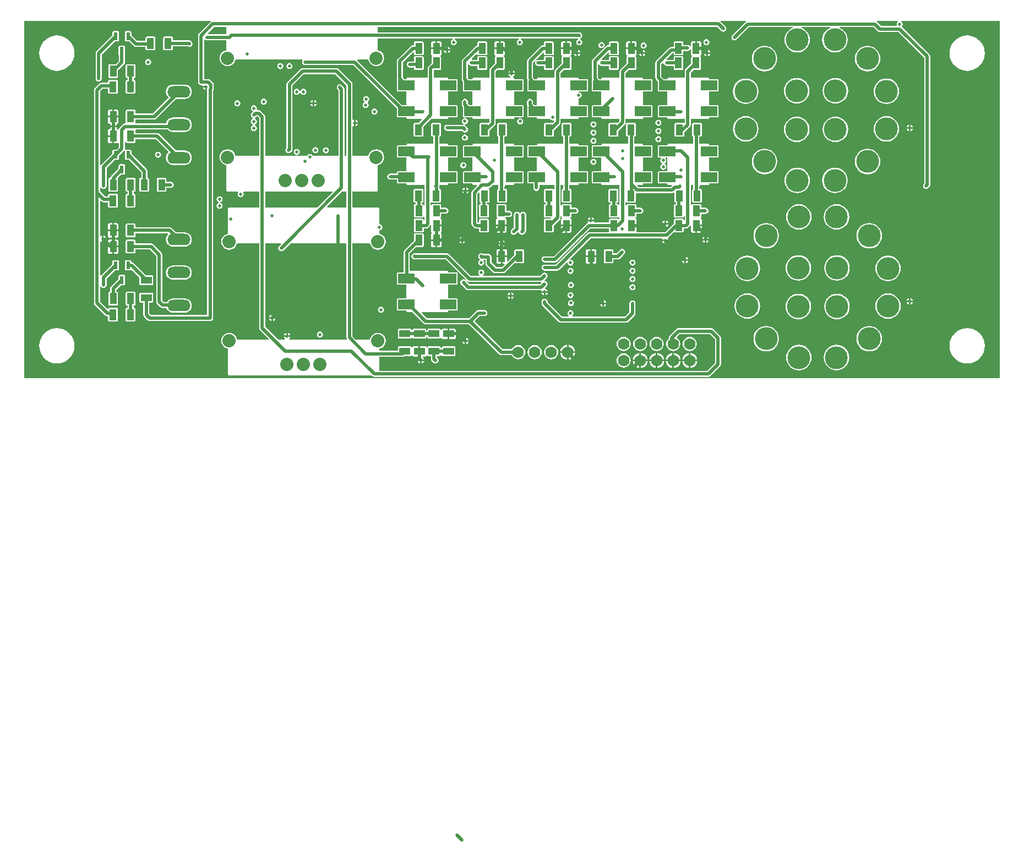
<source format=gtl>
G04 Layer_Physical_Order=1*
G04 Layer_Color=255*
%FSAX24Y24*%
%MOIN*%
G70*
G01*
G75*
%ADD10R,0.0984X0.0591*%
%ADD11R,0.0433X0.0669*%
%ADD12R,0.0669X0.0433*%
%ADD13R,0.0236X0.0453*%
%ADD14C,0.0200*%
%ADD15O,0.1400X0.0700*%
%ADD16C,0.0800*%
%ADD17C,0.0700*%
%ADD18C,0.1378*%
%ADD19C,0.0200*%
G36*
X059055Y-021654D02*
X000000D01*
Y000000D01*
X011284D01*
X011299Y-000050D01*
X011273Y-000067D01*
X010570Y-000770D01*
X010530Y-000830D01*
X010516Y-000900D01*
Y-003723D01*
X010530Y-003793D01*
X010570Y-003853D01*
X010630Y-003892D01*
X010700Y-003906D01*
X010767D01*
X010801Y-003953D01*
X010999D01*
Y-004003D01*
X011049D01*
Y-004218D01*
X011066Y-004233D01*
Y-017828D01*
X007655D01*
X007565Y-017739D01*
Y-017070D01*
X007717D01*
X007748Y-017064D01*
X007774Y-017046D01*
X007792Y-017019D01*
X007798Y-016988D01*
Y-016555D01*
X007792Y-016524D01*
X007774Y-016497D01*
X007748Y-016480D01*
X007717Y-016474D01*
X007047D01*
X007016Y-016480D01*
X006990Y-016497D01*
X006972Y-016524D01*
X006966Y-016555D01*
Y-016988D01*
X006972Y-017019D01*
X006990Y-017046D01*
X007016Y-017064D01*
X007047Y-017070D01*
X007198D01*
Y-017815D01*
X007212Y-017885D01*
X007252Y-017945D01*
X007449Y-018142D01*
X007509Y-018181D01*
X007579Y-018195D01*
X011250D01*
X011320Y-018181D01*
X011380Y-018142D01*
X011420Y-018082D01*
X011434Y-018012D01*
Y-004212D01*
X011450Y-004187D01*
X011464Y-004117D01*
Y-003886D01*
X011450Y-003816D01*
X011410Y-003756D01*
X011247Y-003593D01*
X011187Y-003553D01*
X011117Y-003539D01*
X010884D01*
Y-001158D01*
X010934Y-001139D01*
X010980Y-001170D01*
X011050Y-001184D01*
X012222D01*
Y-001794D01*
X012178Y-001800D01*
X012061Y-001848D01*
X011961Y-001925D01*
X011884Y-002026D01*
X011836Y-002142D01*
X011819Y-002268D01*
X011836Y-002393D01*
X011884Y-002510D01*
X011961Y-002610D01*
X012061Y-002687D01*
X012178Y-002735D01*
X012303Y-002752D01*
X012428Y-002735D01*
X012545Y-002687D01*
X012645Y-002610D01*
X012722Y-002510D01*
X012771Y-002393D01*
X012777Y-002349D01*
X016827D01*
X016853Y-002399D01*
X016832Y-002431D01*
X016818Y-002502D01*
X016832Y-002572D01*
X016872Y-002631D01*
X016931Y-002671D01*
X017002Y-002685D01*
X017009Y-002684D01*
X019924D01*
X022566Y-005326D01*
Y-005783D01*
X022573Y-005814D01*
X022590Y-005840D01*
X022617Y-005858D01*
X022648Y-005864D01*
X023137D01*
Y-005881D01*
X023144Y-005912D01*
X023161Y-005939D01*
X023188Y-005956D01*
X023219Y-005963D01*
X024027D01*
X024047Y-006009D01*
X023872Y-006184D01*
X023652D01*
X023621Y-006190D01*
X023594Y-006208D01*
X023577Y-006234D01*
X023570Y-006265D01*
Y-006935D01*
X023577Y-006966D01*
X023594Y-006992D01*
X023621Y-007010D01*
X023652Y-007016D01*
X024085D01*
X024116Y-007010D01*
X024143Y-006992D01*
X024160Y-006966D01*
X024167Y-006935D01*
Y-006408D01*
X024612Y-005963D01*
X025581D01*
X025612Y-005956D01*
X025639Y-005939D01*
X025656Y-005912D01*
X025663Y-005881D01*
Y-005864D01*
X026152D01*
X026183Y-005858D01*
X026210Y-005840D01*
X026227Y-005814D01*
X026234Y-005783D01*
Y-005192D01*
X026227Y-005161D01*
X026210Y-005134D01*
X026183Y-005117D01*
X026152Y-005111D01*
X025663D01*
Y-004289D01*
X026152D01*
X026183Y-004283D01*
X026210Y-004266D01*
X026227Y-004239D01*
X026234Y-004208D01*
Y-003617D01*
X026227Y-003586D01*
X026210Y-003560D01*
X026183Y-003542D01*
X026152Y-003536D01*
X025663D01*
Y-003519D01*
X025656Y-003488D01*
X025639Y-003461D01*
X025612Y-003444D01*
X025581Y-003437D01*
X024790D01*
Y-002975D01*
X025157D01*
X025189Y-002969D01*
X025215Y-002951D01*
X025233Y-002925D01*
X025239Y-002894D01*
Y-002224D01*
X025233Y-002193D01*
X025215Y-002167D01*
X025195Y-002153D01*
X025194Y-002125D01*
X025199Y-002100D01*
X025230Y-002080D01*
X025252Y-002047D01*
X025259Y-002008D01*
Y-001723D01*
X024941D01*
X024622D01*
Y-002008D01*
X024630Y-002047D01*
X024652Y-002080D01*
X024683Y-002100D01*
X024688Y-002125D01*
X024687Y-002153D01*
X024667Y-002167D01*
X024649Y-002193D01*
X024643Y-002224D01*
Y-002598D01*
X024477Y-002764D01*
X024437Y-002823D01*
X024423Y-002894D01*
Y-003437D01*
X023219D01*
X023188Y-003444D01*
X023161Y-003461D01*
X023144Y-003488D01*
X023137Y-003519D01*
Y-003536D01*
X023008D01*
X022920Y-003448D01*
Y-002537D01*
X023534Y-001923D01*
X023580Y-001942D01*
Y-002008D01*
X023586Y-002039D01*
X023604Y-002066D01*
X023630Y-002083D01*
X023661Y-002089D01*
X024094D01*
X024126Y-002083D01*
X024152Y-002066D01*
X024170Y-002039D01*
X024176Y-002008D01*
Y-001339D01*
X024170Y-001307D01*
X024152Y-001281D01*
X024126Y-001263D01*
X024094Y-001257D01*
X023661D01*
X023630Y-001263D01*
X023604Y-001281D01*
X023586Y-001307D01*
X023580Y-001339D01*
Y-001490D01*
X023524D01*
X023453Y-001504D01*
X023394Y-001543D01*
X022625Y-002312D01*
X022606Y-002325D01*
X022567Y-002384D01*
X022553Y-002454D01*
X022553Y-002457D01*
X022553Y-002461D01*
Y-003524D01*
X022567Y-003594D01*
X022570Y-003599D01*
X022566Y-003617D01*
Y-004208D01*
X022573Y-004239D01*
X022590Y-004266D01*
X022617Y-004283D01*
X022648Y-004289D01*
X023137D01*
Y-005111D01*
X022870D01*
X020159Y-002399D01*
X020180Y-002349D01*
X020830D01*
X020835Y-002393D01*
X020884Y-002510D01*
X020961Y-002610D01*
X021061Y-002687D01*
X021178Y-002735D01*
X021303Y-002752D01*
X021428Y-002735D01*
X021545Y-002687D01*
X021645Y-002610D01*
X021722Y-002510D01*
X021771Y-002393D01*
X021787Y-002268D01*
X021771Y-002142D01*
X021722Y-002026D01*
X021645Y-001925D01*
X021545Y-001848D01*
X021428Y-001800D01*
X021385Y-001794D01*
Y-001078D01*
X025945D01*
X025950Y-001128D01*
X025931Y-001132D01*
X025872Y-001172D01*
X025832Y-001231D01*
X025818Y-001302D01*
X025832Y-001372D01*
X025872Y-001431D01*
X025931Y-001471D01*
X026002Y-001485D01*
X026072Y-001471D01*
X026131Y-001431D01*
X026171Y-001372D01*
X026185Y-001302D01*
X026171Y-001231D01*
X026131Y-001172D01*
X026072Y-001132D01*
X026053Y-001128D01*
X026058Y-001078D01*
X029945D01*
X029950Y-001128D01*
X029931Y-001132D01*
X029872Y-001172D01*
X029832Y-001231D01*
X029818Y-001302D01*
X029832Y-001372D01*
X029872Y-001431D01*
X029931Y-001471D01*
X030002Y-001485D01*
X030072Y-001471D01*
X030131Y-001431D01*
X030171Y-001372D01*
X030185Y-001302D01*
X030171Y-001231D01*
X030131Y-001172D01*
X030072Y-001132D01*
X030053Y-001128D01*
X030058Y-001078D01*
X033535D01*
X033540Y-001128D01*
X033530Y-001130D01*
X033470Y-001170D01*
X033430Y-001230D01*
X033416Y-001300D01*
X033430Y-001370D01*
X033470Y-001430D01*
X033530Y-001470D01*
X033600Y-001484D01*
X033670Y-001470D01*
X033730Y-001430D01*
X033770Y-001370D01*
X033784Y-001300D01*
X033770Y-001230D01*
X033730Y-001170D01*
X033670Y-001130D01*
X033645Y-001125D01*
Y-001075D01*
X033670Y-001070D01*
X033730Y-001030D01*
X033770Y-000970D01*
X033784Y-000900D01*
X033770Y-000830D01*
X033730Y-000770D01*
X033725Y-000765D01*
X033665Y-000725D01*
X033595Y-000711D01*
X021385D01*
Y-000380D01*
X041958D01*
X042193Y-000616D01*
X042253Y-000655D01*
X042323Y-000669D01*
X042393Y-000655D01*
X042453Y-000616D01*
X042492Y-000556D01*
X042506Y-000486D01*
X042492Y-000416D01*
X042453Y-000356D01*
X042164Y-000067D01*
X042138Y-000050D01*
X042153Y000000D01*
X043685D01*
X043700Y-000050D01*
X043670Y-000070D01*
X042870Y-000870D01*
X042830Y-000930D01*
X042816Y-001000D01*
X042830Y-001070D01*
X042870Y-001130D01*
X042930Y-001170D01*
X043000Y-001184D01*
X043070Y-001170D01*
X043130Y-001130D01*
X043876Y-000384D01*
X046511D01*
X046518Y-000434D01*
X046496Y-000440D01*
X046363Y-000512D01*
X046245Y-000608D01*
X046149Y-000725D01*
X046078Y-000858D01*
X046034Y-001003D01*
X046019Y-001154D01*
X046034Y-001305D01*
X046078Y-001450D01*
X046149Y-001583D01*
X046245Y-001701D01*
X046363Y-001797D01*
X046496Y-001868D01*
X046641Y-001912D01*
X046792Y-001927D01*
X046943Y-001912D01*
X047088Y-001868D01*
X047221Y-001797D01*
X047338Y-001701D01*
X047434Y-001583D01*
X047506Y-001450D01*
X047550Y-001305D01*
X047565Y-001154D01*
X047550Y-001003D01*
X047506Y-000858D01*
X047434Y-000725D01*
X047338Y-000608D01*
X047221Y-000512D01*
X047088Y-000440D01*
X047065Y-000434D01*
X047073Y-000384D01*
X048794D01*
X048801Y-000434D01*
X048779Y-000440D01*
X048645Y-000512D01*
X048528Y-000608D01*
X048432Y-000725D01*
X048360Y-000858D01*
X048316Y-001003D01*
X048302Y-001154D01*
X048316Y-001305D01*
X048360Y-001450D01*
X048432Y-001583D01*
X048528Y-001701D01*
X048645Y-001797D01*
X048779Y-001868D01*
X048924Y-001912D01*
X049074Y-001927D01*
X049225Y-001912D01*
X049370Y-001868D01*
X049504Y-001797D01*
X049621Y-001701D01*
X049717Y-001583D01*
X049788Y-001450D01*
X049832Y-001305D01*
X049847Y-001154D01*
X049832Y-001003D01*
X049788Y-000858D01*
X049717Y-000725D01*
X049621Y-000608D01*
X049504Y-000512D01*
X049370Y-000440D01*
X049348Y-000434D01*
X049355Y-000384D01*
X051424D01*
X051670Y-000630D01*
X051730Y-000670D01*
X051800Y-000684D01*
X052924D01*
X054482Y-002241D01*
Y-009859D01*
X054473Y-009868D01*
X054473Y-009868D01*
X054470Y-009870D01*
X054430Y-009930D01*
X054416Y-010000D01*
X054430Y-010070D01*
X054470Y-010130D01*
X054530Y-010170D01*
X054600Y-010184D01*
X054670Y-010170D01*
X054730Y-010130D01*
X054732Y-010127D01*
X054732Y-010127D01*
X054795Y-010064D01*
X054835Y-010005D01*
X054849Y-009935D01*
Y-002165D01*
X054835Y-002095D01*
X054795Y-002036D01*
X053142Y-000382D01*
X053130Y-000330D01*
X053170Y-000270D01*
X053184Y-000200D01*
X053170Y-000130D01*
X053130Y-000070D01*
X053099Y-000050D01*
X053115Y000000D01*
X059055D01*
Y-021654D01*
D02*
G37*
G36*
X012222Y-000816D02*
X011114D01*
X011093Y-000766D01*
X011479Y-000380D01*
X012222D01*
Y-000816D01*
D02*
G37*
G36*
X052901Y-000050D02*
X052870Y-000070D01*
X052830Y-000130D01*
X052816Y-000200D01*
X052830Y-000266D01*
X052829Y-000278D01*
X052808Y-000316D01*
X051876D01*
X051630Y-000070D01*
X051599Y-000050D01*
X051615Y000000D01*
X052885D01*
X052901Y-000050D01*
D02*
G37*
%LPC*%
G36*
X034261Y-014322D02*
X033993D01*
Y-014606D01*
X034000Y-014645D01*
X034022Y-014678D01*
X034055Y-014700D01*
X034094Y-014708D01*
X034261D01*
Y-014322D01*
D02*
G37*
G36*
X034630D02*
X034361D01*
Y-014708D01*
X034528D01*
X034567Y-014700D01*
X034600Y-014678D01*
X034622Y-014645D01*
X034630Y-014606D01*
Y-014322D01*
D02*
G37*
G36*
X039952Y-014552D02*
X039808D01*
X039813Y-014580D01*
X039857Y-014646D01*
X039924Y-014690D01*
X039952Y-014696D01*
Y-014552D01*
D02*
G37*
G36*
X028848Y-014322D02*
X028579D01*
Y-014606D01*
X028587Y-014645D01*
X028609Y-014678D01*
X028642Y-014700D01*
X028681Y-014708D01*
X028848D01*
Y-014322D01*
D02*
G37*
G36*
X033071Y-014968D02*
X033001Y-014982D01*
X032941Y-015021D01*
X032901Y-015081D01*
X032887Y-015151D01*
X032901Y-015221D01*
X032941Y-015281D01*
X033001Y-015321D01*
X033071Y-015335D01*
X033141Y-015321D01*
X033201Y-015281D01*
X033240Y-015221D01*
X033254Y-015151D01*
X033240Y-015081D01*
X033201Y-015021D01*
X033141Y-014982D01*
X033071Y-014968D01*
D02*
G37*
G36*
X036811D02*
X036741Y-014982D01*
X036681Y-015021D01*
X036641Y-015081D01*
X036628Y-015151D01*
X036641Y-015221D01*
X036681Y-015281D01*
X036741Y-015321D01*
X036811Y-015335D01*
X036881Y-015321D01*
X036941Y-015281D01*
X036981Y-015221D01*
X036995Y-015151D01*
X036981Y-015081D01*
X036941Y-015021D01*
X036881Y-014982D01*
X036811Y-014968D01*
D02*
G37*
G36*
Y-014476D02*
X036741Y-014490D01*
X036681Y-014529D01*
X036641Y-014589D01*
X036628Y-014659D01*
X036641Y-014729D01*
X036681Y-014789D01*
X036741Y-014829D01*
X036811Y-014843D01*
X036881Y-014829D01*
X036941Y-014789D01*
X036981Y-014729D01*
X036995Y-014659D01*
X036981Y-014589D01*
X036941Y-014529D01*
X036881Y-014490D01*
X036811Y-014476D01*
D02*
G37*
G36*
X028848Y-013835D02*
X028681D01*
X028642Y-013843D01*
X028609Y-013865D01*
X028587Y-013898D01*
X028579Y-013937D01*
Y-014222D01*
X028848D01*
Y-013835D01*
D02*
G37*
G36*
X029114D02*
X028948D01*
Y-014222D01*
X029216D01*
Y-013937D01*
X029208Y-013898D01*
X029186Y-013865D01*
X029153Y-013843D01*
X029114Y-013835D01*
D02*
G37*
G36*
X034261D02*
X034094D01*
X034055Y-013843D01*
X034022Y-013865D01*
X034000Y-013898D01*
X033993Y-013937D01*
Y-014222D01*
X034261D01*
Y-013835D01*
D02*
G37*
G36*
X040052Y-014308D02*
Y-014452D01*
X040196D01*
X040190Y-014424D01*
X040146Y-014357D01*
X040080Y-014313D01*
X040052Y-014308D01*
D02*
G37*
G36*
X040196Y-014552D02*
X040052D01*
Y-014696D01*
X040080Y-014690D01*
X040146Y-014646D01*
X040190Y-014580D01*
X040196Y-014552D01*
D02*
G37*
G36*
X030177Y-013855D02*
X029744D01*
X029713Y-013862D01*
X029686Y-013879D01*
X029669Y-013906D01*
X029663Y-013937D01*
Y-014178D01*
X029266Y-014574D01*
X029216Y-014554D01*
Y-014322D01*
X028948D01*
Y-014708D01*
X029061D01*
X029082Y-014758D01*
X028924Y-014916D01*
X028576D01*
X028284Y-014624D01*
Y-014300D01*
X028270Y-014230D01*
X028230Y-014170D01*
X028170Y-014130D01*
X028100Y-014116D01*
X027759D01*
X027728Y-014096D01*
X027657Y-014082D01*
X027587Y-014096D01*
X027528Y-014136D01*
X027488Y-014195D01*
X027474Y-014265D01*
X027488Y-014336D01*
X027528Y-014395D01*
X027562Y-014430D01*
X027578Y-014440D01*
X027581Y-014455D01*
X027574Y-014498D01*
X027528Y-014529D01*
X027488Y-014589D01*
X027474Y-014659D01*
X027488Y-014729D01*
X027528Y-014789D01*
X027587Y-014829D01*
X027657Y-014843D01*
X027728Y-014829D01*
X027787Y-014789D01*
X027827Y-014729D01*
X027841Y-014659D01*
X027827Y-014589D01*
X027790Y-014534D01*
X027795Y-014513D01*
X027809Y-014484D01*
X027916D01*
Y-014700D01*
X027930Y-014770D01*
X027970Y-014830D01*
X028370Y-015230D01*
X028430Y-015270D01*
X028500Y-015284D01*
X029000D01*
X029070Y-015270D01*
X029130Y-015230D01*
X029692Y-014668D01*
X029713Y-014682D01*
X029744Y-014688D01*
X030177D01*
X030208Y-014682D01*
X030235Y-014664D01*
X030253Y-014638D01*
X030259Y-014606D01*
Y-013937D01*
X030253Y-013906D01*
X030235Y-013879D01*
X030208Y-013862D01*
X030177Y-013855D01*
D02*
G37*
G36*
X039952Y-014308D02*
X039924Y-014313D01*
X039857Y-014357D01*
X039813Y-014424D01*
X039808Y-014452D01*
X039952D01*
Y-014308D01*
D02*
G37*
G36*
X009700Y-014822D02*
X009000D01*
X008888Y-014837D01*
X008784Y-014880D01*
X008694Y-014949D01*
X008625Y-015039D01*
X008581Y-015144D01*
X008567Y-015256D01*
X008581Y-015368D01*
X008625Y-015473D01*
X008694Y-015563D01*
X008784Y-015632D01*
X008888Y-015675D01*
X009000Y-015690D01*
X009700D01*
X009813Y-015675D01*
X009917Y-015632D01*
X010007Y-015563D01*
X010076Y-015473D01*
X010119Y-015368D01*
X010134Y-015256D01*
X010119Y-015144D01*
X010076Y-015039D01*
X010007Y-014949D01*
X009917Y-014880D01*
X009813Y-014837D01*
X009700Y-014822D01*
D02*
G37*
G36*
X029400Y-016456D02*
X029372Y-016462D01*
X029306Y-016506D01*
X029262Y-016572D01*
X029256Y-016600D01*
X029400D01*
Y-016456D01*
D02*
G37*
G36*
X029500D02*
Y-016600D01*
X029644D01*
X029638Y-016572D01*
X029594Y-016506D01*
X029528Y-016462D01*
X029500Y-016456D01*
D02*
G37*
G36*
X036811Y-015952D02*
X036741Y-015966D01*
X036681Y-016006D01*
X036641Y-016065D01*
X036628Y-016135D01*
X036641Y-016206D01*
X036681Y-016265D01*
X036741Y-016305D01*
X036811Y-016319D01*
X036881Y-016305D01*
X036941Y-016265D01*
X036981Y-016206D01*
X036995Y-016135D01*
X036981Y-016065D01*
X036941Y-016006D01*
X036881Y-015966D01*
X036811Y-015952D01*
D02*
G37*
G36*
X031690Y-016481D02*
X031546D01*
Y-016625D01*
X031574Y-016619D01*
X031640Y-016575D01*
X031684Y-016509D01*
X031690Y-016481D01*
D02*
G37*
G36*
X029644Y-016700D02*
X029500D01*
Y-016844D01*
X029528Y-016838D01*
X029594Y-016794D01*
X029638Y-016728D01*
X029644Y-016700D01*
D02*
G37*
G36*
X033071Y-016444D02*
X033001Y-016458D01*
X032941Y-016498D01*
X032901Y-016557D01*
X032887Y-016628D01*
X032901Y-016698D01*
X032941Y-016757D01*
X033001Y-016797D01*
X033071Y-016811D01*
X033141Y-016797D01*
X033201Y-016757D01*
X033240Y-016698D01*
X033254Y-016628D01*
X033240Y-016557D01*
X033201Y-016498D01*
X033141Y-016458D01*
X033071Y-016444D01*
D02*
G37*
G36*
X031446Y-016481D02*
X031302D01*
X031308Y-016509D01*
X031352Y-016575D01*
X031418Y-016619D01*
X031446Y-016625D01*
Y-016481D01*
D02*
G37*
G36*
X033100Y-015816D02*
X033030Y-015830D01*
X032970Y-015870D01*
X032930Y-015930D01*
X032916Y-016000D01*
X032930Y-016070D01*
X032970Y-016130D01*
X033030Y-016170D01*
X033100Y-016184D01*
X033170Y-016170D01*
X033230Y-016130D01*
X033270Y-016070D01*
X033284Y-016000D01*
X033270Y-015930D01*
X033230Y-015870D01*
X033170Y-015830D01*
X033100Y-015816D01*
D02*
G37*
G36*
X046862Y-014200D02*
X046712Y-014215D01*
X046567Y-014259D01*
X046433Y-014330D01*
X046316Y-014426D01*
X046220Y-014543D01*
X046148Y-014677D01*
X046104Y-014822D01*
X046090Y-014972D01*
X046104Y-015123D01*
X046148Y-015268D01*
X046220Y-015402D01*
X046316Y-015519D01*
X046433Y-015615D01*
X046567Y-015686D01*
X046712Y-015730D01*
X046862Y-015745D01*
X047013Y-015730D01*
X047158Y-015686D01*
X047292Y-015615D01*
X047409Y-015519D01*
X047505Y-015402D01*
X047576Y-015268D01*
X047620Y-015123D01*
X047635Y-014972D01*
X047620Y-014822D01*
X047576Y-014677D01*
X047505Y-014543D01*
X047409Y-014426D01*
X047292Y-014330D01*
X047158Y-014259D01*
X047013Y-014215D01*
X046862Y-014200D01*
D02*
G37*
G36*
X049201D02*
X049050Y-014215D01*
X048905Y-014259D01*
X048771Y-014330D01*
X048654Y-014426D01*
X048558Y-014543D01*
X048487Y-014677D01*
X048443Y-014822D01*
X048428Y-014972D01*
X048443Y-015123D01*
X048487Y-015268D01*
X048558Y-015402D01*
X048654Y-015519D01*
X048771Y-015615D01*
X048905Y-015686D01*
X049050Y-015730D01*
X049201Y-015745D01*
X049351Y-015730D01*
X049496Y-015686D01*
X049630Y-015615D01*
X049747Y-015519D01*
X049843Y-015402D01*
X049915Y-015268D01*
X049959Y-015123D01*
X049973Y-014972D01*
X049959Y-014822D01*
X049915Y-014677D01*
X049843Y-014543D01*
X049747Y-014426D01*
X049630Y-014330D01*
X049496Y-014259D01*
X049351Y-014215D01*
X049201Y-014200D01*
D02*
G37*
G36*
X023622Y-014082D02*
X023552Y-014096D01*
X023492Y-014136D01*
X023452Y-014195D01*
X023439Y-014265D01*
X023439Y-014269D01*
X023439Y-014272D01*
X023452Y-014342D01*
X023492Y-014401D01*
X023552Y-014441D01*
X023622Y-014455D01*
X025515D01*
X026719Y-015660D01*
X026720Y-015660D01*
X026720Y-015661D01*
X026717Y-015664D01*
Y-015664D01*
X026688Y-015699D01*
X026681Y-015695D01*
X026645Y-015671D01*
X026575Y-015657D01*
X026505Y-015671D01*
X026445Y-015710D01*
X026405Y-015770D01*
X026391Y-015840D01*
X026392Y-015843D01*
X026391Y-015846D01*
X026405Y-015917D01*
X026445Y-015976D01*
X026734Y-016265D01*
X026794Y-016305D01*
X026864Y-016319D01*
X031270D01*
X031281Y-016328D01*
X031305Y-016366D01*
X031305Y-016367D01*
X031302Y-016381D01*
X031690D01*
X031684Y-016353D01*
X031640Y-016287D01*
X031574Y-016242D01*
X031531Y-016234D01*
X031515Y-016180D01*
X031626Y-016068D01*
X031666Y-016009D01*
X031680Y-015939D01*
X031666Y-015868D01*
X031626Y-015809D01*
X031566Y-015769D01*
X031514Y-015759D01*
X031494Y-015708D01*
X031626Y-015576D01*
X031666Y-015517D01*
X031680Y-015446D01*
X031666Y-015376D01*
X031626Y-015317D01*
X031566Y-015277D01*
X031496Y-015263D01*
X031426Y-015277D01*
X031366Y-015317D01*
X031223Y-015460D01*
X027757D01*
X027742Y-015410D01*
X027787Y-015379D01*
X027827Y-015320D01*
X027841Y-015250D01*
X027827Y-015179D01*
X027787Y-015120D01*
X027728Y-015080D01*
X027657Y-015066D01*
X027587Y-015080D01*
X027528Y-015120D01*
X027488Y-015179D01*
X027474Y-015250D01*
X027488Y-015320D01*
X027528Y-015379D01*
X027573Y-015410D01*
X027558Y-015460D01*
X027038D01*
X025720Y-014142D01*
X025661Y-014102D01*
X025591Y-014088D01*
X023654D01*
X023622Y-014082D01*
D02*
G37*
G36*
X052291Y-014228D02*
X052140Y-014243D01*
X051995Y-014287D01*
X051861Y-014358D01*
X051744Y-014454D01*
X051648Y-014571D01*
X051577Y-014705D01*
X051533Y-014850D01*
X051518Y-015000D01*
X051533Y-015151D01*
X051577Y-015296D01*
X051648Y-015430D01*
X051744Y-015547D01*
X051861Y-015643D01*
X051995Y-015714D01*
X052140Y-015758D01*
X052291Y-015773D01*
X052441Y-015758D01*
X052586Y-015714D01*
X052720Y-015643D01*
X052837Y-015547D01*
X052933Y-015430D01*
X053005Y-015296D01*
X053049Y-015151D01*
X053063Y-015000D01*
X053049Y-014850D01*
X053005Y-014705D01*
X052933Y-014571D01*
X052837Y-014454D01*
X052720Y-014358D01*
X052586Y-014287D01*
X052441Y-014243D01*
X052291Y-014228D01*
D02*
G37*
G36*
X006398Y-014505D02*
X006161D01*
X006130Y-014511D01*
X006104Y-014529D01*
X006086Y-014555D01*
X006080Y-014587D01*
Y-015039D01*
X006086Y-015071D01*
X006104Y-015097D01*
X006130Y-015115D01*
X006161Y-015121D01*
X006398D01*
X006429Y-015115D01*
X006455Y-015097D01*
X006514Y-015100D01*
X006966Y-015552D01*
Y-015925D01*
X006972Y-015956D01*
X006990Y-015983D01*
X007016Y-016001D01*
X007047Y-016007D01*
X007717D01*
X007748Y-016001D01*
X007774Y-015983D01*
X007792Y-015956D01*
X007798Y-015925D01*
Y-015492D01*
X007792Y-015461D01*
X007774Y-015434D01*
X007748Y-015417D01*
X007717Y-015411D01*
X007343D01*
X006616Y-014683D01*
X006556Y-014643D01*
X006486Y-014629D01*
X006479D01*
Y-014587D01*
X006473Y-014555D01*
X006455Y-014529D01*
X006429Y-014511D01*
X006398Y-014505D01*
D02*
G37*
G36*
X036811Y-015460D02*
X036741Y-015474D01*
X036681Y-015514D01*
X036641Y-015573D01*
X036628Y-015643D01*
X036641Y-015714D01*
X036681Y-015773D01*
X036741Y-015813D01*
X036811Y-015827D01*
X036881Y-015813D01*
X036941Y-015773D01*
X036981Y-015714D01*
X036995Y-015643D01*
X036981Y-015573D01*
X036941Y-015514D01*
X036881Y-015474D01*
X036811Y-015460D01*
D02*
G37*
G36*
X043772Y-014228D02*
X043622Y-014243D01*
X043477Y-014287D01*
X043343Y-014358D01*
X043226Y-014454D01*
X043130Y-014571D01*
X043058Y-014705D01*
X043014Y-014850D01*
X043000Y-015000D01*
X043014Y-015151D01*
X043058Y-015296D01*
X043130Y-015430D01*
X043226Y-015547D01*
X043343Y-015643D01*
X043477Y-015714D01*
X043622Y-015758D01*
X043772Y-015773D01*
X043923Y-015758D01*
X044068Y-015714D01*
X044202Y-015643D01*
X044319Y-015547D01*
X044415Y-015430D01*
X044486Y-015296D01*
X044530Y-015151D01*
X044545Y-015000D01*
X044530Y-014850D01*
X044486Y-014705D01*
X044415Y-014571D01*
X044319Y-014454D01*
X044202Y-014358D01*
X044068Y-014287D01*
X043923Y-014243D01*
X043772Y-014228D01*
D02*
G37*
G36*
X034528Y-013835D02*
X034361D01*
Y-014222D01*
X034630D01*
Y-013937D01*
X034622Y-013898D01*
X034600Y-013865D01*
X034567Y-013843D01*
X034528Y-013835D01*
D02*
G37*
G36*
X041444Y-013300D02*
X041300D01*
Y-013444D01*
X041328Y-013438D01*
X041394Y-013394D01*
X041438Y-013328D01*
X041444Y-013300D01*
D02*
G37*
G36*
X004944Y-013250D02*
X004800D01*
Y-013394D01*
X004828Y-013388D01*
X004894Y-013344D01*
X004938Y-013278D01*
X004944Y-013250D01*
D02*
G37*
G36*
X026452Y-013108D02*
X026424Y-013113D01*
X026357Y-013157D01*
X026313Y-013224D01*
X026308Y-013252D01*
X026452D01*
Y-013108D01*
D02*
G37*
G36*
X041200Y-013300D02*
X041056D01*
X041062Y-013328D01*
X041106Y-013394D01*
X041172Y-013438D01*
X041200Y-013444D01*
Y-013300D01*
D02*
G37*
G36*
X038996Y-013352D02*
X038852D01*
Y-013496D01*
X038880Y-013490D01*
X038946Y-013446D01*
X038990Y-013380D01*
X038996Y-013352D01*
D02*
G37*
G36*
X028852Y-013308D02*
X028824Y-013313D01*
X028757Y-013357D01*
X028713Y-013424D01*
X028708Y-013452D01*
X028852D01*
Y-013308D01*
D02*
G37*
G36*
X028952D02*
Y-013452D01*
X029096D01*
X029090Y-013424D01*
X029046Y-013357D01*
X028980Y-013313D01*
X028952Y-013308D01*
D02*
G37*
G36*
X026552Y-013108D02*
Y-013252D01*
X026696D01*
X026690Y-013224D01*
X026646Y-013157D01*
X026580Y-013113D01*
X026552Y-013108D01*
D02*
G37*
G36*
X005693Y-012747D02*
X005424D01*
Y-013133D01*
X005591D01*
X005630Y-013126D01*
X005663Y-013104D01*
X005685Y-013071D01*
X005693Y-013031D01*
Y-012747D01*
D02*
G37*
G36*
X028828Y-012452D02*
X028559D01*
Y-012736D01*
X028567Y-012775D01*
X028589Y-012808D01*
X028622Y-012830D01*
X028661Y-012838D01*
X028828D01*
Y-012452D01*
D02*
G37*
G36*
X029196D02*
X028928D01*
Y-012838D01*
X029094D01*
X029134Y-012830D01*
X029167Y-012808D01*
X029189Y-012775D01*
X029196Y-012736D01*
Y-012452D01*
D02*
G37*
G36*
X005324Y-012747D02*
X005056D01*
Y-013031D01*
X005063Y-013071D01*
X005085Y-013104D01*
X005118Y-013126D01*
X005157Y-013133D01*
X005324D01*
Y-012747D01*
D02*
G37*
G36*
X041200Y-013056D02*
X041172Y-013062D01*
X041106Y-013106D01*
X041062Y-013172D01*
X041056Y-013200D01*
X041200D01*
Y-013056D01*
D02*
G37*
G36*
X041300D02*
Y-013200D01*
X041444D01*
X041438Y-013172D01*
X041394Y-013106D01*
X041328Y-013062D01*
X041300Y-013056D01*
D02*
G37*
G36*
X004800Y-013006D02*
Y-013150D01*
X004944D01*
X004938Y-013122D01*
X004894Y-013056D01*
X004828Y-013012D01*
X004800Y-013006D01*
D02*
G37*
G36*
X051149Y-012251D02*
X050999Y-012266D01*
X050854Y-012310D01*
X050720Y-012381D01*
X050603Y-012477D01*
X050507Y-012594D01*
X050436Y-012728D01*
X050392Y-012873D01*
X050377Y-013024D01*
X050392Y-013175D01*
X050436Y-013319D01*
X050507Y-013453D01*
X050603Y-013570D01*
X050720Y-013666D01*
X050854Y-013738D01*
X050999Y-013782D01*
X051149Y-013796D01*
X051300Y-013782D01*
X051445Y-013738D01*
X051579Y-013666D01*
X051696Y-013570D01*
X051792Y-013453D01*
X051863Y-013319D01*
X051907Y-013175D01*
X051922Y-013024D01*
X051907Y-012873D01*
X051863Y-012728D01*
X051792Y-012594D01*
X051696Y-012477D01*
X051579Y-012381D01*
X051445Y-012310D01*
X051300Y-012266D01*
X051149Y-012251D01*
D02*
G37*
G36*
X024891Y-013337D02*
X024622D01*
Y-013622D01*
X024630Y-013661D01*
X024652Y-013694D01*
X024685Y-013716D01*
X024724Y-013724D01*
X024891D01*
Y-013337D01*
D02*
G37*
G36*
X025259D02*
X024991D01*
Y-013724D01*
X025157D01*
X025196Y-013716D01*
X025230Y-013694D01*
X025252Y-013661D01*
X025259Y-013622D01*
Y-013337D01*
D02*
G37*
G36*
X044914Y-012251D02*
X044763Y-012266D01*
X044618Y-012310D01*
X044484Y-012381D01*
X044367Y-012477D01*
X044271Y-012594D01*
X044200Y-012728D01*
X044156Y-012873D01*
X044141Y-013024D01*
X044156Y-013175D01*
X044200Y-013319D01*
X044271Y-013453D01*
X044367Y-013570D01*
X044484Y-013666D01*
X044618Y-013738D01*
X044763Y-013782D01*
X044914Y-013796D01*
X045064Y-013782D01*
X045209Y-013738D01*
X045343Y-013666D01*
X045460Y-013570D01*
X045556Y-013453D01*
X045627Y-013319D01*
X045671Y-013175D01*
X045686Y-013024D01*
X045671Y-012873D01*
X045627Y-012728D01*
X045556Y-012594D01*
X045460Y-012477D01*
X045343Y-012381D01*
X045209Y-012310D01*
X045064Y-012266D01*
X044914Y-012251D01*
D02*
G37*
G36*
X005324Y-013731D02*
X005056D01*
Y-014016D01*
X005063Y-014055D01*
X005085Y-014088D01*
X005118Y-014110D01*
X005157Y-014118D01*
X005324D01*
Y-013731D01*
D02*
G37*
G36*
X005693D02*
X005424D01*
Y-014118D01*
X005591D01*
X005630Y-014110D01*
X005663Y-014088D01*
X005685Y-014055D01*
X005693Y-014016D01*
Y-013731D01*
D02*
G37*
G36*
X036200Y-013816D02*
X036130Y-013830D01*
X036070Y-013870D01*
X035852Y-014088D01*
X035672D01*
Y-013937D01*
X035666Y-013906D01*
X035648Y-013879D01*
X035622Y-013862D01*
X035591Y-013855D01*
X035157D01*
X035126Y-013862D01*
X035100Y-013879D01*
X035082Y-013906D01*
X035076Y-013937D01*
Y-014606D01*
X035082Y-014638D01*
X035100Y-014664D01*
X035126Y-014682D01*
X035157Y-014688D01*
X035591D01*
X035622Y-014682D01*
X035648Y-014664D01*
X035666Y-014638D01*
X035672Y-014606D01*
Y-014455D01*
X035928D01*
X035999Y-014441D01*
X036058Y-014401D01*
X036222Y-014238D01*
X036231Y-014231D01*
X036238Y-014222D01*
X036330Y-014130D01*
X036370Y-014070D01*
X036384Y-014000D01*
X036370Y-013930D01*
X036330Y-013870D01*
X036270Y-013830D01*
X036200Y-013816D01*
D02*
G37*
G36*
X028852Y-013552D02*
X028708D01*
X028713Y-013580D01*
X028757Y-013646D01*
X028824Y-013690D01*
X028852Y-013696D01*
Y-013552D01*
D02*
G37*
G36*
X026452Y-013352D02*
X026308D01*
X026313Y-013380D01*
X026357Y-013446D01*
X026424Y-013490D01*
X026452Y-013496D01*
Y-013352D01*
D02*
G37*
G36*
X026696D02*
X026552D01*
Y-013496D01*
X026580Y-013490D01*
X026646Y-013446D01*
X026690Y-013380D01*
X026696Y-013352D01*
D02*
G37*
G36*
X038752D02*
X038608D01*
X038613Y-013380D01*
X038657Y-013446D01*
X038724Y-013490D01*
X038752Y-013496D01*
Y-013352D01*
D02*
G37*
G36*
X005591Y-013245D02*
X005424D01*
Y-013631D01*
X005693D01*
Y-013346D01*
X005685Y-013307D01*
X005663Y-013274D01*
X005630Y-013252D01*
X005591Y-013245D01*
D02*
G37*
G36*
X029096Y-013552D02*
X028952D01*
Y-013696D01*
X028980Y-013690D01*
X029046Y-013646D01*
X029090Y-013580D01*
X029096Y-013552D01*
D02*
G37*
G36*
X006654Y-012281D02*
X006220D01*
X006189Y-012287D01*
X006163Y-012305D01*
X006145Y-012331D01*
X006139Y-012362D01*
Y-013031D01*
X006145Y-013063D01*
X006163Y-013089D01*
X006189Y-013107D01*
X006220Y-013113D01*
X006654D01*
X006685Y-013107D01*
X006711Y-013089D01*
X006729Y-013063D01*
X006735Y-013031D01*
Y-012880D01*
X008681D01*
X008690Y-012892D01*
X008694Y-012949D01*
X008625Y-013039D01*
X008581Y-013144D01*
X008567Y-013256D01*
X008581Y-013368D01*
X008625Y-013473D01*
X008694Y-013563D01*
X008784Y-013632D01*
X008888Y-013675D01*
X009000Y-013690D01*
X009700D01*
X009813Y-013675D01*
X009917Y-013632D01*
X010007Y-013563D01*
X010076Y-013473D01*
X010119Y-013368D01*
X010134Y-013256D01*
X010119Y-013144D01*
X010076Y-013039D01*
X010007Y-012949D01*
X009917Y-012880D01*
X009813Y-012837D01*
X009700Y-012822D01*
X009176D01*
X008921Y-012567D01*
X008862Y-012527D01*
X008791Y-012513D01*
X006735D01*
Y-012362D01*
X006729Y-012331D01*
X006711Y-012305D01*
X006685Y-012287D01*
X006654Y-012281D01*
D02*
G37*
G36*
X005324Y-013245D02*
X005157D01*
X005118Y-013252D01*
X005085Y-013274D01*
X005063Y-013307D01*
X005056Y-013346D01*
Y-013631D01*
X005324D01*
Y-013245D01*
D02*
G37*
G36*
X040337Y-020131D02*
Y-020529D01*
X040735D01*
X040726Y-020461D01*
X040680Y-020352D01*
X040608Y-020258D01*
X040514Y-020186D01*
X040405Y-020140D01*
X040337Y-020131D01*
D02*
G37*
G36*
X032848Y-020129D02*
X032450D01*
X032459Y-020196D01*
X032505Y-020306D01*
X032577Y-020400D01*
X032671Y-020472D01*
X032780Y-020517D01*
X032848Y-020526D01*
Y-020129D01*
D02*
G37*
G36*
X033345D02*
X032948D01*
Y-020526D01*
X033015Y-020517D01*
X033125Y-020472D01*
X033219Y-020400D01*
X033291Y-020306D01*
X033336Y-020196D01*
X033345Y-020129D01*
D02*
G37*
G36*
X040237Y-020131D02*
X040170Y-020140D01*
X040060Y-020186D01*
X039966Y-020258D01*
X039894Y-020352D01*
X039849Y-020461D01*
X039840Y-020529D01*
X040237D01*
Y-020131D01*
D02*
G37*
G36*
X038337D02*
Y-020529D01*
X038735D01*
X038726Y-020461D01*
X038680Y-020352D01*
X038608Y-020258D01*
X038514Y-020186D01*
X038405Y-020140D01*
X038337Y-020131D01*
D02*
G37*
G36*
X039237D02*
X039170Y-020140D01*
X039060Y-020186D01*
X038966Y-020258D01*
X038894Y-020352D01*
X038849Y-020461D01*
X038840Y-020529D01*
X039237D01*
Y-020131D01*
D02*
G37*
G36*
X039337D02*
Y-020529D01*
X039735D01*
X039726Y-020461D01*
X039680Y-020352D01*
X039608Y-020258D01*
X039514Y-020186D01*
X039405Y-020140D01*
X039337Y-020131D01*
D02*
G37*
G36*
X024094Y-012871D02*
X023661D01*
X023630Y-012877D01*
X023604Y-012895D01*
X023586Y-012922D01*
X023580Y-012953D01*
Y-013326D01*
X023020Y-013886D01*
X022980Y-013946D01*
X022966Y-014016D01*
Y-015236D01*
X022648D01*
X022617Y-015242D01*
X022590Y-015260D01*
X022573Y-015286D01*
X022566Y-015317D01*
Y-015908D01*
X022573Y-015939D01*
X022590Y-015966D01*
X022617Y-015983D01*
X022648Y-015989D01*
X023137D01*
Y-016811D01*
X022648D01*
X022617Y-016817D01*
X022590Y-016834D01*
X022573Y-016861D01*
X022566Y-016892D01*
Y-017483D01*
X022573Y-017514D01*
X022590Y-017540D01*
X022617Y-017558D01*
X022648Y-017564D01*
X023137D01*
Y-017581D01*
X023144Y-017612D01*
X023161Y-017639D01*
X023188Y-017656D01*
X023219Y-017663D01*
X023503D01*
X024170Y-018330D01*
X024230Y-018370D01*
X024300Y-018384D01*
X026924D01*
X028749Y-020209D01*
X028809Y-020248D01*
X028879Y-020262D01*
X029508D01*
X029522Y-020296D01*
X029591Y-020385D01*
X029681Y-020454D01*
X029785Y-020498D01*
X029898Y-020512D01*
X030010Y-020498D01*
X030114Y-020454D01*
X030204Y-020385D01*
X030273Y-020296D01*
X030317Y-020191D01*
X030331Y-020079D01*
X030317Y-019966D01*
X030273Y-019862D01*
X030204Y-019772D01*
X030114Y-019703D01*
X030010Y-019660D01*
X029898Y-019645D01*
X029785Y-019660D01*
X029681Y-019703D01*
X029591Y-019772D01*
X029522Y-019862D01*
X029508Y-019895D01*
X028955D01*
X027260Y-018200D01*
X027566Y-017894D01*
X027854D01*
X027925Y-017880D01*
X027984Y-017840D01*
X028024Y-017780D01*
X028038Y-017710D01*
X028024Y-017640D01*
X027984Y-017580D01*
X027925Y-017541D01*
X027854Y-017527D01*
X027490D01*
X027420Y-017541D01*
X027360Y-017580D01*
X026924Y-018016D01*
X024376D01*
X024068Y-017709D01*
X024088Y-017663D01*
X025581D01*
X025612Y-017656D01*
X025639Y-017639D01*
X025656Y-017612D01*
X025663Y-017581D01*
Y-017564D01*
X026152D01*
X026183Y-017558D01*
X026210Y-017540D01*
X026227Y-017514D01*
X026234Y-017483D01*
Y-016892D01*
X026227Y-016861D01*
X026210Y-016834D01*
X026183Y-016817D01*
X026152Y-016811D01*
X025663D01*
Y-015989D01*
X026152D01*
X026183Y-015983D01*
X026210Y-015966D01*
X026227Y-015939D01*
X026234Y-015908D01*
Y-015317D01*
X026227Y-015286D01*
X026210Y-015260D01*
X026183Y-015242D01*
X026152Y-015236D01*
X025663D01*
Y-015219D01*
X025656Y-015188D01*
X025639Y-015161D01*
X025612Y-015144D01*
X025581Y-015137D01*
X023333D01*
Y-014092D01*
X023721Y-013704D01*
X024094D01*
X024126Y-013697D01*
X024152Y-013680D01*
X024170Y-013653D01*
X024176Y-013622D01*
Y-012953D01*
X024170Y-012922D01*
X024152Y-012895D01*
X024126Y-012877D01*
X024094Y-012871D01*
D02*
G37*
G36*
X032848Y-019631D02*
X032780Y-019640D01*
X032671Y-019686D01*
X032577Y-019758D01*
X032505Y-019852D01*
X032459Y-019961D01*
X032450Y-020029D01*
X032848D01*
Y-019631D01*
D02*
G37*
G36*
X032948D02*
Y-020029D01*
X033345D01*
X033336Y-019961D01*
X033291Y-019852D01*
X033219Y-019758D01*
X033125Y-019686D01*
X033015Y-019640D01*
X032948Y-019631D01*
D02*
G37*
G36*
X036287Y-019145D02*
X036175Y-019160D01*
X036071Y-019203D01*
X035981Y-019272D01*
X035912Y-019362D01*
X035868Y-019466D01*
X035854Y-019579D01*
X035868Y-019691D01*
X035912Y-019796D01*
X035981Y-019885D01*
X036071Y-019954D01*
X036175Y-019998D01*
X036287Y-020012D01*
X036400Y-019998D01*
X036504Y-019954D01*
X036594Y-019885D01*
X036663Y-019796D01*
X036706Y-019691D01*
X036721Y-019579D01*
X036706Y-019466D01*
X036663Y-019362D01*
X036594Y-019272D01*
X036504Y-019203D01*
X036400Y-019160D01*
X036287Y-019145D01*
D02*
G37*
G36*
X051149Y-018487D02*
X050999Y-018502D01*
X050854Y-018546D01*
X050720Y-018617D01*
X050603Y-018713D01*
X050507Y-018830D01*
X050436Y-018964D01*
X050392Y-019109D01*
X050377Y-019260D01*
X050392Y-019410D01*
X050436Y-019555D01*
X050507Y-019689D01*
X050603Y-019806D01*
X050720Y-019902D01*
X050854Y-019974D01*
X050999Y-020018D01*
X051149Y-020032D01*
X051300Y-020018D01*
X051445Y-019974D01*
X051579Y-019902D01*
X051696Y-019806D01*
X051792Y-019689D01*
X051863Y-019555D01*
X051907Y-019410D01*
X051922Y-019260D01*
X051907Y-019109D01*
X051863Y-018964D01*
X051792Y-018830D01*
X051696Y-018713D01*
X051579Y-018617D01*
X051445Y-018546D01*
X051300Y-018502D01*
X051149Y-018487D01*
D02*
G37*
G36*
X030898Y-019645D02*
X030785Y-019660D01*
X030681Y-019703D01*
X030591Y-019772D01*
X030522Y-019862D01*
X030479Y-019966D01*
X030464Y-020079D01*
X030479Y-020191D01*
X030522Y-020296D01*
X030591Y-020385D01*
X030681Y-020454D01*
X030785Y-020498D01*
X030898Y-020512D01*
X031010Y-020498D01*
X031114Y-020454D01*
X031204Y-020385D01*
X031273Y-020296D01*
X031317Y-020191D01*
X031331Y-020079D01*
X031317Y-019966D01*
X031273Y-019862D01*
X031204Y-019772D01*
X031114Y-019703D01*
X031010Y-019660D01*
X030898Y-019645D01*
D02*
G37*
G36*
X031898D02*
X031785Y-019660D01*
X031681Y-019703D01*
X031591Y-019772D01*
X031522Y-019862D01*
X031479Y-019966D01*
X031464Y-020079D01*
X031479Y-020191D01*
X031522Y-020296D01*
X031591Y-020385D01*
X031681Y-020454D01*
X031785Y-020498D01*
X031898Y-020512D01*
X032010Y-020498D01*
X032114Y-020454D01*
X032204Y-020385D01*
X032273Y-020296D01*
X032317Y-020191D01*
X032331Y-020079D01*
X032317Y-019966D01*
X032273Y-019862D01*
X032204Y-019772D01*
X032114Y-019703D01*
X032010Y-019660D01*
X031898Y-019645D01*
D02*
G37*
G36*
X044914Y-018487D02*
X044763Y-018502D01*
X044618Y-018546D01*
X044484Y-018617D01*
X044367Y-018713D01*
X044271Y-018830D01*
X044200Y-018964D01*
X044156Y-019109D01*
X044141Y-019260D01*
X044156Y-019410D01*
X044200Y-019555D01*
X044271Y-019689D01*
X044367Y-019806D01*
X044484Y-019902D01*
X044618Y-019974D01*
X044763Y-020018D01*
X044914Y-020032D01*
X045064Y-020018D01*
X045209Y-019974D01*
X045343Y-019902D01*
X045460Y-019806D01*
X045556Y-019689D01*
X045627Y-019555D01*
X045671Y-019410D01*
X045686Y-019260D01*
X045671Y-019109D01*
X045627Y-018964D01*
X045556Y-018830D01*
X045460Y-018713D01*
X045343Y-018617D01*
X045209Y-018546D01*
X045064Y-018502D01*
X044914Y-018487D01*
D02*
G37*
G36*
X038237Y-020131D02*
X038170Y-020140D01*
X038060Y-020186D01*
X037966Y-020258D01*
X037894Y-020352D01*
X037849Y-020461D01*
X037840Y-020529D01*
X038237D01*
Y-020131D01*
D02*
G37*
G36*
Y-020629D02*
X037840D01*
X037849Y-020696D01*
X037894Y-020806D01*
X037966Y-020900D01*
X038060Y-020972D01*
X038170Y-021017D01*
X038237Y-021026D01*
Y-020629D01*
D02*
G37*
G36*
X038735D02*
X038337D01*
Y-021026D01*
X038405Y-021017D01*
X038514Y-020972D01*
X038608Y-020900D01*
X038680Y-020806D01*
X038726Y-020696D01*
X038735Y-020629D01*
D02*
G37*
G36*
X039237D02*
X038840D01*
X038849Y-020696D01*
X038894Y-020806D01*
X038966Y-020900D01*
X039060Y-020972D01*
X039170Y-021017D01*
X039237Y-021026D01*
Y-020629D01*
D02*
G37*
G36*
X037735D02*
X037337D01*
Y-021026D01*
X037405Y-021017D01*
X037514Y-020972D01*
X037608Y-020900D01*
X037680Y-020806D01*
X037726Y-020696D01*
X037735Y-020629D01*
D02*
G37*
G36*
X046890Y-019628D02*
X046740Y-019643D01*
X046595Y-019687D01*
X046461Y-019758D01*
X046344Y-019855D01*
X046248Y-019972D01*
X046176Y-020105D01*
X046132Y-020250D01*
X046118Y-020401D01*
X046132Y-020552D01*
X046176Y-020697D01*
X046248Y-020830D01*
X046344Y-020947D01*
X046461Y-021043D01*
X046595Y-021115D01*
X046740Y-021159D01*
X046890Y-021174D01*
X047041Y-021159D01*
X047186Y-021115D01*
X047320Y-021043D01*
X047437Y-020947D01*
X047533Y-020830D01*
X047604Y-020697D01*
X047648Y-020552D01*
X047663Y-020401D01*
X047648Y-020250D01*
X047604Y-020105D01*
X047533Y-019972D01*
X047437Y-019855D01*
X047320Y-019758D01*
X047186Y-019687D01*
X047041Y-019643D01*
X046890Y-019628D01*
D02*
G37*
G36*
X049173D02*
X049022Y-019643D01*
X048877Y-019687D01*
X048743Y-019758D01*
X048626Y-019855D01*
X048530Y-019972D01*
X048459Y-020105D01*
X048415Y-020250D01*
X048400Y-020401D01*
X048415Y-020552D01*
X048459Y-020697D01*
X048530Y-020830D01*
X048626Y-020947D01*
X048743Y-021043D01*
X048877Y-021115D01*
X049022Y-021159D01*
X049173Y-021174D01*
X049323Y-021159D01*
X049468Y-021115D01*
X049602Y-021043D01*
X049719Y-020947D01*
X049815Y-020830D01*
X049887Y-020697D01*
X049931Y-020552D01*
X049945Y-020401D01*
X049931Y-020250D01*
X049887Y-020105D01*
X049815Y-019972D01*
X049719Y-019855D01*
X049602Y-019758D01*
X049468Y-019687D01*
X049323Y-019643D01*
X049173Y-019628D01*
D02*
G37*
G36*
X037237Y-020629D02*
X036840D01*
X036849Y-020696D01*
X036894Y-020806D01*
X036966Y-020900D01*
X037060Y-020972D01*
X037170Y-021017D01*
X037237Y-021026D01*
Y-020629D01*
D02*
G37*
G36*
X039735D02*
X039337D01*
Y-021026D01*
X039405Y-021017D01*
X039514Y-020972D01*
X039608Y-020900D01*
X039680Y-020806D01*
X039726Y-020696D01*
X039735Y-020629D01*
D02*
G37*
G36*
X024210Y-020615D02*
X024066D01*
Y-020759D01*
X024094Y-020753D01*
X024160Y-020709D01*
X024204Y-020643D01*
X024210Y-020615D01*
D02*
G37*
G36*
X037237Y-020131D02*
X037170Y-020140D01*
X037060Y-020186D01*
X036966Y-020258D01*
X036894Y-020352D01*
X036849Y-020461D01*
X036840Y-020529D01*
X037237D01*
Y-020131D01*
D02*
G37*
G36*
X037337D02*
Y-020529D01*
X037735D01*
X037726Y-020461D01*
X037680Y-020352D01*
X037608Y-020258D01*
X037514Y-020186D01*
X037405Y-020140D01*
X037337Y-020131D01*
D02*
G37*
G36*
X023966Y-020615D02*
X023822D01*
X023827Y-020643D01*
X023872Y-020709D01*
X023938Y-020753D01*
X023966Y-020759D01*
Y-020615D01*
D02*
G37*
G36*
X040237Y-020629D02*
X039840D01*
X039849Y-020696D01*
X039894Y-020806D01*
X039966Y-020900D01*
X040060Y-020972D01*
X040170Y-021017D01*
X040237Y-021026D01*
Y-020629D01*
D02*
G37*
G36*
X040735D02*
X040337D01*
Y-021026D01*
X040405Y-021017D01*
X040514Y-020972D01*
X040608Y-020900D01*
X040680Y-020806D01*
X040726Y-020696D01*
X040735Y-020629D01*
D02*
G37*
G36*
X036287Y-020145D02*
X036175Y-020160D01*
X036071Y-020203D01*
X035981Y-020272D01*
X035912Y-020362D01*
X035868Y-020466D01*
X035854Y-020579D01*
X035868Y-020691D01*
X035912Y-020796D01*
X035981Y-020885D01*
X036071Y-020954D01*
X036175Y-020998D01*
X036287Y-021012D01*
X036400Y-020998D01*
X036504Y-020954D01*
X036594Y-020885D01*
X036663Y-020796D01*
X036706Y-020691D01*
X036721Y-020579D01*
X036706Y-020466D01*
X036663Y-020362D01*
X036594Y-020272D01*
X036504Y-020203D01*
X036400Y-020160D01*
X036287Y-020145D01*
D02*
G37*
G36*
X034989Y-017170D02*
X034845D01*
X034851Y-017198D01*
X034895Y-017264D01*
X034961Y-017308D01*
X034989Y-017314D01*
Y-017170D01*
D02*
G37*
G36*
X035233D02*
X035089D01*
Y-017314D01*
X035117Y-017308D01*
X035184Y-017264D01*
X035228Y-017198D01*
X035233Y-017170D01*
D02*
G37*
G36*
X033093Y-016914D02*
X033022Y-016928D01*
X032963Y-016968D01*
X032923Y-017028D01*
X032909Y-017098D01*
X032923Y-017168D01*
X032963Y-017228D01*
X033022Y-017268D01*
X033093Y-017282D01*
X033163Y-017268D01*
X033222Y-017228D01*
X033262Y-017168D01*
X033276Y-017098D01*
X033262Y-017028D01*
X033222Y-016968D01*
X033163Y-016928D01*
X033093Y-016914D01*
D02*
G37*
G36*
X021602Y-017318D02*
X021531Y-017332D01*
X021472Y-017372D01*
X021432Y-017431D01*
X021418Y-017502D01*
X021432Y-017572D01*
X021472Y-017631D01*
X021531Y-017671D01*
X021602Y-017685D01*
X021672Y-017671D01*
X021731Y-017631D01*
X021771Y-017572D01*
X021785Y-017502D01*
X021771Y-017431D01*
X021731Y-017372D01*
X021672Y-017332D01*
X021602Y-017318D01*
D02*
G37*
G36*
X043772Y-016510D02*
X043622Y-016525D01*
X043477Y-016569D01*
X043343Y-016641D01*
X043226Y-016737D01*
X043130Y-016854D01*
X043058Y-016987D01*
X043014Y-017132D01*
X043000Y-017283D01*
X043014Y-017434D01*
X043058Y-017579D01*
X043130Y-017712D01*
X043226Y-017829D01*
X043343Y-017925D01*
X043477Y-017997D01*
X043622Y-018041D01*
X043772Y-018056D01*
X043923Y-018041D01*
X044068Y-017997D01*
X044202Y-017925D01*
X044319Y-017829D01*
X044415Y-017712D01*
X044486Y-017579D01*
X044530Y-017434D01*
X044545Y-017283D01*
X044530Y-017132D01*
X044486Y-016987D01*
X044415Y-016854D01*
X044319Y-016737D01*
X044202Y-016641D01*
X044068Y-016569D01*
X043923Y-016525D01*
X043772Y-016510D01*
D02*
G37*
G36*
X052291D02*
X052140Y-016525D01*
X051995Y-016569D01*
X051861Y-016641D01*
X051744Y-016737D01*
X051648Y-016854D01*
X051577Y-016987D01*
X051533Y-017132D01*
X051518Y-017283D01*
X051533Y-017434D01*
X051577Y-017579D01*
X051648Y-017712D01*
X051744Y-017829D01*
X051861Y-017925D01*
X051995Y-017997D01*
X052140Y-018041D01*
X052291Y-018056D01*
X052441Y-018041D01*
X052586Y-017997D01*
X052720Y-017925D01*
X052837Y-017829D01*
X052933Y-017712D01*
X053005Y-017579D01*
X053049Y-017434D01*
X053063Y-017283D01*
X053049Y-017132D01*
X053005Y-016987D01*
X052933Y-016854D01*
X052837Y-016737D01*
X052720Y-016641D01*
X052586Y-016569D01*
X052441Y-016525D01*
X052291Y-016510D01*
D02*
G37*
G36*
X006654Y-013265D02*
X006220D01*
X006189Y-013271D01*
X006163Y-013289D01*
X006145Y-013315D01*
X006139Y-013346D01*
Y-014016D01*
X006145Y-014047D01*
X006163Y-014073D01*
X006189Y-014091D01*
X006220Y-014097D01*
X006654D01*
X006685Y-014091D01*
X006711Y-014073D01*
X006729Y-014047D01*
X006735Y-014016D01*
Y-013865D01*
X007601D01*
X007986Y-014249D01*
Y-017028D01*
X008000Y-017098D01*
X008040Y-017157D01*
X008236Y-017354D01*
X008296Y-017394D01*
X008366Y-017408D01*
X008598D01*
X008625Y-017473D01*
X008694Y-017563D01*
X008784Y-017632D01*
X008888Y-017675D01*
X009000Y-017690D01*
X009700D01*
X009813Y-017675D01*
X009917Y-017632D01*
X010007Y-017563D01*
X010076Y-017473D01*
X010119Y-017368D01*
X010134Y-017256D01*
X010119Y-017144D01*
X010076Y-017039D01*
X010007Y-016949D01*
X009917Y-016880D01*
X009813Y-016837D01*
X009700Y-016822D01*
X009000D01*
X008888Y-016837D01*
X008784Y-016880D01*
X008694Y-016949D01*
X008625Y-017039D01*
X008624Y-017041D01*
X008442D01*
X008353Y-016952D01*
Y-014173D01*
X008339Y-014103D01*
X008299Y-014043D01*
X007807Y-013551D01*
X007747Y-013512D01*
X007677Y-013498D01*
X006735D01*
Y-013346D01*
X006729Y-013315D01*
X006711Y-013289D01*
X006685Y-013271D01*
X006654Y-013265D01*
D02*
G37*
G36*
X006024Y-015391D02*
X005787D01*
X005756Y-015397D01*
X005730Y-015415D01*
X005712Y-015441D01*
X005706Y-015472D01*
Y-015639D01*
X005244Y-016101D01*
X005204Y-016160D01*
X005190Y-016230D01*
Y-016415D01*
X005157D01*
X005126Y-016421D01*
X005100Y-016438D01*
X005082Y-016465D01*
X005076Y-016496D01*
Y-017165D01*
X005082Y-017197D01*
X005100Y-017223D01*
X005126Y-017241D01*
X005157Y-017247D01*
X005591D01*
X005622Y-017241D01*
X005648Y-017223D01*
X005666Y-017197D01*
X005672Y-017165D01*
Y-016496D01*
X005666Y-016465D01*
X005648Y-016438D01*
X005622Y-016421D01*
X005591Y-016415D01*
X005558D01*
Y-016306D01*
X005857Y-016007D01*
X006024D01*
X006055Y-016001D01*
X006081Y-015983D01*
X006099Y-015956D01*
X006105Y-015925D01*
Y-015472D01*
X006099Y-015441D01*
X006081Y-015415D01*
X006055Y-015397D01*
X006024Y-015391D01*
D02*
G37*
G36*
X053552Y-016804D02*
X053524Y-016809D01*
X053458Y-016853D01*
X053414Y-016920D01*
X053408Y-016948D01*
X053552D01*
Y-016804D01*
D02*
G37*
G36*
X053652D02*
Y-016948D01*
X053796D01*
X053791Y-016920D01*
X053747Y-016853D01*
X053680Y-016809D01*
X053652Y-016804D01*
D02*
G37*
G36*
X029400Y-016700D02*
X029256D01*
X029262Y-016728D01*
X029306Y-016794D01*
X029372Y-016838D01*
X029400Y-016844D01*
Y-016700D01*
D02*
G37*
G36*
X035089Y-016926D02*
Y-017070D01*
X035233D01*
X035228Y-017042D01*
X035184Y-016975D01*
X035117Y-016931D01*
X035089Y-016926D01*
D02*
G37*
G36*
X053552Y-017048D02*
X053408D01*
X053414Y-017076D01*
X053458Y-017142D01*
X053524Y-017186D01*
X053552Y-017192D01*
Y-017048D01*
D02*
G37*
G36*
X053796D02*
X053652D01*
Y-017192D01*
X053680Y-017186D01*
X053747Y-017142D01*
X053791Y-017076D01*
X053796Y-017048D01*
D02*
G37*
G36*
X034989Y-016926D02*
X034961Y-016931D01*
X034895Y-016975D01*
X034851Y-017042D01*
X034845Y-017070D01*
X034989D01*
Y-016926D01*
D02*
G37*
G36*
X049201Y-016538D02*
X049050Y-016553D01*
X048905Y-016597D01*
X048771Y-016668D01*
X048654Y-016765D01*
X048558Y-016882D01*
X048487Y-017015D01*
X048443Y-017160D01*
X048428Y-017311D01*
X048443Y-017462D01*
X048487Y-017607D01*
X048558Y-017740D01*
X048654Y-017857D01*
X048771Y-017953D01*
X048905Y-018025D01*
X049050Y-018069D01*
X049201Y-018084D01*
X049351Y-018069D01*
X049496Y-018025D01*
X049630Y-017953D01*
X049747Y-017857D01*
X049843Y-017740D01*
X049915Y-017607D01*
X049959Y-017462D01*
X049973Y-017311D01*
X049959Y-017160D01*
X049915Y-017015D01*
X049843Y-016882D01*
X049747Y-016765D01*
X049630Y-016668D01*
X049496Y-016597D01*
X049351Y-016553D01*
X049201Y-016538D01*
D02*
G37*
G36*
X026896Y-019452D02*
X026752D01*
Y-019596D01*
X026780Y-019590D01*
X026846Y-019546D01*
X026890Y-019480D01*
X026896Y-019452D01*
D02*
G37*
G36*
X026652Y-019208D02*
X026624Y-019213D01*
X026557Y-019257D01*
X026513Y-019324D01*
X026508Y-019352D01*
X026652D01*
Y-019208D01*
D02*
G37*
G36*
X026752D02*
Y-019352D01*
X026896D01*
X026890Y-019324D01*
X026846Y-019257D01*
X026780Y-019213D01*
X026752Y-019208D01*
D02*
G37*
G36*
X026652Y-019452D02*
X026508D01*
X026513Y-019480D01*
X026557Y-019546D01*
X026624Y-019590D01*
X026652Y-019596D01*
Y-019452D01*
D02*
G37*
G36*
X037287Y-019145D02*
X037175Y-019160D01*
X037071Y-019203D01*
X036981Y-019272D01*
X036912Y-019362D01*
X036868Y-019466D01*
X036854Y-019579D01*
X036868Y-019691D01*
X036912Y-019796D01*
X036981Y-019885D01*
X037071Y-019954D01*
X037175Y-019998D01*
X037287Y-020012D01*
X037400Y-019998D01*
X037504Y-019954D01*
X037594Y-019885D01*
X037663Y-019796D01*
X037706Y-019691D01*
X037721Y-019579D01*
X037706Y-019466D01*
X037663Y-019362D01*
X037594Y-019272D01*
X037504Y-019203D01*
X037400Y-019160D01*
X037287Y-019145D01*
D02*
G37*
G36*
X038287D02*
X038175Y-019160D01*
X038071Y-019203D01*
X037981Y-019272D01*
X037912Y-019362D01*
X037868Y-019466D01*
X037854Y-019579D01*
X037868Y-019691D01*
X037912Y-019796D01*
X037981Y-019885D01*
X038071Y-019954D01*
X038175Y-019998D01*
X038287Y-020012D01*
X038400Y-019998D01*
X038504Y-019954D01*
X038594Y-019885D01*
X038663Y-019796D01*
X038706Y-019691D01*
X038721Y-019579D01*
X038706Y-019466D01*
X038663Y-019362D01*
X038594Y-019272D01*
X038504Y-019203D01*
X038400Y-019160D01*
X038287Y-019145D01*
D02*
G37*
G36*
X040287D02*
X040175Y-019160D01*
X040071Y-019203D01*
X039981Y-019272D01*
X039912Y-019362D01*
X039868Y-019466D01*
X039854Y-019579D01*
X039868Y-019691D01*
X039912Y-019796D01*
X039981Y-019885D01*
X040071Y-019954D01*
X040175Y-019998D01*
X040287Y-020012D01*
X040400Y-019998D01*
X040504Y-019954D01*
X040594Y-019885D01*
X040663Y-019796D01*
X040706Y-019691D01*
X040721Y-019579D01*
X040706Y-019466D01*
X040663Y-019362D01*
X040594Y-019272D01*
X040504Y-019203D01*
X040400Y-019160D01*
X040287Y-019145D01*
D02*
G37*
G36*
X026126Y-019007D02*
X025739D01*
Y-019275D01*
X026024D01*
X026063Y-019267D01*
X026096Y-019245D01*
X026118Y-019212D01*
X026126Y-019173D01*
Y-019007D01*
D02*
G37*
G36*
X031496Y-016838D02*
X031426Y-016852D01*
X031366Y-016891D01*
X031327Y-016951D01*
X031313Y-017021D01*
Y-017126D01*
X031327Y-017196D01*
X031366Y-017256D01*
X032351Y-018240D01*
X032410Y-018280D01*
X032480Y-018294D01*
X036417D01*
X036488Y-018280D01*
X036547Y-018240D01*
X036941Y-017846D01*
X036981Y-017787D01*
X036995Y-017717D01*
Y-017120D01*
X036981Y-017049D01*
X036941Y-016990D01*
X036941D01*
X036881Y-016950D01*
X036811Y-016936D01*
X036741Y-016950D01*
X036681Y-016990D01*
X036641Y-017049D01*
X036628Y-017120D01*
X036628Y-017120D01*
Y-017641D01*
X036341Y-017927D01*
X033179D01*
X033173Y-017918D01*
X033185Y-017850D01*
X033201Y-017840D01*
X033240Y-017780D01*
X033254Y-017710D01*
X033240Y-017640D01*
X033201Y-017580D01*
X033141Y-017541D01*
X033071Y-017527D01*
X033001Y-017541D01*
X032941Y-017580D01*
X032901Y-017640D01*
X032887Y-017710D01*
X032901Y-017780D01*
X032941Y-017840D01*
X032957Y-017850D01*
X032969Y-017918D01*
X032963Y-017927D01*
X032556D01*
X031680Y-017050D01*
Y-017021D01*
X031666Y-016951D01*
X031626Y-016891D01*
X031566Y-016852D01*
X031496Y-016838D01*
D02*
G37*
G36*
X006654Y-016415D02*
X006220D01*
X006189Y-016421D01*
X006163Y-016438D01*
X006145Y-016465D01*
X006139Y-016496D01*
Y-017165D01*
X006145Y-017197D01*
X006163Y-017223D01*
X006189Y-017241D01*
X006220Y-017247D01*
X006253D01*
Y-017384D01*
X006215D01*
X006184Y-017390D01*
X006157Y-017408D01*
X006140Y-017434D01*
X006133Y-017465D01*
Y-018135D01*
X006140Y-018166D01*
X006157Y-018192D01*
X006184Y-018210D01*
X006215Y-018216D01*
X006648D01*
X006679Y-018210D01*
X006706Y-018192D01*
X006723Y-018166D01*
X006730Y-018135D01*
Y-017465D01*
X006723Y-017434D01*
X006706Y-017408D01*
X006679Y-017390D01*
X006648Y-017384D01*
X006621D01*
Y-017247D01*
X006654D01*
X006685Y-017241D01*
X006711Y-017223D01*
X006729Y-017197D01*
X006735Y-017165D01*
Y-016496D01*
X006729Y-016465D01*
X006711Y-016438D01*
X006685Y-016421D01*
X006654Y-016415D01*
D02*
G37*
G36*
X046862Y-016538D02*
X046712Y-016553D01*
X046567Y-016597D01*
X046433Y-016668D01*
X046316Y-016765D01*
X046220Y-016882D01*
X046148Y-017015D01*
X046104Y-017160D01*
X046090Y-017311D01*
X046104Y-017462D01*
X046148Y-017607D01*
X046220Y-017740D01*
X046316Y-017857D01*
X046433Y-017953D01*
X046567Y-018025D01*
X046712Y-018069D01*
X046862Y-018084D01*
X047013Y-018069D01*
X047158Y-018025D01*
X047292Y-017953D01*
X047409Y-017857D01*
X047505Y-017740D01*
X047576Y-017607D01*
X047620Y-017462D01*
X047635Y-017311D01*
X047620Y-017160D01*
X047576Y-017015D01*
X047505Y-016882D01*
X047409Y-016765D01*
X047292Y-016668D01*
X047158Y-016597D01*
X047013Y-016553D01*
X046862Y-016538D01*
D02*
G37*
G36*
X057087Y-018614D02*
X057083Y-018615D01*
X057079Y-018615D01*
X056886Y-018634D01*
X056878Y-018636D01*
X056870Y-018637D01*
X056684Y-018693D01*
X056677Y-018697D01*
X056670Y-018699D01*
X056499Y-018791D01*
X056492Y-018796D01*
X056485Y-018800D01*
X056336Y-018923D01*
X056330Y-018929D01*
X056324Y-018934D01*
X056201Y-019084D01*
X056197Y-019091D01*
X056192Y-019097D01*
X056101Y-019268D01*
X056099Y-019276D01*
X056095Y-019283D01*
X056039Y-019468D01*
X056038Y-019476D01*
X056035Y-019484D01*
X056016Y-019677D01*
X056017Y-019685D01*
X056016Y-019693D01*
X056035Y-019886D01*
X056038Y-019894D01*
X056039Y-019902D01*
X056095Y-020087D01*
X056099Y-020094D01*
X056101Y-020102D01*
X056192Y-020273D01*
X056197Y-020279D01*
X056201Y-020286D01*
X056324Y-020436D01*
X056330Y-020441D01*
X056336Y-020447D01*
X056485Y-020570D01*
X056492Y-020574D01*
X056499Y-020579D01*
X056670Y-020671D01*
X056677Y-020673D01*
X056684Y-020677D01*
X056870Y-020733D01*
X056878Y-020734D01*
X056886Y-020736D01*
X057079Y-020755D01*
X057083Y-020755D01*
X057087Y-020756D01*
X057091Y-020755D01*
X057095Y-020755D01*
X057288Y-020736D01*
X057295Y-020734D01*
X057303Y-020733D01*
X057489Y-020677D01*
X057496Y-020673D01*
X057504Y-020671D01*
X057675Y-020579D01*
X057681Y-020574D01*
X057688Y-020570D01*
X057838Y-020447D01*
X057843Y-020441D01*
X057849Y-020436D01*
X057972Y-020286D01*
X057976Y-020279D01*
X057981Y-020273D01*
X058072Y-020102D01*
X058075Y-020094D01*
X058078Y-020087D01*
X058135Y-019902D01*
X058135Y-019894D01*
X058138Y-019886D01*
X058157Y-019693D01*
X058156Y-019685D01*
X058157Y-019677D01*
X058138Y-019484D01*
X058135Y-019476D01*
X058135Y-019468D01*
X058078Y-019283D01*
X058075Y-019276D01*
X058072Y-019268D01*
X057981Y-019097D01*
X057976Y-019091D01*
X057972Y-019084D01*
X057849Y-018934D01*
X057843Y-018929D01*
X057838Y-018923D01*
X057688Y-018800D01*
X057681Y-018796D01*
X057675Y-018791D01*
X057504Y-018699D01*
X057496Y-018697D01*
X057489Y-018693D01*
X057303Y-018637D01*
X057295Y-018636D01*
X057288Y-018634D01*
X057095Y-018615D01*
X057091Y-018615D01*
X057087Y-018614D01*
D02*
G37*
G36*
X026024Y-018638D02*
X025739D01*
Y-018907D01*
X026126D01*
Y-018740D01*
X026118Y-018701D01*
X026096Y-018668D01*
X026063Y-018646D01*
X026024Y-018638D01*
D02*
G37*
G36*
X025639D02*
X025354D01*
X025315Y-018646D01*
X025282Y-018668D01*
X025262Y-018699D01*
X025237Y-018704D01*
X025209Y-018703D01*
X025195Y-018682D01*
X025169Y-018665D01*
X025138Y-018659D01*
X024469D01*
X024437Y-018665D01*
X024411Y-018682D01*
X024393Y-018709D01*
X024387Y-018740D01*
Y-018773D01*
X024334D01*
Y-018740D01*
X024327Y-018709D01*
X024310Y-018682D01*
X024283Y-018665D01*
X024252Y-018659D01*
X023583D01*
X023551Y-018665D01*
X023525Y-018682D01*
X023507Y-018709D01*
X023501Y-018740D01*
Y-018773D01*
X023448D01*
Y-018740D01*
X023442Y-018709D01*
X023424Y-018682D01*
X023397Y-018665D01*
X023366Y-018659D01*
X022697D01*
X022666Y-018665D01*
X022639Y-018682D01*
X022621Y-018709D01*
X022615Y-018740D01*
Y-019173D01*
X022621Y-019204D01*
X022639Y-019231D01*
X022666Y-019249D01*
X022697Y-019255D01*
X023366D01*
X023397Y-019249D01*
X023424Y-019231D01*
X023442Y-019204D01*
X023448Y-019173D01*
Y-019140D01*
X023501D01*
Y-019173D01*
X023507Y-019204D01*
X023525Y-019231D01*
X023551Y-019249D01*
X023583Y-019255D01*
X024252D01*
X024283Y-019249D01*
X024310Y-019231D01*
X024327Y-019204D01*
X024334Y-019173D01*
Y-019140D01*
X024387D01*
Y-019173D01*
X024393Y-019204D01*
X024411Y-019231D01*
X024437Y-019249D01*
X024469Y-019255D01*
X025138D01*
X025169Y-019249D01*
X025195Y-019231D01*
X025209Y-019211D01*
X025237Y-019210D01*
X025262Y-019215D01*
X025282Y-019245D01*
X025315Y-019267D01*
X025354Y-019275D01*
X025639D01*
Y-018957D01*
Y-018638D01*
D02*
G37*
G36*
X001969Y-018614D02*
X001965Y-018615D01*
X001961Y-018615D01*
X001768Y-018634D01*
X001760Y-018636D01*
X001752Y-018637D01*
X001566Y-018693D01*
X001559Y-018697D01*
X001552Y-018699D01*
X001381Y-018791D01*
X001374Y-018796D01*
X001367Y-018800D01*
X001217Y-018923D01*
X001212Y-018929D01*
X001206Y-018934D01*
X001083Y-019084D01*
X001079Y-019091D01*
X001074Y-019097D01*
X000983Y-019268D01*
X000980Y-019276D01*
X000977Y-019283D01*
X000920Y-019468D01*
X000920Y-019476D01*
X000917Y-019484D01*
X000898Y-019677D01*
X000899Y-019685D01*
X000898Y-019693D01*
X000917Y-019886D01*
X000920Y-019894D01*
X000920Y-019902D01*
X000977Y-020087D01*
X000981Y-020094D01*
X000983Y-020102D01*
X001074Y-020273D01*
X001079Y-020279D01*
X001083Y-020286D01*
X001206Y-020436D01*
X001212Y-020441D01*
X001217Y-020447D01*
X001367Y-020570D01*
X001374Y-020574D01*
X001381Y-020579D01*
X001552Y-020671D01*
X001559Y-020673D01*
X001566Y-020677D01*
X001752Y-020733D01*
X001760Y-020734D01*
X001768Y-020736D01*
X001961Y-020755D01*
X001965Y-020755D01*
X001969Y-020756D01*
X001972Y-020755D01*
X001977Y-020755D01*
X002169Y-020736D01*
X002177Y-020734D01*
X002185Y-020733D01*
X002371Y-020677D01*
X002378Y-020673D01*
X002385Y-020671D01*
X002556Y-020579D01*
X002563Y-020574D01*
X002570Y-020570D01*
X002720Y-020447D01*
X002725Y-020441D01*
X002731Y-020436D01*
X002854Y-020286D01*
X002858Y-020279D01*
X002863Y-020273D01*
X002954Y-020102D01*
X002957Y-020094D01*
X002960Y-020087D01*
X003017Y-019902D01*
X003017Y-019894D01*
X003020Y-019886D01*
X003039Y-019693D01*
X003038Y-019685D01*
X003039Y-019677D01*
X003020Y-019484D01*
X003017Y-019476D01*
X003017Y-019468D01*
X002960Y-019283D01*
X002957Y-019276D01*
X002954Y-019268D01*
X002863Y-019097D01*
X002858Y-019091D01*
X002854Y-019084D01*
X002731Y-018934D01*
X002725Y-018929D01*
X002720Y-018923D01*
X002570Y-018800D01*
X002563Y-018796D01*
X002556Y-018791D01*
X002385Y-018699D01*
X002378Y-018697D01*
X002371Y-018693D01*
X002185Y-018637D01*
X002177Y-018636D01*
X002169Y-018634D01*
X001977Y-018615D01*
X001972Y-018615D01*
X001969Y-018614D01*
D02*
G37*
G36*
X032765Y-012452D02*
X032496D01*
Y-012736D01*
X032504Y-012775D01*
X032526Y-012808D01*
X032559Y-012830D01*
X032598Y-012838D01*
X032765D01*
Y-012452D01*
D02*
G37*
G36*
X006024Y-001513D02*
X005787D01*
X005756Y-001519D01*
X005730Y-001537D01*
X005712Y-001563D01*
X005706Y-001594D01*
Y-002047D01*
X005712Y-002078D01*
X005722Y-002093D01*
Y-002444D01*
X005531Y-002635D01*
X005157D01*
X005126Y-002641D01*
X005100Y-002659D01*
X005082Y-002685D01*
X005076Y-002717D01*
Y-003386D01*
X005082Y-003417D01*
X005100Y-003444D01*
X005126Y-003461D01*
X005157Y-003467D01*
X005591D01*
X005622Y-003461D01*
X005648Y-003444D01*
X005666Y-003417D01*
X005672Y-003386D01*
Y-003013D01*
X006035Y-002649D01*
X006075Y-002590D01*
X006089Y-002520D01*
Y-002093D01*
X006099Y-002078D01*
X006105Y-002047D01*
Y-001594D01*
X006099Y-001563D01*
X006081Y-001537D01*
X006055Y-001519D01*
X006024Y-001513D01*
D02*
G37*
G36*
X029450Y-003006D02*
X029422Y-003012D01*
X029356Y-003056D01*
X029312Y-003122D01*
X029306Y-003150D01*
X029450D01*
Y-003006D01*
D02*
G37*
G36*
X029550D02*
Y-003150D01*
X029694D01*
X029688Y-003122D01*
X029644Y-003056D01*
X029578Y-003012D01*
X029550Y-003006D01*
D02*
G37*
G36*
X005650Y-000627D02*
X005413D01*
X005382Y-000633D01*
X005356Y-000651D01*
X005338Y-000677D01*
X005332Y-000709D01*
Y-000875D01*
X004370Y-001837D01*
X004330Y-001896D01*
X004316Y-001967D01*
Y-003500D01*
X004330Y-003570D01*
X004370Y-003630D01*
X004371Y-003630D01*
X004372Y-003631D01*
X004431Y-003671D01*
X004502Y-003685D01*
X004572Y-003671D01*
X004631Y-003631D01*
X004671Y-003572D01*
X004685Y-003502D01*
X004684Y-003494D01*
Y-002043D01*
X005483Y-001243D01*
X005650D01*
X005681Y-001237D01*
X005707Y-001219D01*
X005725Y-001193D01*
X005731Y-001161D01*
Y-000709D01*
X005725Y-000677D01*
X005707Y-000651D01*
X005681Y-000633D01*
X005650Y-000627D01*
D02*
G37*
G36*
X006654Y-002635D02*
X006220D01*
X006189Y-002641D01*
X006163Y-002659D01*
X006145Y-002685D01*
X006139Y-002717D01*
Y-003386D01*
X006145Y-003417D01*
X006163Y-003444D01*
X006189Y-003461D01*
X006220Y-003467D01*
X006253D01*
Y-003584D01*
X006215D01*
X006184Y-003590D01*
X006157Y-003608D01*
X006140Y-003634D01*
X006133Y-003665D01*
Y-004335D01*
X006140Y-004366D01*
X006157Y-004392D01*
X006184Y-004410D01*
X006215Y-004416D01*
X006648D01*
X006679Y-004410D01*
X006706Y-004392D01*
X006723Y-004366D01*
X006730Y-004335D01*
Y-003665D01*
X006723Y-003634D01*
X006706Y-003608D01*
X006679Y-003590D01*
X006648Y-003584D01*
X006621D01*
Y-003467D01*
X006654D01*
X006685Y-003461D01*
X006711Y-003444D01*
X006729Y-003417D01*
X006735Y-003386D01*
Y-002717D01*
X006729Y-002685D01*
X006711Y-002659D01*
X006685Y-002641D01*
X006654Y-002635D01*
D02*
G37*
G36*
X016902Y-004118D02*
X016831Y-004132D01*
X016772Y-004172D01*
X016732Y-004231D01*
X016727Y-004256D01*
X016676D01*
X016671Y-004231D01*
X016631Y-004172D01*
X016572Y-004132D01*
X016502Y-004118D01*
X016431Y-004132D01*
X016372Y-004172D01*
X016332Y-004231D01*
X016318Y-004302D01*
X016332Y-004372D01*
X016372Y-004431D01*
X016431Y-004471D01*
X016502Y-004485D01*
X016572Y-004471D01*
X016631Y-004431D01*
X016671Y-004372D01*
X016676Y-004347D01*
X016727D01*
X016732Y-004372D01*
X016772Y-004431D01*
X016831Y-004471D01*
X016902Y-004485D01*
X016972Y-004471D01*
X017031Y-004431D01*
X017071Y-004372D01*
X017085Y-004302D01*
X017071Y-004231D01*
X017031Y-004172D01*
X016972Y-004132D01*
X016902Y-004118D01*
D02*
G37*
G36*
X010949Y-004053D02*
X010805D01*
X010810Y-004081D01*
X010854Y-004147D01*
X010920Y-004191D01*
X010949Y-004197D01*
Y-004053D01*
D02*
G37*
G36*
X044815Y-001523D02*
X044664Y-001538D01*
X044519Y-001582D01*
X044386Y-001653D01*
X044269Y-001749D01*
X044173Y-001866D01*
X044101Y-002000D01*
X044057Y-002145D01*
X044042Y-002295D01*
X044057Y-002446D01*
X044101Y-002591D01*
X044173Y-002725D01*
X044269Y-002842D01*
X044386Y-002938D01*
X044519Y-003009D01*
X044664Y-003053D01*
X044815Y-003068D01*
X044966Y-003053D01*
X045111Y-003009D01*
X045244Y-002938D01*
X045361Y-002842D01*
X045458Y-002725D01*
X045529Y-002591D01*
X045573Y-002446D01*
X045588Y-002295D01*
X045573Y-002145D01*
X045529Y-002000D01*
X045458Y-001866D01*
X045361Y-001749D01*
X045244Y-001653D01*
X045111Y-001582D01*
X044966Y-001538D01*
X044815Y-001523D01*
D02*
G37*
G36*
X007500Y-002316D02*
X007430Y-002330D01*
X007370Y-002370D01*
X007330Y-002430D01*
X007316Y-002500D01*
X007330Y-002570D01*
X007370Y-002630D01*
X007430Y-002670D01*
X007500Y-002684D01*
X007570Y-002670D01*
X007630Y-002630D01*
X007670Y-002570D01*
X007684Y-002500D01*
X007670Y-002430D01*
X007630Y-002370D01*
X007570Y-002330D01*
X007500Y-002316D01*
D02*
G37*
G36*
X033415Y-002012D02*
X033271D01*
X033276Y-002040D01*
X033320Y-002106D01*
X033387Y-002151D01*
X033415Y-002156D01*
Y-002012D01*
D02*
G37*
G36*
X033659D02*
X033515D01*
Y-002156D01*
X033543Y-002151D01*
X033609Y-002106D01*
X033653Y-002040D01*
X033659Y-002012D01*
D02*
G37*
G36*
X016043Y-002560D02*
X015973Y-002574D01*
X015914Y-002614D01*
X015874Y-002673D01*
X015860Y-002743D01*
X015874Y-002814D01*
X015914Y-002873D01*
X015973Y-002913D01*
X016043Y-002927D01*
X016114Y-002913D01*
X016173Y-002873D01*
X016213Y-002814D01*
X016227Y-002743D01*
X016213Y-002673D01*
X016173Y-002614D01*
X016114Y-002574D01*
X016043Y-002560D01*
D02*
G37*
G36*
X051051Y-001523D02*
X050900Y-001538D01*
X050755Y-001582D01*
X050622Y-001653D01*
X050505Y-001749D01*
X050409Y-001866D01*
X050337Y-002000D01*
X050293Y-002145D01*
X050278Y-002295D01*
X050293Y-002446D01*
X050337Y-002591D01*
X050409Y-002725D01*
X050505Y-002842D01*
X050622Y-002938D01*
X050755Y-003009D01*
X050900Y-003053D01*
X051051Y-003068D01*
X051202Y-003053D01*
X051347Y-003009D01*
X051480Y-002938D01*
X051597Y-002842D01*
X051694Y-002725D01*
X051765Y-002591D01*
X051809Y-002446D01*
X051824Y-002295D01*
X051809Y-002145D01*
X051765Y-002000D01*
X051694Y-001866D01*
X051597Y-001749D01*
X051480Y-001653D01*
X051347Y-001582D01*
X051202Y-001538D01*
X051051Y-001523D01*
D02*
G37*
G36*
X024094Y-002143D02*
X023661D01*
X023630Y-002149D01*
X023604Y-002167D01*
X023586Y-002193D01*
X023580Y-002224D01*
Y-002468D01*
X023327D01*
X023257Y-002482D01*
X023197Y-002521D01*
X023157Y-002581D01*
X023143Y-002651D01*
X023157Y-002721D01*
X023197Y-002781D01*
X023257Y-002821D01*
X023327Y-002835D01*
X023580D01*
Y-002894D01*
X023586Y-002925D01*
X023604Y-002951D01*
X023630Y-002969D01*
X023661Y-002975D01*
X024094D01*
X024126Y-002969D01*
X024152Y-002951D01*
X024170Y-002925D01*
X024176Y-002894D01*
Y-002224D01*
X024170Y-002193D01*
X024152Y-002167D01*
X024126Y-002149D01*
X024094Y-002143D01*
D02*
G37*
G36*
X015500Y-002566D02*
X015430Y-002580D01*
X015370Y-002620D01*
X015330Y-002680D01*
X015316Y-002750D01*
X015330Y-002820D01*
X015370Y-002880D01*
X015430Y-002920D01*
X015500Y-002934D01*
X015570Y-002920D01*
X015630Y-002880D01*
X015670Y-002820D01*
X015684Y-002750D01*
X015670Y-002680D01*
X015630Y-002620D01*
X015570Y-002580D01*
X015500Y-002566D01*
D02*
G37*
G36*
X017552Y-004808D02*
Y-004952D01*
X017696D01*
X017690Y-004924D01*
X017646Y-004857D01*
X017580Y-004813D01*
X017552Y-004808D01*
D02*
G37*
G36*
X017452Y-005052D02*
X017308D01*
X017313Y-005080D01*
X017357Y-005146D01*
X017424Y-005190D01*
X017452Y-005196D01*
Y-005052D01*
D02*
G37*
G36*
X017696D02*
X017552D01*
Y-005196D01*
X017580Y-005190D01*
X017646Y-005146D01*
X017690Y-005080D01*
X017696Y-005052D01*
D02*
G37*
G36*
X012902Y-004818D02*
X012831Y-004832D01*
X012772Y-004872D01*
X012732Y-004931D01*
X012718Y-005002D01*
X012732Y-005072D01*
X012772Y-005131D01*
X012831Y-005171D01*
X012902Y-005185D01*
X012972Y-005171D01*
X013031Y-005131D01*
X013071Y-005072D01*
X013085Y-005002D01*
X013071Y-004931D01*
X013031Y-004872D01*
X012972Y-004832D01*
X012902Y-004818D01*
D02*
G37*
G36*
X020700Y-004566D02*
X020630Y-004580D01*
X020570Y-004620D01*
X020530Y-004680D01*
X020516Y-004750D01*
X020530Y-004820D01*
X020570Y-004880D01*
X020590Y-004893D01*
X020593Y-004908D01*
X020586Y-004951D01*
X020540Y-004982D01*
X020500Y-005042D01*
X020486Y-005112D01*
X020500Y-005182D01*
X020540Y-005242D01*
X020599Y-005281D01*
X020669Y-005295D01*
X020740Y-005281D01*
X020799Y-005242D01*
X020839Y-005182D01*
X020853Y-005112D01*
X020839Y-005042D01*
X020799Y-004982D01*
X020779Y-004969D01*
X020776Y-004954D01*
X020783Y-004911D01*
X020830Y-004880D01*
X020870Y-004820D01*
X020884Y-004750D01*
X020870Y-004680D01*
X020830Y-004620D01*
X020770Y-004580D01*
X020700Y-004566D01*
D02*
G37*
G36*
X005324Y-005370D02*
X005157D01*
X005118Y-005378D01*
X005085Y-005400D01*
X005063Y-005433D01*
X005056Y-005472D01*
Y-005757D01*
X005324D01*
Y-005370D01*
D02*
G37*
G36*
X005591D02*
X005424D01*
Y-005757D01*
X005693D01*
Y-005472D01*
X005685Y-005433D01*
X005663Y-005400D01*
X005630Y-005378D01*
X005591Y-005370D01*
D02*
G37*
G36*
X021200Y-005316D02*
X021130Y-005330D01*
X021070Y-005370D01*
X021030Y-005430D01*
X021016Y-005500D01*
X021030Y-005570D01*
X021070Y-005630D01*
X021130Y-005670D01*
X021200Y-005684D01*
X021270Y-005670D01*
X021330Y-005630D01*
X021370Y-005570D01*
X021384Y-005500D01*
X021370Y-005430D01*
X021330Y-005370D01*
X021270Y-005330D01*
X021200Y-005316D01*
D02*
G37*
G36*
X027933Y-001257D02*
X027500D01*
X027469Y-001263D01*
X027442Y-001281D01*
X027425Y-001307D01*
X027418Y-001339D01*
Y-001498D01*
X027390Y-001504D01*
X027331Y-001543D01*
X026543Y-002331D01*
X026504Y-002390D01*
X026490Y-002461D01*
Y-003543D01*
X026504Y-003614D01*
X026543Y-003673D01*
X026566Y-003696D01*
Y-004208D01*
X026573Y-004239D01*
X026590Y-004266D01*
X026617Y-004283D01*
X026648Y-004289D01*
X027137D01*
Y-005111D01*
X026945D01*
X026857Y-005022D01*
Y-004921D01*
X026856Y-004918D01*
X026857Y-004915D01*
X026843Y-004845D01*
X026803Y-004785D01*
X026743Y-004745D01*
X026673Y-004731D01*
X026603Y-004745D01*
X026543Y-004785D01*
X026504Y-004845D01*
X026490Y-004915D01*
X026490Y-004918D01*
X026490Y-004921D01*
Y-005098D01*
X026504Y-005169D01*
X026543Y-005228D01*
X026566Y-005251D01*
Y-005783D01*
X026573Y-005814D01*
X026590Y-005840D01*
X026617Y-005858D01*
X026637Y-005862D01*
X026648Y-005864D01*
X026650Y-005866D01*
X026645Y-005918D01*
X026603Y-005927D01*
X026543Y-005966D01*
X026504Y-006026D01*
X026490Y-006096D01*
X026504Y-006166D01*
X026543Y-006226D01*
X026593Y-006259D01*
X026575Y-006306D01*
X025591D01*
X025520Y-006320D01*
X025461Y-006360D01*
X025421Y-006420D01*
X025407Y-006490D01*
X025421Y-006560D01*
X025461Y-006620D01*
X025520Y-006659D01*
X025591Y-006673D01*
X026499D01*
X026543Y-006718D01*
X026603Y-006758D01*
X026673Y-006772D01*
X026743Y-006758D01*
X026803Y-006718D01*
X026843Y-006658D01*
X026857Y-006588D01*
X026843Y-006518D01*
X026803Y-006458D01*
X026705Y-006360D01*
X026655Y-006327D01*
X026672Y-006282D01*
X026674Y-006279D01*
X026743Y-006266D01*
X026803Y-006226D01*
X026843Y-006166D01*
X026857Y-006096D01*
X026843Y-006026D01*
X026803Y-005966D01*
X026743Y-005927D01*
X026684Y-005915D01*
X026682Y-005911D01*
X026687Y-005864D01*
X027137D01*
Y-005881D01*
X027144Y-005912D01*
X027161Y-005939D01*
X027188Y-005956D01*
X027219Y-005963D01*
X028163D01*
Y-006125D01*
X028101Y-006187D01*
X028085Y-006184D01*
X027652D01*
X027621Y-006190D01*
X027594Y-006208D01*
X027577Y-006234D01*
X027570Y-006265D01*
Y-006935D01*
X027577Y-006966D01*
X027594Y-006992D01*
X027621Y-007010D01*
X027652Y-007016D01*
X028085D01*
X028116Y-007010D01*
X028143Y-006992D01*
X028160Y-006966D01*
X028167Y-006935D01*
Y-006640D01*
X028476Y-006331D01*
X028516Y-006271D01*
X028530Y-006201D01*
Y-005963D01*
X029581D01*
X029612Y-005956D01*
X029639Y-005939D01*
X029656Y-005912D01*
X029663Y-005881D01*
Y-005864D01*
X030006D01*
X030011Y-005914D01*
X029949Y-005927D01*
X029890Y-005966D01*
X029850Y-006026D01*
X029836Y-006096D01*
X029850Y-006166D01*
X029890Y-006226D01*
X029949Y-006266D01*
X030020Y-006280D01*
X030090Y-006266D01*
X030149Y-006226D01*
X030189Y-006166D01*
X030203Y-006096D01*
X030189Y-006026D01*
X030149Y-005966D01*
X030090Y-005927D01*
X030028Y-005914D01*
X030033Y-005864D01*
X030152D01*
X030183Y-005858D01*
X030210Y-005840D01*
X030227Y-005814D01*
X030234Y-005783D01*
Y-005192D01*
X030227Y-005161D01*
X030210Y-005134D01*
X030183Y-005117D01*
X030152Y-005111D01*
X029663D01*
Y-004289D01*
X030152D01*
X030183Y-004283D01*
X030210Y-004266D01*
X030227Y-004239D01*
X030234Y-004208D01*
Y-003617D01*
X030227Y-003586D01*
X030210Y-003560D01*
X030183Y-003542D01*
X030152Y-003536D01*
X029663D01*
Y-003519D01*
X029656Y-003488D01*
X029639Y-003461D01*
X029612Y-003444D01*
X029587Y-003439D01*
X029579Y-003391D01*
X029580Y-003387D01*
X029644Y-003344D01*
X029688Y-003278D01*
X029694Y-003250D01*
X029306D01*
X029312Y-003278D01*
X029356Y-003344D01*
X029420Y-003387D01*
X029421Y-003392D01*
X029412Y-003437D01*
X028530D01*
Y-003068D01*
X028623Y-002975D01*
X028996D01*
X029027Y-002969D01*
X029054Y-002951D01*
X029071Y-002925D01*
X029078Y-002894D01*
Y-002224D01*
X029071Y-002193D01*
X029054Y-002167D01*
X029034Y-002153D01*
X029032Y-002125D01*
X029038Y-002100D01*
X029068Y-002080D01*
X029090Y-002047D01*
X029098Y-002008D01*
Y-001723D01*
X028780D01*
X028461D01*
Y-002008D01*
X028469Y-002047D01*
X028491Y-002080D01*
X028521Y-002100D01*
X028527Y-002125D01*
X028525Y-002153D01*
X028505Y-002167D01*
X028488Y-002193D01*
X028481Y-002224D01*
Y-002598D01*
X028217Y-002862D01*
X028177Y-002922D01*
X028163Y-002992D01*
Y-003437D01*
X027219D01*
X027188Y-003444D01*
X027161Y-003461D01*
X027144Y-003488D01*
X027137Y-003519D01*
Y-003536D01*
X026925D01*
X026857Y-003467D01*
Y-002652D01*
X026907Y-002637D01*
X026937Y-002683D01*
X026997Y-002722D01*
X027067Y-002736D01*
X027418D01*
Y-002894D01*
X027425Y-002925D01*
X027442Y-002951D01*
X027469Y-002969D01*
X027500Y-002975D01*
X027933D01*
X027964Y-002969D01*
X027991Y-002951D01*
X028008Y-002925D01*
X028015Y-002894D01*
Y-002224D01*
X028008Y-002193D01*
X027991Y-002167D01*
X027964Y-002149D01*
X027933Y-002143D01*
X027500D01*
X027469Y-002149D01*
X027442Y-002167D01*
X027425Y-002193D01*
X027418Y-002224D01*
Y-002369D01*
X027095D01*
X027074Y-002319D01*
X027370Y-002023D01*
X027425Y-002039D01*
X027442Y-002066D01*
X027469Y-002083D01*
X027500Y-002089D01*
X027933D01*
X027964Y-002083D01*
X027991Y-002066D01*
X028008Y-002039D01*
X028015Y-002008D01*
Y-001339D01*
X028008Y-001307D01*
X027991Y-001281D01*
X027964Y-001263D01*
X027933Y-001257D01*
D02*
G37*
G36*
X046764Y-003471D02*
X046613Y-003486D01*
X046468Y-003530D01*
X046335Y-003602D01*
X046217Y-003698D01*
X046121Y-003815D01*
X046050Y-003948D01*
X046006Y-004093D01*
X045991Y-004244D01*
X046006Y-004395D01*
X046050Y-004540D01*
X046121Y-004673D01*
X046217Y-004791D01*
X046335Y-004887D01*
X046468Y-004958D01*
X046613Y-005002D01*
X046764Y-005017D01*
X046915Y-005002D01*
X047060Y-004958D01*
X047193Y-004887D01*
X047310Y-004791D01*
X047406Y-004673D01*
X047478Y-004540D01*
X047522Y-004395D01*
X047537Y-004244D01*
X047522Y-004093D01*
X047478Y-003948D01*
X047406Y-003815D01*
X047310Y-003698D01*
X047193Y-003602D01*
X047060Y-003530D01*
X046915Y-003486D01*
X046764Y-003471D01*
D02*
G37*
G36*
X049102D02*
X048952Y-003486D01*
X048807Y-003530D01*
X048673Y-003602D01*
X048556Y-003698D01*
X048460Y-003815D01*
X048388Y-003948D01*
X048344Y-004093D01*
X048330Y-004244D01*
X048344Y-004395D01*
X048388Y-004540D01*
X048460Y-004673D01*
X048556Y-004791D01*
X048673Y-004887D01*
X048807Y-004958D01*
X048952Y-005002D01*
X049102Y-005017D01*
X049253Y-005002D01*
X049398Y-004958D01*
X049532Y-004887D01*
X049649Y-004791D01*
X049745Y-004673D01*
X049816Y-004540D01*
X049860Y-004395D01*
X049875Y-004244D01*
X049860Y-004093D01*
X049816Y-003948D01*
X049745Y-003815D01*
X049649Y-003698D01*
X049532Y-003602D01*
X049398Y-003530D01*
X049253Y-003486D01*
X049102Y-003471D01*
D02*
G37*
G36*
X017452Y-004808D02*
X017424Y-004813D01*
X017357Y-004857D01*
X017313Y-004924D01*
X017308Y-004952D01*
X017452D01*
Y-004808D01*
D02*
G37*
G36*
X052192Y-003499D02*
X052042Y-003514D01*
X051897Y-003558D01*
X051763Y-003630D01*
X051646Y-003726D01*
X051550Y-003843D01*
X051478Y-003976D01*
X051434Y-004121D01*
X051420Y-004272D01*
X051434Y-004423D01*
X051478Y-004568D01*
X051550Y-004701D01*
X051646Y-004819D01*
X051763Y-004915D01*
X051897Y-004986D01*
X052042Y-005030D01*
X052192Y-005045D01*
X052343Y-005030D01*
X052488Y-004986D01*
X052622Y-004915D01*
X052739Y-004819D01*
X052835Y-004701D01*
X052906Y-004568D01*
X052950Y-004423D01*
X052965Y-004272D01*
X052950Y-004121D01*
X052906Y-003976D01*
X052835Y-003843D01*
X052739Y-003726D01*
X052622Y-003630D01*
X052488Y-003558D01*
X052343Y-003514D01*
X052192Y-003499D01*
D02*
G37*
G36*
X031969Y-001257D02*
X031535D01*
X031504Y-001263D01*
X031478Y-001281D01*
X031460Y-001307D01*
X031454Y-001339D01*
Y-001490D01*
X031398D01*
X031327Y-001504D01*
X031268Y-001543D01*
X030480Y-002331D01*
X030441Y-002390D01*
X030427Y-002461D01*
Y-002946D01*
X030427Y-002946D01*
X030427Y-002946D01*
Y-003524D01*
X030441Y-003594D01*
X030466Y-003632D01*
Y-004208D01*
X030473Y-004239D01*
X030490Y-004266D01*
X030517Y-004283D01*
X030548Y-004289D01*
X031037D01*
Y-005111D01*
X030882D01*
X030794Y-005022D01*
Y-004921D01*
X030793Y-004918D01*
X030794Y-004915D01*
X030780Y-004845D01*
X030740Y-004785D01*
X030680Y-004745D01*
X030610Y-004731D01*
X030540Y-004745D01*
X030480Y-004785D01*
X030441Y-004845D01*
X030427Y-004915D01*
X030427Y-004918D01*
X030427Y-004921D01*
Y-005098D01*
X030441Y-005169D01*
X030466Y-005207D01*
Y-005783D01*
X030473Y-005814D01*
X030490Y-005840D01*
X030517Y-005858D01*
X030548Y-005864D01*
X031037D01*
Y-005881D01*
X031044Y-005912D01*
X031061Y-005939D01*
X031088Y-005956D01*
X031119Y-005963D01*
X031840D01*
X031858Y-005990D01*
X031918Y-006029D01*
X031988Y-006043D01*
X032032Y-006035D01*
X032079Y-006067D01*
X032083Y-006102D01*
X031999Y-006187D01*
X031985Y-006184D01*
X031552D01*
X031521Y-006190D01*
X031494Y-006208D01*
X031477Y-006234D01*
X031470Y-006265D01*
Y-006935D01*
X031477Y-006966D01*
X031494Y-006992D01*
X031521Y-007010D01*
X031552Y-007016D01*
X031985D01*
X032016Y-007010D01*
X032043Y-006992D01*
X032060Y-006966D01*
X032067Y-006935D01*
Y-006638D01*
X032413Y-006291D01*
X032453Y-006232D01*
X032467Y-006161D01*
Y-005963D01*
X033481D01*
X033512Y-005956D01*
X033539Y-005939D01*
X033556Y-005912D01*
X033563Y-005881D01*
Y-005864D01*
X034052D01*
X034083Y-005858D01*
X034110Y-005840D01*
X034127Y-005814D01*
X034134Y-005783D01*
Y-005192D01*
X034127Y-005161D01*
X034110Y-005134D01*
X034083Y-005117D01*
X034052Y-005111D01*
X033563D01*
Y-004705D01*
X033563Y-004705D01*
X033633Y-004691D01*
X033693Y-004651D01*
X033733Y-004591D01*
X033747Y-004521D01*
X033733Y-004451D01*
X033693Y-004391D01*
X033633Y-004352D01*
X033572Y-004339D01*
X033576Y-004289D01*
X034052D01*
X034083Y-004283D01*
X034110Y-004266D01*
X034127Y-004239D01*
X034134Y-004208D01*
Y-003617D01*
X034127Y-003586D01*
X034110Y-003560D01*
X034083Y-003542D01*
X034052Y-003536D01*
X033563D01*
Y-003519D01*
X033556Y-003488D01*
X033539Y-003461D01*
X033512Y-003444D01*
X033481Y-003437D01*
X032467D01*
Y-003167D01*
X032658Y-002975D01*
X033031D01*
X033063Y-002969D01*
X033089Y-002951D01*
X033107Y-002925D01*
X033113Y-002894D01*
Y-002224D01*
X033107Y-002193D01*
X033089Y-002167D01*
X033069Y-002153D01*
X033068Y-002125D01*
X033073Y-002100D01*
X033104Y-002080D01*
X033126Y-002047D01*
X033133Y-002008D01*
Y-001723D01*
X032815D01*
X032496D01*
Y-002008D01*
X032504Y-002047D01*
X032526Y-002080D01*
X032557Y-002100D01*
X032562Y-002125D01*
X032561Y-002153D01*
X032541Y-002167D01*
X032523Y-002193D01*
X032517Y-002224D01*
Y-002598D01*
X032154Y-002961D01*
X032114Y-003020D01*
X032100Y-003091D01*
Y-003437D01*
X031119D01*
X031088Y-003444D01*
X031061Y-003461D01*
X031044Y-003488D01*
X031037Y-003519D01*
Y-003536D01*
X030882D01*
X030794Y-003448D01*
Y-002537D01*
X030923Y-002408D01*
X030961Y-002440D01*
X030957Y-002447D01*
X030933Y-002483D01*
X030919Y-002553D01*
X030933Y-002623D01*
X030973Y-002683D01*
X031032Y-002722D01*
X031102Y-002736D01*
X031454D01*
Y-002894D01*
X031460Y-002925D01*
X031478Y-002951D01*
X031504Y-002969D01*
X031535Y-002975D01*
X031969D01*
X032000Y-002969D01*
X032026Y-002951D01*
X032044Y-002925D01*
X032050Y-002894D01*
Y-002224D01*
X032044Y-002193D01*
X032026Y-002167D01*
X032000Y-002149D01*
X031969Y-002143D01*
X031535D01*
X031504Y-002149D01*
X031478Y-002167D01*
X031460Y-002193D01*
X031454Y-002224D01*
Y-002369D01*
X031102D01*
X031032Y-002383D01*
X030996Y-002407D01*
X030989Y-002412D01*
X030957Y-002373D01*
X031408Y-001923D01*
X031454Y-001942D01*
Y-002008D01*
X031460Y-002039D01*
X031478Y-002066D01*
X031504Y-002083D01*
X031535Y-002089D01*
X031969D01*
X032000Y-002083D01*
X032026Y-002066D01*
X032044Y-002039D01*
X032050Y-002008D01*
Y-001339D01*
X032044Y-001307D01*
X032026Y-001281D01*
X032000Y-001263D01*
X031969Y-001257D01*
D02*
G37*
G36*
X014500Y-004716D02*
X014430Y-004730D01*
X014370Y-004770D01*
X014330Y-004830D01*
X014316Y-004900D01*
X014330Y-004970D01*
X014370Y-005030D01*
X014430Y-005070D01*
X014500Y-005084D01*
X014570Y-005070D01*
X014630Y-005030D01*
X014670Y-004970D01*
X014684Y-004900D01*
X014670Y-004830D01*
X014630Y-004770D01*
X014570Y-004730D01*
X014500Y-004716D01*
D02*
G37*
G36*
X043674Y-003499D02*
X043523Y-003514D01*
X043378Y-003558D01*
X043245Y-003630D01*
X043127Y-003726D01*
X043031Y-003843D01*
X042960Y-003976D01*
X042916Y-004121D01*
X042901Y-004272D01*
X042916Y-004423D01*
X042960Y-004568D01*
X043031Y-004701D01*
X043127Y-004819D01*
X043245Y-004915D01*
X043378Y-004986D01*
X043523Y-005030D01*
X043674Y-005045D01*
X043825Y-005030D01*
X043970Y-004986D01*
X044103Y-004915D01*
X044220Y-004819D01*
X044316Y-004701D01*
X044388Y-004568D01*
X044432Y-004423D01*
X044447Y-004272D01*
X044432Y-004121D01*
X044388Y-003976D01*
X044316Y-003843D01*
X044220Y-003726D01*
X044103Y-003630D01*
X043970Y-003558D01*
X043825Y-003514D01*
X043674Y-003499D01*
D02*
G37*
G36*
X033031Y-001237D02*
X032865D01*
Y-001623D01*
X033133D01*
Y-001339D01*
X033126Y-001300D01*
X033104Y-001266D01*
X033071Y-001244D01*
X033031Y-001237D01*
D02*
G37*
G36*
X036702D02*
X036535D01*
X036496Y-001244D01*
X036463Y-001266D01*
X036441Y-001300D01*
X036433Y-001339D01*
Y-001623D01*
X036702D01*
Y-001237D01*
D02*
G37*
G36*
X036969D02*
X036802D01*
Y-001623D01*
X037070D01*
Y-001339D01*
X037063Y-001300D01*
X037041Y-001266D01*
X037008Y-001244D01*
X036969Y-001237D01*
D02*
G37*
G36*
X025157D02*
X024991D01*
Y-001623D01*
X025259D01*
Y-001339D01*
X025252Y-001300D01*
X025230Y-001266D01*
X025196Y-001244D01*
X025157Y-001237D01*
D02*
G37*
G36*
X034941Y-001287D02*
X034871Y-001301D01*
X034811Y-001340D01*
X034771Y-001400D01*
X034757Y-001470D01*
X034771Y-001540D01*
X034811Y-001600D01*
X034871Y-001640D01*
X034941Y-001654D01*
X035011Y-001640D01*
X035071Y-001600D01*
X035110Y-001540D01*
X035124Y-001470D01*
X035110Y-001400D01*
X035071Y-001340D01*
X035011Y-001301D01*
X034941Y-001287D01*
D02*
G37*
G36*
X024891Y-001237D02*
X024724D01*
X024685Y-001244D01*
X024652Y-001266D01*
X024630Y-001300D01*
X024622Y-001339D01*
Y-001623D01*
X024891D01*
Y-001237D01*
D02*
G37*
G36*
X032765D02*
X032598D01*
X032559Y-001244D01*
X032526Y-001266D01*
X032504Y-001300D01*
X032496Y-001339D01*
Y-001623D01*
X032765D01*
Y-001237D01*
D02*
G37*
G36*
X028730D02*
X028563D01*
X028524Y-001244D01*
X028491Y-001266D01*
X028469Y-001300D01*
X028461Y-001339D01*
Y-001623D01*
X028730D01*
Y-001237D01*
D02*
G37*
G36*
X041300Y-001116D02*
X041230Y-001130D01*
X041170Y-001170D01*
X041130Y-001230D01*
X041116Y-001300D01*
X041130Y-001370D01*
X041170Y-001430D01*
X041230Y-001470D01*
X041300Y-001484D01*
X041370Y-001470D01*
X041430Y-001430D01*
X041470Y-001370D01*
X041484Y-001300D01*
X041470Y-001230D01*
X041430Y-001170D01*
X041370Y-001130D01*
X041300Y-001116D01*
D02*
G37*
G36*
X001969Y-000898D02*
X001965Y-000899D01*
X001961Y-000898D01*
X001768Y-000917D01*
X001760Y-000920D01*
X001752Y-000920D01*
X001566Y-000977D01*
X001559Y-000981D01*
X001552Y-000983D01*
X001381Y-001074D01*
X001374Y-001079D01*
X001367Y-001083D01*
X001217Y-001206D01*
X001212Y-001212D01*
X001206Y-001217D01*
X001083Y-001367D01*
X001079Y-001374D01*
X001074Y-001381D01*
X000983Y-001552D01*
X000980Y-001559D01*
X000977Y-001566D01*
X000920Y-001752D01*
X000920Y-001760D01*
X000917Y-001768D01*
X000898Y-001961D01*
X000899Y-001969D01*
X000898Y-001977D01*
X000917Y-002169D01*
X000920Y-002177D01*
X000920Y-002185D01*
X000977Y-002371D01*
X000981Y-002378D01*
X000983Y-002385D01*
X001074Y-002556D01*
X001079Y-002563D01*
X001083Y-002570D01*
X001206Y-002720D01*
X001212Y-002725D01*
X001217Y-002731D01*
X001367Y-002854D01*
X001374Y-002858D01*
X001381Y-002863D01*
X001552Y-002954D01*
X001559Y-002957D01*
X001566Y-002960D01*
X001752Y-003017D01*
X001760Y-003017D01*
X001768Y-003020D01*
X001961Y-003039D01*
X001965Y-003038D01*
X001969Y-003039D01*
X001972Y-003038D01*
X001977Y-003039D01*
X002169Y-003020D01*
X002177Y-003017D01*
X002185Y-003017D01*
X002371Y-002960D01*
X002378Y-002957D01*
X002385Y-002954D01*
X002556Y-002863D01*
X002563Y-002858D01*
X002570Y-002854D01*
X002720Y-002731D01*
X002725Y-002725D01*
X002731Y-002720D01*
X002854Y-002570D01*
X002858Y-002563D01*
X002863Y-002556D01*
X002954Y-002385D01*
X002957Y-002378D01*
X002960Y-002371D01*
X003017Y-002185D01*
X003017Y-002177D01*
X003020Y-002169D01*
X003039Y-001977D01*
X003038Y-001969D01*
X003039Y-001961D01*
X003020Y-001768D01*
X003017Y-001760D01*
X003017Y-001752D01*
X002960Y-001566D01*
X002957Y-001559D01*
X002954Y-001552D01*
X002863Y-001381D01*
X002858Y-001374D01*
X002854Y-001367D01*
X002731Y-001217D01*
X002725Y-001212D01*
X002720Y-001206D01*
X002570Y-001083D01*
X002563Y-001079D01*
X002556Y-001074D01*
X002385Y-000983D01*
X002378Y-000980D01*
X002371Y-000977D01*
X002185Y-000920D01*
X002177Y-000920D01*
X002169Y-000917D01*
X001977Y-000898D01*
X001972Y-000899D01*
X001969Y-000898D01*
D02*
G37*
G36*
X057087D02*
X057083Y-000899D01*
X057079Y-000898D01*
X056886Y-000917D01*
X056878Y-000920D01*
X056870Y-000920D01*
X056684Y-000977D01*
X056677Y-000981D01*
X056670Y-000983D01*
X056499Y-001074D01*
X056492Y-001079D01*
X056485Y-001083D01*
X056336Y-001206D01*
X056330Y-001212D01*
X056324Y-001217D01*
X056201Y-001367D01*
X056197Y-001374D01*
X056192Y-001381D01*
X056101Y-001552D01*
X056099Y-001559D01*
X056095Y-001566D01*
X056039Y-001752D01*
X056038Y-001760D01*
X056035Y-001768D01*
X056016Y-001961D01*
X056017Y-001969D01*
X056016Y-001977D01*
X056035Y-002169D01*
X056038Y-002177D01*
X056039Y-002185D01*
X056095Y-002371D01*
X056099Y-002378D01*
X056101Y-002385D01*
X056192Y-002556D01*
X056197Y-002563D01*
X056201Y-002570D01*
X056324Y-002720D01*
X056330Y-002725D01*
X056336Y-002731D01*
X056485Y-002854D01*
X056492Y-002858D01*
X056499Y-002863D01*
X056670Y-002954D01*
X056677Y-002957D01*
X056684Y-002960D01*
X056870Y-003017D01*
X056878Y-003017D01*
X056886Y-003020D01*
X057079Y-003039D01*
X057083Y-003038D01*
X057087Y-003039D01*
X057091Y-003038D01*
X057095Y-003039D01*
X057288Y-003020D01*
X057295Y-003017D01*
X057303Y-003017D01*
X057489Y-002960D01*
X057496Y-002957D01*
X057504Y-002954D01*
X057675Y-002863D01*
X057681Y-002858D01*
X057688Y-002854D01*
X057838Y-002731D01*
X057843Y-002725D01*
X057849Y-002720D01*
X057972Y-002570D01*
X057976Y-002563D01*
X057981Y-002556D01*
X058072Y-002385D01*
X058075Y-002378D01*
X058078Y-002371D01*
X058135Y-002185D01*
X058135Y-002177D01*
X058138Y-002169D01*
X058157Y-001977D01*
X058156Y-001969D01*
X058157Y-001961D01*
X058138Y-001768D01*
X058135Y-001760D01*
X058135Y-001752D01*
X058078Y-001566D01*
X058075Y-001559D01*
X058072Y-001552D01*
X057981Y-001381D01*
X057976Y-001374D01*
X057972Y-001367D01*
X057849Y-001217D01*
X057843Y-001212D01*
X057838Y-001206D01*
X057688Y-001083D01*
X057681Y-001079D01*
X057675Y-001074D01*
X057504Y-000983D01*
X057496Y-000980D01*
X057489Y-000977D01*
X057303Y-000920D01*
X057295Y-000920D01*
X057288Y-000917D01*
X057095Y-000898D01*
X057091Y-000899D01*
X057087Y-000898D01*
D02*
G37*
G36*
X040619Y-001237D02*
X040453D01*
X040414Y-001244D01*
X040381Y-001266D01*
X040359Y-001300D01*
X040351Y-001339D01*
Y-001537D01*
X040301Y-001552D01*
X040280Y-001520D01*
X040220Y-001480D01*
X040150Y-001466D01*
X039904D01*
Y-001339D01*
X039898Y-001307D01*
X039881Y-001281D01*
X039854Y-001263D01*
X039823Y-001257D01*
X039390D01*
X039359Y-001263D01*
X039332Y-001281D01*
X039314Y-001307D01*
X039308Y-001339D01*
Y-001588D01*
X039173D01*
X039103Y-001602D01*
X039043Y-001642D01*
X038256Y-002429D01*
X038216Y-002489D01*
X038202Y-002559D01*
Y-003445D01*
X038216Y-003515D01*
X038256Y-003575D01*
X038366Y-003685D01*
Y-004208D01*
X038373Y-004239D01*
X038390Y-004266D01*
X038417Y-004283D01*
X038448Y-004289D01*
X038937D01*
Y-005111D01*
X038448D01*
X038417Y-005117D01*
X038390Y-005134D01*
X038373Y-005161D01*
X038366Y-005192D01*
Y-005783D01*
X038373Y-005814D01*
X038390Y-005840D01*
X038417Y-005858D01*
X038448Y-005864D01*
X038937D01*
Y-005881D01*
X038944Y-005912D01*
X038961Y-005939D01*
X038988Y-005956D01*
X039019Y-005963D01*
X039974D01*
Y-006171D01*
X039924Y-006195D01*
X039916Y-006190D01*
X039885Y-006184D01*
X039452D01*
X039421Y-006190D01*
X039394Y-006208D01*
X039377Y-006234D01*
X039370Y-006265D01*
Y-006935D01*
X039377Y-006966D01*
X039394Y-006992D01*
X039421Y-007010D01*
X039452Y-007016D01*
X039885D01*
X039916Y-007010D01*
X039943Y-006992D01*
X039960Y-006966D01*
X039967Y-006935D01*
Y-006750D01*
X040287Y-006429D01*
X040327Y-006369D01*
X040341Y-006299D01*
Y-005963D01*
X041381D01*
X041412Y-005956D01*
X041439Y-005939D01*
X041456Y-005912D01*
X041463Y-005881D01*
Y-005864D01*
X041952D01*
X041983Y-005858D01*
X042010Y-005840D01*
X042027Y-005814D01*
X042034Y-005783D01*
Y-005192D01*
X042027Y-005161D01*
X042010Y-005134D01*
X041983Y-005117D01*
X041952Y-005111D01*
X041463D01*
Y-004289D01*
X041952D01*
X041983Y-004283D01*
X042010Y-004266D01*
X042027Y-004239D01*
X042034Y-004208D01*
Y-003617D01*
X042027Y-003586D01*
X042010Y-003560D01*
X041983Y-003542D01*
X041952Y-003536D01*
X041463D01*
Y-003519D01*
X041456Y-003488D01*
X041439Y-003461D01*
X041412Y-003444D01*
X041381Y-003437D01*
X040341D01*
Y-003147D01*
X040513Y-002975D01*
X040886D01*
X040917Y-002969D01*
X040943Y-002951D01*
X040961Y-002925D01*
X040967Y-002894D01*
Y-002224D01*
X040961Y-002193D01*
X040943Y-002167D01*
X040923Y-002153D01*
X040922Y-002125D01*
X040927Y-002100D01*
X040958Y-002080D01*
X040980Y-002047D01*
X040988Y-002008D01*
Y-001723D01*
X040669D01*
Y-001673D01*
X040619D01*
Y-001237D01*
D02*
G37*
G36*
X028996D02*
X028830D01*
Y-001623D01*
X029098D01*
Y-001339D01*
X029090Y-001300D01*
X029068Y-001266D01*
X029035Y-001244D01*
X028996Y-001237D01*
D02*
G37*
G36*
X040886D02*
X040719D01*
Y-001623D01*
X040988D01*
Y-001339D01*
X040980Y-001300D01*
X040958Y-001266D01*
X040925Y-001244D01*
X040886Y-001237D01*
D02*
G37*
G36*
X008917Y-000962D02*
X008484D01*
X008453Y-000968D01*
X008427Y-000986D01*
X008409Y-001012D01*
X008403Y-001043D01*
Y-001713D01*
X008409Y-001744D01*
X008427Y-001770D01*
X008453Y-001788D01*
X008484Y-001794D01*
X008917D01*
X008949Y-001788D01*
X008975Y-001770D01*
X008993Y-001744D01*
X008999Y-001713D01*
Y-001561D01*
X009918D01*
X009930Y-001570D01*
X010000Y-001584D01*
X010070Y-001570D01*
X010130Y-001530D01*
X010170Y-001470D01*
X010184Y-001400D01*
X010170Y-001330D01*
X010130Y-001270D01*
X010108Y-001248D01*
X010048Y-001208D01*
X009978Y-001194D01*
X008999D01*
Y-001043D01*
X008993Y-001012D01*
X008975Y-000986D01*
X008949Y-000968D01*
X008917Y-000962D01*
D02*
G37*
G36*
X037502Y-001318D02*
X037431Y-001332D01*
X037372Y-001372D01*
X037332Y-001431D01*
X037318Y-001502D01*
X037332Y-001572D01*
X037372Y-001631D01*
X037431Y-001671D01*
X037502Y-001685D01*
X037572Y-001671D01*
X037631Y-001631D01*
X037671Y-001572D01*
X037685Y-001502D01*
X037671Y-001431D01*
X037631Y-001372D01*
X037572Y-001332D01*
X037502Y-001318D01*
D02*
G37*
G36*
X025541Y-001815D02*
X025397D01*
X025402Y-001843D01*
X025446Y-001910D01*
X025513Y-001954D01*
X025541Y-001959D01*
Y-001815D01*
D02*
G37*
G36*
X025785D02*
X025641D01*
Y-001959D01*
X025669Y-001954D01*
X025735Y-001910D01*
X025779Y-001843D01*
X025785Y-001815D01*
D02*
G37*
G36*
X033415Y-001768D02*
X033387Y-001774D01*
X033320Y-001818D01*
X033276Y-001884D01*
X033271Y-001912D01*
X033415D01*
Y-001768D01*
D02*
G37*
G36*
X041533Y-002012D02*
X041389D01*
Y-002156D01*
X041417Y-002151D01*
X041483Y-002106D01*
X041527Y-002040D01*
X041533Y-002012D01*
D02*
G37*
G36*
X037352D02*
X037208D01*
X037213Y-002040D01*
X037257Y-002106D01*
X037324Y-002151D01*
X037352Y-002156D01*
Y-002012D01*
D02*
G37*
G36*
X037596D02*
X037452D01*
Y-002156D01*
X037480Y-002151D01*
X037546Y-002106D01*
X037590Y-002040D01*
X037596Y-002012D01*
D02*
G37*
G36*
X041289D02*
X041145D01*
X041150Y-002040D01*
X041194Y-002106D01*
X041261Y-002151D01*
X041289Y-002156D01*
Y-002012D01*
D02*
G37*
G36*
X033515Y-001768D02*
Y-001912D01*
X033659D01*
X033653Y-001884D01*
X033609Y-001818D01*
X033543Y-001774D01*
X033515Y-001768D01*
D02*
G37*
G36*
X006398Y-000627D02*
X006161D01*
X006130Y-000633D01*
X006104Y-000651D01*
X006086Y-000677D01*
X006080Y-000709D01*
Y-001161D01*
X006086Y-001193D01*
X006104Y-001219D01*
X006130Y-001237D01*
X006161Y-001243D01*
X006328D01*
X006615Y-001530D01*
X006674Y-001570D01*
X006744Y-001584D01*
X007340D01*
Y-001713D01*
X007346Y-001744D01*
X007364Y-001770D01*
X007390Y-001788D01*
X007421Y-001794D01*
X007854D01*
X007886Y-001788D01*
X007912Y-001770D01*
X007930Y-001744D01*
X007936Y-001713D01*
Y-001043D01*
X007930Y-001012D01*
X007912Y-000986D01*
X007886Y-000968D01*
X007854Y-000962D01*
X007421D01*
X007390Y-000968D01*
X007364Y-000986D01*
X007346Y-001012D01*
X007340Y-001043D01*
Y-001216D01*
X006821D01*
X006479Y-000875D01*
Y-000709D01*
X006473Y-000677D01*
X006455Y-000651D01*
X006429Y-000633D01*
X006398Y-000627D01*
D02*
G37*
G36*
X025541Y-001571D02*
X025513Y-001577D01*
X025446Y-001621D01*
X025402Y-001687D01*
X025397Y-001715D01*
X025541D01*
Y-001571D01*
D02*
G37*
G36*
X025641D02*
Y-001715D01*
X025785D01*
X025779Y-001687D01*
X025735Y-001621D01*
X025669Y-001577D01*
X025641Y-001571D01*
D02*
G37*
G36*
X041389Y-001768D02*
Y-001912D01*
X041533D01*
X041527Y-001884D01*
X041483Y-001818D01*
X041417Y-001774D01*
X041389Y-001768D01*
D02*
G37*
G36*
X037352D02*
X037324Y-001774D01*
X037257Y-001818D01*
X037213Y-001884D01*
X037208Y-001912D01*
X037352D01*
Y-001768D01*
D02*
G37*
G36*
X037452D02*
Y-001912D01*
X037596D01*
X037590Y-001884D01*
X037546Y-001818D01*
X037480Y-001774D01*
X037452Y-001768D01*
D02*
G37*
G36*
X041289D02*
X041261Y-001774D01*
X041194Y-001818D01*
X041150Y-001884D01*
X041145Y-001912D01*
X041289D01*
Y-001768D01*
D02*
G37*
G36*
X006024Y-008698D02*
X005787D01*
X005756Y-008704D01*
X005730Y-008722D01*
X005712Y-008748D01*
X005706Y-008780D01*
Y-008946D01*
X005244Y-009408D01*
X005204Y-009467D01*
X005193Y-009525D01*
X005157D01*
X005126Y-009531D01*
X005100Y-009549D01*
X005082Y-009575D01*
X005076Y-009606D01*
Y-010276D01*
X005082Y-010307D01*
X005100Y-010333D01*
X005126Y-010351D01*
X005157Y-010357D01*
X005591D01*
X005622Y-010351D01*
X005648Y-010333D01*
X005666Y-010307D01*
X005672Y-010276D01*
Y-009606D01*
X005666Y-009575D01*
X005648Y-009549D01*
X005646Y-009525D01*
X005857Y-009314D01*
X006024D01*
X006055Y-009308D01*
X006081Y-009290D01*
X006099Y-009263D01*
X006105Y-009232D01*
Y-008780D01*
X006099Y-008748D01*
X006081Y-008722D01*
X006055Y-008704D01*
X006024Y-008698D01*
D02*
G37*
G36*
X008524Y-009525D02*
X008091D01*
X008059Y-009531D01*
X008033Y-009549D01*
X008015Y-009575D01*
X008009Y-009606D01*
Y-010276D01*
X008015Y-010307D01*
X008033Y-010333D01*
X008059Y-010351D01*
X008091Y-010357D01*
X008524D01*
X008555Y-010351D01*
X008581Y-010333D01*
X008599Y-010307D01*
X008605Y-010276D01*
Y-010124D01*
X008852D01*
X008922Y-010110D01*
X008982Y-010071D01*
X008988Y-010064D01*
X009028Y-010005D01*
X009042Y-009935D01*
X009028Y-009864D01*
X008988Y-009805D01*
X008928Y-009765D01*
X008858Y-009751D01*
X008827Y-009757D01*
X008605D01*
Y-009606D01*
X008599Y-009575D01*
X008581Y-009549D01*
X008555Y-009531D01*
X008524Y-009525D01*
D02*
G37*
G36*
X026652Y-010108D02*
X026624Y-010113D01*
X026557Y-010157D01*
X026513Y-010224D01*
X026508Y-010252D01*
X026652D01*
Y-010108D01*
D02*
G37*
G36*
X049074Y-008900D02*
X048924Y-008915D01*
X048779Y-008959D01*
X048645Y-009030D01*
X048528Y-009126D01*
X048432Y-009243D01*
X048360Y-009377D01*
X048316Y-009522D01*
X048302Y-009673D01*
X048316Y-009823D01*
X048360Y-009968D01*
X048432Y-010102D01*
X048528Y-010219D01*
X048645Y-010315D01*
X048779Y-010386D01*
X048924Y-010430D01*
X049074Y-010445D01*
X049225Y-010430D01*
X049370Y-010386D01*
X049504Y-010315D01*
X049621Y-010219D01*
X049717Y-010102D01*
X049788Y-009968D01*
X049832Y-009823D01*
X049847Y-009673D01*
X049832Y-009522D01*
X049788Y-009377D01*
X049717Y-009243D01*
X049621Y-009126D01*
X049504Y-009030D01*
X049370Y-008959D01*
X049225Y-008915D01*
X049074Y-008900D01*
D02*
G37*
G36*
X026652Y-010352D02*
X026508D01*
X026513Y-010380D01*
X026557Y-010446D01*
X026624Y-010490D01*
X026652Y-010496D01*
Y-010352D01*
D02*
G37*
G36*
X026896D02*
X026752D01*
Y-010496D01*
X026780Y-010490D01*
X026846Y-010446D01*
X026890Y-010380D01*
X026896Y-010352D01*
D02*
G37*
G36*
X046792Y-008900D02*
X046641Y-008915D01*
X046496Y-008959D01*
X046363Y-009030D01*
X046245Y-009126D01*
X046149Y-009243D01*
X046078Y-009377D01*
X046034Y-009522D01*
X046019Y-009673D01*
X046034Y-009823D01*
X046078Y-009968D01*
X046149Y-010102D01*
X046245Y-010219D01*
X046363Y-010315D01*
X046496Y-010386D01*
X046641Y-010430D01*
X046792Y-010445D01*
X046943Y-010430D01*
X047088Y-010386D01*
X047221Y-010315D01*
X047338Y-010219D01*
X047434Y-010102D01*
X047506Y-009968D01*
X047550Y-009823D01*
X047565Y-009673D01*
X047550Y-009522D01*
X047506Y-009377D01*
X047434Y-009243D01*
X047338Y-009126D01*
X047221Y-009030D01*
X047088Y-008959D01*
X046943Y-008915D01*
X046792Y-008900D01*
D02*
G37*
G36*
X026752Y-010108D02*
Y-010252D01*
X026896D01*
X026890Y-010224D01*
X026846Y-010157D01*
X026780Y-010113D01*
X026752Y-010108D01*
D02*
G37*
G36*
X008091Y-007940D02*
X008020Y-007954D01*
X007961Y-007994D01*
X007921Y-008053D01*
X007907Y-008124D01*
X007921Y-008194D01*
X007961Y-008253D01*
X008020Y-008293D01*
X008091Y-008307D01*
X008161Y-008293D01*
X008220Y-008253D01*
X008260Y-008194D01*
X008274Y-008124D01*
X008260Y-008053D01*
X008220Y-007994D01*
X008161Y-007954D01*
X008091Y-007940D01*
D02*
G37*
G36*
X018900Y-002866D02*
X016850D01*
X016780Y-002880D01*
X016720Y-002920D01*
X015920Y-003720D01*
X015880Y-003780D01*
X015866Y-003850D01*
Y-007706D01*
X015854Y-007718D01*
X015814Y-007778D01*
X015800Y-007848D01*
X015814Y-007918D01*
X015854Y-007978D01*
X015914Y-008018D01*
X015984Y-008032D01*
X016054Y-008018D01*
X016114Y-007978D01*
X016125Y-007966D01*
X016180Y-007930D01*
X016220Y-007870D01*
X016234Y-007800D01*
Y-003926D01*
X016926Y-003234D01*
X018824D01*
X019502Y-003911D01*
Y-008186D01*
X019376D01*
Y-004134D01*
X019362Y-004064D01*
X019323Y-004004D01*
X019237Y-003918D01*
X019224Y-003899D01*
X019165Y-003860D01*
X019094Y-003846D01*
X019024Y-003860D01*
X018965Y-003899D01*
X018925Y-003959D01*
X018911Y-004029D01*
X018912Y-004032D01*
X018911Y-004035D01*
X018925Y-004106D01*
X018965Y-004165D01*
X019009Y-004210D01*
Y-008186D01*
X017471D01*
X017470Y-008180D01*
X017430Y-008120D01*
X017370Y-008080D01*
X017300Y-008066D01*
X017230Y-008080D01*
X017170Y-008120D01*
X017130Y-008180D01*
X017129Y-008186D01*
X014584D01*
Y-005800D01*
X014570Y-005730D01*
X014530Y-005670D01*
X014330Y-005470D01*
X014270Y-005430D01*
X014200Y-005416D01*
X014094D01*
X014075Y-005381D01*
X014072Y-005366D01*
X014085Y-005302D01*
X014071Y-005231D01*
X014031Y-005172D01*
X013972Y-005132D01*
X013902Y-005118D01*
X013831Y-005132D01*
X013772Y-005172D01*
X013732Y-005231D01*
X013718Y-005302D01*
X013732Y-005372D01*
X013772Y-005431D01*
X013814Y-005459D01*
X013825Y-005510D01*
X013823Y-005520D01*
X013772Y-005572D01*
X013732Y-005631D01*
X013718Y-005702D01*
X013732Y-005772D01*
X013772Y-005831D01*
X013831Y-005871D01*
X013856Y-005876D01*
Y-005927D01*
X013831Y-005932D01*
X013772Y-005972D01*
X013732Y-006031D01*
X013718Y-006102D01*
X013732Y-006172D01*
X013772Y-006231D01*
X013831Y-006271D01*
X013856Y-006276D01*
Y-006327D01*
X013831Y-006332D01*
X013772Y-006372D01*
X013732Y-006431D01*
X013718Y-006502D01*
X013732Y-006572D01*
X013772Y-006631D01*
X013831Y-006671D01*
X013902Y-006685D01*
X013972Y-006671D01*
X014031Y-006631D01*
X014071Y-006572D01*
X014085Y-006502D01*
X014071Y-006431D01*
X014031Y-006372D01*
X013972Y-006332D01*
X013947Y-006327D01*
Y-006276D01*
X013972Y-006271D01*
X014031Y-006231D01*
X014071Y-006172D01*
X014085Y-006102D01*
X014071Y-006031D01*
X014031Y-005972D01*
X013972Y-005932D01*
X013947Y-005927D01*
Y-005876D01*
X013972Y-005871D01*
X014031Y-005831D01*
X014079Y-005784D01*
X014124D01*
X014216Y-005876D01*
Y-008186D01*
X012777D01*
X012771Y-008142D01*
X012722Y-008026D01*
X012645Y-007925D01*
X012545Y-007848D01*
X012428Y-007800D01*
X012303Y-007784D01*
X012178Y-007800D01*
X012061Y-007848D01*
X011961Y-007925D01*
X011884Y-008026D01*
X011836Y-008142D01*
X011819Y-008268D01*
X011836Y-008393D01*
X011884Y-008510D01*
X011961Y-008610D01*
X012061Y-008687D01*
X012178Y-008735D01*
X012222Y-008741D01*
Y-010268D01*
X012228Y-010299D01*
X012245Y-010325D01*
X012272Y-010343D01*
X012303Y-010349D01*
X012927D01*
X012953Y-010399D01*
X012932Y-010431D01*
X012918Y-010502D01*
X012932Y-010572D01*
X012972Y-010631D01*
X013031Y-010671D01*
X013102Y-010685D01*
X013172Y-010671D01*
X013231Y-010631D01*
X013271Y-010572D01*
X013285Y-010502D01*
X013271Y-010431D01*
X013250Y-010399D01*
X013276Y-010349D01*
X014216D01*
Y-011308D01*
X012402D01*
X012370Y-011314D01*
X012344Y-011332D01*
X012326Y-011359D01*
X012320Y-011390D01*
Y-011992D01*
X012318Y-012002D01*
X012320Y-012012D01*
Y-012916D01*
X012276Y-012922D01*
X012160Y-012970D01*
X012059Y-013047D01*
X011982Y-013148D01*
X011934Y-013264D01*
X011917Y-013390D01*
X011934Y-013515D01*
X011982Y-013632D01*
X012059Y-013732D01*
X012160Y-013809D01*
X012276Y-013857D01*
X012402Y-013874D01*
X012527Y-013857D01*
X012644Y-013809D01*
X012744Y-013732D01*
X012821Y-013632D01*
X012869Y-013515D01*
X012875Y-013471D01*
X014216D01*
Y-018600D01*
X014230Y-018670D01*
X014270Y-018730D01*
X014802Y-019262D01*
X014783Y-019308D01*
X012875D01*
X012869Y-019264D01*
X012821Y-019148D01*
X012744Y-019047D01*
X012644Y-018970D01*
X012527Y-018922D01*
X012402Y-018906D01*
X012276Y-018922D01*
X012160Y-018970D01*
X012059Y-019047D01*
X011982Y-019148D01*
X011934Y-019264D01*
X011917Y-019390D01*
X011934Y-019515D01*
X011982Y-019632D01*
X012059Y-019732D01*
X012160Y-019809D01*
X012276Y-019857D01*
X012320Y-019863D01*
Y-021390D01*
X012326Y-021421D01*
X012344Y-021447D01*
X012370Y-021465D01*
X012402Y-021471D01*
X021012D01*
X021059Y-021519D01*
X021119Y-021558D01*
X021189Y-021572D01*
X041411D01*
X041481Y-021558D01*
X041541Y-021519D01*
X042130Y-020930D01*
X042170Y-020870D01*
X042184Y-020800D01*
Y-019200D01*
X042170Y-019130D01*
X042130Y-019070D01*
X041730Y-018670D01*
X041670Y-018630D01*
X041600Y-018616D01*
X039600D01*
X039530Y-018630D01*
X039470Y-018670D01*
X039070Y-019070D01*
X039030Y-019130D01*
X039016Y-019200D01*
Y-019245D01*
X038981Y-019272D01*
X038912Y-019362D01*
X038868Y-019466D01*
X038854Y-019579D01*
X038868Y-019691D01*
X038912Y-019796D01*
X038981Y-019885D01*
X039071Y-019954D01*
X039175Y-019998D01*
X039287Y-020012D01*
X039400Y-019998D01*
X039504Y-019954D01*
X039594Y-019885D01*
X039663Y-019796D01*
X039706Y-019691D01*
X039721Y-019579D01*
X039706Y-019466D01*
X039663Y-019362D01*
X039594Y-019272D01*
X039517Y-019213D01*
X039504Y-019155D01*
X039676Y-018984D01*
X041524D01*
X041816Y-019276D01*
Y-020724D01*
X041335Y-021205D01*
X021483D01*
Y-020361D01*
X022874D01*
X022944Y-020347D01*
X022988Y-020318D01*
X023366D01*
X023397Y-020312D01*
X023424Y-020294D01*
X023437Y-020274D01*
X023466Y-020273D01*
X023490Y-020278D01*
X023511Y-020308D01*
X023544Y-020330D01*
X023583Y-020338D01*
X023905D01*
X023920Y-020388D01*
X023872Y-020420D01*
X023827Y-020487D01*
X023822Y-020515D01*
X024210D01*
X024204Y-020487D01*
X024160Y-020420D01*
X024112Y-020388D01*
X024127Y-020338D01*
X024252D01*
X024291Y-020330D01*
X024324Y-020308D01*
X024344Y-020278D01*
X024369Y-020273D01*
X024397Y-020274D01*
X024411Y-020294D01*
X024437Y-020312D01*
X024469Y-020318D01*
X024620D01*
Y-020472D01*
X024634Y-020543D01*
X024673Y-020602D01*
X024772Y-020701D01*
X024831Y-020740D01*
X024902Y-020754D01*
X024972Y-020740D01*
X025031Y-020701D01*
X025071Y-020641D01*
X025085Y-020571D01*
X025084Y-020568D01*
X025085Y-020565D01*
X025071Y-020494D01*
X025031Y-020435D01*
X025012Y-020422D01*
X024987Y-020396D01*
Y-020318D01*
X025138D01*
X025169Y-020312D01*
X025195Y-020294D01*
X025213Y-020267D01*
X025219Y-020236D01*
Y-020203D01*
X025273D01*
Y-020236D01*
X025279Y-020267D01*
X025297Y-020294D01*
X025323Y-020312D01*
X025354Y-020318D01*
X026024D01*
X026055Y-020312D01*
X026081Y-020294D01*
X026099Y-020267D01*
X026105Y-020236D01*
Y-019803D01*
X026099Y-019772D01*
X026081Y-019745D01*
X026055Y-019728D01*
X026024Y-019722D01*
X025354D01*
X025323Y-019728D01*
X025297Y-019745D01*
X025279Y-019772D01*
X025273Y-019803D01*
Y-019836D01*
X025219D01*
Y-019803D01*
X025213Y-019772D01*
X025195Y-019745D01*
X025169Y-019728D01*
X025138Y-019722D01*
X024469D01*
X024437Y-019728D01*
X024411Y-019745D01*
X024397Y-019766D01*
X024369Y-019767D01*
X024344Y-019762D01*
X024324Y-019731D01*
X024291Y-019709D01*
X024252Y-019701D01*
X023967D01*
Y-020020D01*
X023867D01*
Y-019701D01*
X023583D01*
X023544Y-019709D01*
X023511Y-019731D01*
X023490Y-019762D01*
X023466Y-019767D01*
X023437Y-019766D01*
X023424Y-019745D01*
X023397Y-019728D01*
X023366Y-019722D01*
X022697D01*
X022666Y-019728D01*
X022639Y-019745D01*
X022621Y-019772D01*
X022615Y-019803D01*
Y-019994D01*
X021483D01*
Y-019863D01*
X021527Y-019857D01*
X021644Y-019809D01*
X021744Y-019732D01*
X021821Y-019632D01*
X021869Y-019515D01*
X021886Y-019390D01*
X021869Y-019264D01*
X021821Y-019148D01*
X021744Y-019047D01*
X021644Y-018970D01*
X021527Y-018922D01*
X021402Y-018906D01*
X021276Y-018922D01*
X021160Y-018970D01*
X021059Y-019047D01*
X020982Y-019148D01*
X020934Y-019264D01*
X020928Y-019308D01*
X020060D01*
X019869Y-019117D01*
Y-013471D01*
X020928D01*
X020934Y-013515D01*
X020982Y-013632D01*
X021059Y-013732D01*
X021160Y-013809D01*
X021276Y-013857D01*
X021402Y-013874D01*
X021527Y-013857D01*
X021644Y-013809D01*
X021744Y-013732D01*
X021821Y-013632D01*
X021869Y-013515D01*
X021886Y-013390D01*
X021869Y-013264D01*
X021821Y-013148D01*
X021744Y-013047D01*
X021644Y-012970D01*
X021527Y-012922D01*
X021483Y-012916D01*
Y-012700D01*
X021502Y-012685D01*
X021572Y-012671D01*
X021631Y-012631D01*
X021671Y-012572D01*
X021685Y-012502D01*
X021671Y-012431D01*
X021631Y-012372D01*
X021572Y-012332D01*
X021502Y-012318D01*
X021483Y-012303D01*
Y-011390D01*
X021477Y-011359D01*
X021459Y-011332D01*
X021433Y-011314D01*
X021402Y-011308D01*
X019869D01*
Y-010349D01*
X021303D01*
X021334Y-010343D01*
X021361Y-010325D01*
X021379Y-010299D01*
X021385Y-010268D01*
Y-008741D01*
X021428Y-008735D01*
X021545Y-008687D01*
X021645Y-008610D01*
X021722Y-008510D01*
X021771Y-008393D01*
X021787Y-008268D01*
X021771Y-008142D01*
X021722Y-008026D01*
X021645Y-007925D01*
X021545Y-007848D01*
X021428Y-007800D01*
X021303Y-007784D01*
X021178Y-007800D01*
X021061Y-007848D01*
X020961Y-007925D01*
X020884Y-008026D01*
X020835Y-008142D01*
X020830Y-008186D01*
X019869D01*
Y-006406D01*
X019913Y-006383D01*
X019924Y-006390D01*
X019952Y-006396D01*
Y-006202D01*
Y-006008D01*
X019924Y-006013D01*
X019913Y-006020D01*
X019869Y-005997D01*
Y-003835D01*
X019855Y-003765D01*
X019815Y-003705D01*
X019030Y-002920D01*
X018970Y-002880D01*
X018959Y-002878D01*
X018900Y-002866D01*
D02*
G37*
G36*
X016500Y-007766D02*
X016430Y-007780D01*
X016370Y-007820D01*
X016330Y-007880D01*
X016316Y-007950D01*
X016330Y-008020D01*
X016370Y-008080D01*
X016430Y-008120D01*
X016500Y-008134D01*
X016570Y-008120D01*
X016630Y-008080D01*
X016670Y-008020D01*
X016684Y-007950D01*
X016670Y-007880D01*
X016630Y-007820D01*
X016570Y-007780D01*
X016500Y-007766D01*
D02*
G37*
G36*
X034449Y-008373D02*
X034379Y-008387D01*
X034319Y-008427D01*
X034279Y-008486D01*
X034265Y-008557D01*
X034279Y-008627D01*
X034319Y-008686D01*
X034379Y-008726D01*
X034449Y-008740D01*
X034519Y-008726D01*
X034579Y-008686D01*
X034618Y-008627D01*
X034632Y-008557D01*
X034618Y-008486D01*
X034579Y-008427D01*
X034519Y-008387D01*
X034449Y-008373D01*
D02*
G37*
G36*
X044815Y-007759D02*
X044664Y-007773D01*
X044519Y-007817D01*
X044386Y-007889D01*
X044269Y-007985D01*
X044173Y-008102D01*
X044101Y-008236D01*
X044057Y-008381D01*
X044042Y-008531D01*
X044057Y-008682D01*
X044101Y-008827D01*
X044173Y-008961D01*
X044269Y-009078D01*
X044386Y-009174D01*
X044519Y-009245D01*
X044664Y-009289D01*
X044815Y-009304D01*
X044966Y-009289D01*
X045111Y-009245D01*
X045244Y-009174D01*
X045361Y-009078D01*
X045458Y-008961D01*
X045529Y-008827D01*
X045573Y-008682D01*
X045588Y-008531D01*
X045573Y-008381D01*
X045529Y-008236D01*
X045458Y-008102D01*
X045361Y-007985D01*
X045244Y-007889D01*
X045111Y-007817D01*
X044966Y-007773D01*
X044815Y-007759D01*
D02*
G37*
G36*
X051051D02*
X050900Y-007773D01*
X050755Y-007817D01*
X050622Y-007889D01*
X050505Y-007985D01*
X050409Y-008102D01*
X050337Y-008236D01*
X050293Y-008381D01*
X050278Y-008531D01*
X050293Y-008682D01*
X050337Y-008827D01*
X050409Y-008961D01*
X050505Y-009078D01*
X050622Y-009174D01*
X050755Y-009245D01*
X050900Y-009289D01*
X051051Y-009304D01*
X051202Y-009289D01*
X051347Y-009245D01*
X051480Y-009174D01*
X051597Y-009078D01*
X051694Y-008961D01*
X051765Y-008827D01*
X051809Y-008682D01*
X051824Y-008531D01*
X051809Y-008381D01*
X051765Y-008236D01*
X051694Y-008102D01*
X051597Y-007985D01*
X051480Y-007889D01*
X051347Y-007817D01*
X051202Y-007773D01*
X051051Y-007759D01*
D02*
G37*
G36*
X026575Y-008570D02*
X026505Y-008584D01*
X026445Y-008624D01*
X026405Y-008683D01*
X026391Y-008754D01*
X026405Y-008824D01*
X026445Y-008883D01*
X026505Y-008923D01*
X026575Y-008937D01*
X026645Y-008923D01*
X026705Y-008883D01*
X026744Y-008824D01*
X026758Y-008754D01*
X026744Y-008683D01*
X026705Y-008624D01*
X026645Y-008584D01*
X026575Y-008570D01*
D02*
G37*
G36*
X005324Y-012260D02*
X005157D01*
X005118Y-012268D01*
X005085Y-012290D01*
X005063Y-012323D01*
X005056Y-012362D01*
Y-012647D01*
X005324D01*
Y-012260D01*
D02*
G37*
G36*
X005591D02*
X005424D01*
Y-012647D01*
X005693D01*
Y-012362D01*
X005685Y-012323D01*
X005663Y-012290D01*
X005630Y-012268D01*
X005591Y-012260D01*
D02*
G37*
G36*
X029094Y-011100D02*
X028661D01*
X028630Y-011106D01*
X028604Y-011123D01*
X028586Y-011150D01*
X028580Y-011181D01*
Y-011850D01*
X028586Y-011882D01*
X028604Y-011908D01*
X028624Y-011921D01*
X028625Y-011950D01*
X028620Y-011974D01*
X028589Y-011995D01*
X028567Y-012028D01*
X028559Y-012067D01*
Y-012352D01*
X028878D01*
X029196D01*
Y-012067D01*
X029189Y-012028D01*
X029167Y-011995D01*
X029136Y-011974D01*
X029131Y-011950D01*
X029132Y-011921D01*
X029152Y-011908D01*
X029169Y-011884D01*
X029350D01*
X029420Y-011870D01*
X029480Y-011830D01*
X029520Y-011770D01*
X029534Y-011700D01*
X029520Y-011630D01*
X029480Y-011570D01*
X029420Y-011530D01*
X029350Y-011516D01*
X029176D01*
Y-011181D01*
X029170Y-011150D01*
X029152Y-011123D01*
X029126Y-011106D01*
X029094Y-011100D01*
D02*
G37*
G36*
X049173Y-011110D02*
X049022Y-011125D01*
X048877Y-011169D01*
X048743Y-011240D01*
X048626Y-011336D01*
X048530Y-011453D01*
X048459Y-011587D01*
X048415Y-011732D01*
X048400Y-011883D01*
X048415Y-012033D01*
X048459Y-012178D01*
X048530Y-012312D01*
X048626Y-012429D01*
X048743Y-012525D01*
X048877Y-012596D01*
X049022Y-012640D01*
X049173Y-012655D01*
X049323Y-012640D01*
X049468Y-012596D01*
X049602Y-012525D01*
X049719Y-012429D01*
X049815Y-012312D01*
X049887Y-012178D01*
X049931Y-012033D01*
X049945Y-011883D01*
X049931Y-011732D01*
X049887Y-011587D01*
X049815Y-011453D01*
X049719Y-011336D01*
X049602Y-011240D01*
X049468Y-011169D01*
X049323Y-011125D01*
X049173Y-011110D01*
D02*
G37*
G36*
X033133Y-012452D02*
X032865D01*
Y-012838D01*
X033031D01*
X033071Y-012830D01*
X033104Y-012808D01*
X033126Y-012775D01*
X033133Y-012736D01*
Y-012452D01*
D02*
G37*
G36*
X041007Y-012452D02*
X040739D01*
Y-012838D01*
X040906D01*
X040945Y-012830D01*
X040978Y-012808D01*
X041000Y-012775D01*
X041007Y-012736D01*
Y-012452D01*
D02*
G37*
G36*
X046890Y-011110D02*
X046740Y-011125D01*
X046595Y-011169D01*
X046461Y-011240D01*
X046344Y-011336D01*
X046248Y-011453D01*
X046176Y-011587D01*
X046132Y-011732D01*
X046118Y-011883D01*
X046132Y-012033D01*
X046176Y-012178D01*
X046248Y-012312D01*
X046344Y-012429D01*
X046461Y-012525D01*
X046595Y-012596D01*
X046740Y-012640D01*
X046890Y-012655D01*
X047041Y-012640D01*
X047186Y-012596D01*
X047320Y-012525D01*
X047437Y-012429D01*
X047533Y-012312D01*
X047604Y-012178D01*
X047648Y-012033D01*
X047663Y-011883D01*
X047648Y-011732D01*
X047604Y-011587D01*
X047533Y-011453D01*
X047437Y-011336D01*
X047320Y-011240D01*
X047186Y-011169D01*
X047041Y-011125D01*
X046890Y-011110D01*
D02*
G37*
G36*
X034252Y-011908D02*
X034224Y-011913D01*
X034157Y-011957D01*
X034113Y-012024D01*
X034108Y-012052D01*
X034252D01*
Y-011908D01*
D02*
G37*
G36*
X025148Y-006184D02*
X024715D01*
X024684Y-006190D01*
X024657Y-006208D01*
X024640Y-006234D01*
X024633Y-006265D01*
Y-006935D01*
X024640Y-006966D01*
X024657Y-006992D01*
X024684Y-007010D01*
X024715Y-007016D01*
X024757D01*
Y-007437D01*
X023219D01*
X023188Y-007444D01*
X023161Y-007461D01*
X023144Y-007488D01*
X023137Y-007519D01*
Y-007536D01*
X022648D01*
X022617Y-007542D01*
X022590Y-007560D01*
X022573Y-007586D01*
X022566Y-007617D01*
Y-008208D01*
X022573Y-008239D01*
X022590Y-008266D01*
X022617Y-008283D01*
X022648Y-008289D01*
X023137D01*
Y-009111D01*
X022648D01*
X022617Y-009117D01*
X022590Y-009134D01*
X022573Y-009161D01*
X022566Y-009192D01*
Y-009259D01*
X022146D01*
X022075Y-009273D01*
X022016Y-009313D01*
X021976Y-009372D01*
X021962Y-009443D01*
X021976Y-009513D01*
X022016Y-009572D01*
X022075Y-009612D01*
X022146Y-009626D01*
X022566D01*
Y-009783D01*
X022573Y-009814D01*
X022590Y-009840D01*
X022617Y-009858D01*
X022648Y-009864D01*
X023137D01*
Y-009881D01*
X023144Y-009912D01*
X023161Y-009939D01*
X023188Y-009956D01*
X023219Y-009963D01*
X024226D01*
Y-011181D01*
X024176Y-011181D01*
X024170Y-011150D01*
X024152Y-011123D01*
X024126Y-011106D01*
X024094Y-011100D01*
X024061D01*
Y-011016D01*
X024085D01*
X024116Y-011010D01*
X024143Y-010992D01*
X024160Y-010966D01*
X024167Y-010935D01*
Y-010265D01*
X024160Y-010234D01*
X024143Y-010208D01*
X024116Y-010190D01*
X024085Y-010184D01*
X023652D01*
X023621Y-010190D01*
X023594Y-010208D01*
X023577Y-010234D01*
X023570Y-010265D01*
Y-010935D01*
X023577Y-010966D01*
X023594Y-010992D01*
X023621Y-011010D01*
X023652Y-011016D01*
X023694D01*
Y-011100D01*
X023661D01*
X023630Y-011106D01*
X023604Y-011123D01*
X023586Y-011150D01*
X023580Y-011181D01*
Y-011850D01*
X023586Y-011882D01*
X023604Y-011908D01*
X023630Y-011926D01*
X023661Y-011932D01*
X024094D01*
X024126Y-011926D01*
X024152Y-011908D01*
X024170Y-011882D01*
X024176Y-011850D01*
X024226Y-011851D01*
Y-012067D01*
X024176Y-012067D01*
X024170Y-012036D01*
X024152Y-012009D01*
X024126Y-011992D01*
X024094Y-011985D01*
X023661D01*
X023630Y-011992D01*
X023604Y-012009D01*
X023586Y-012036D01*
X023580Y-012067D01*
Y-012736D01*
X023586Y-012767D01*
X023604Y-012794D01*
X023630Y-012812D01*
X023661Y-012818D01*
X024094D01*
X024126Y-012812D01*
X024152Y-012794D01*
X024170Y-012767D01*
X024176Y-012736D01*
Y-012585D01*
X024311D01*
X024381Y-012571D01*
X024441Y-012531D01*
X024539Y-012433D01*
X024572Y-012383D01*
X024622Y-012392D01*
Y-012736D01*
X024630Y-012775D01*
X024652Y-012808D01*
X024664Y-012816D01*
Y-012873D01*
X024652Y-012881D01*
X024630Y-012914D01*
X024622Y-012953D01*
Y-013237D01*
X024941D01*
X025259D01*
Y-012953D01*
X025252Y-012914D01*
X025230Y-012881D01*
X025218Y-012873D01*
Y-012816D01*
X025230Y-012808D01*
X025252Y-012775D01*
X025259Y-012736D01*
Y-012452D01*
X024941D01*
Y-012352D01*
X025259D01*
Y-012067D01*
X025252Y-012028D01*
X025230Y-011995D01*
X025199Y-011974D01*
X025194Y-011950D01*
X025195Y-011921D01*
X025215Y-011908D01*
X025233Y-011882D01*
X025239Y-011850D01*
Y-011693D01*
X025492D01*
X025562Y-011679D01*
X025622Y-011639D01*
X025662Y-011580D01*
X025676Y-011509D01*
X025662Y-011439D01*
X025622Y-011380D01*
X025562Y-011340D01*
X025492Y-011326D01*
X025239D01*
Y-011181D01*
X025233Y-011150D01*
X025215Y-011123D01*
X025189Y-011106D01*
X025157Y-011100D01*
X024724D01*
X024693Y-011106D01*
X024667Y-011123D01*
X024649Y-011150D01*
X024643Y-011181D01*
X024593Y-011181D01*
Y-011006D01*
X024602Y-010999D01*
X024657Y-010992D01*
X024684Y-011010D01*
X024715Y-011016D01*
X025148D01*
X025179Y-011010D01*
X025206Y-010992D01*
X025223Y-010966D01*
X025230Y-010935D01*
Y-010265D01*
X025223Y-010234D01*
X025206Y-010208D01*
X025179Y-010190D01*
X025148Y-010184D01*
X025124D01*
Y-009963D01*
X025581D01*
X025612Y-009956D01*
X025639Y-009939D01*
X025656Y-009912D01*
X025663Y-009881D01*
Y-009864D01*
X026152D01*
X026183Y-009858D01*
X026210Y-009840D01*
X026227Y-009814D01*
X026234Y-009783D01*
Y-009192D01*
X026227Y-009161D01*
X026210Y-009134D01*
X026183Y-009117D01*
X026152Y-009111D01*
X025663D01*
Y-008289D01*
X026152D01*
X026183Y-008283D01*
X026210Y-008266D01*
X026227Y-008239D01*
X026234Y-008208D01*
Y-007617D01*
X026227Y-007586D01*
X026210Y-007560D01*
X026183Y-007542D01*
X026152Y-007536D01*
X025663D01*
Y-007519D01*
X025656Y-007488D01*
X025639Y-007461D01*
X025612Y-007444D01*
X025581Y-007437D01*
X025124D01*
Y-007016D01*
X025148D01*
X025179Y-007010D01*
X025206Y-006992D01*
X025223Y-006966D01*
X025230Y-006935D01*
Y-006265D01*
X025223Y-006234D01*
X025206Y-006208D01*
X025179Y-006190D01*
X025148Y-006184D01*
D02*
G37*
G36*
X029148D02*
X028715D01*
X028684Y-006190D01*
X028657Y-006208D01*
X028640Y-006234D01*
X028633Y-006265D01*
Y-006935D01*
X028640Y-006966D01*
X028657Y-006992D01*
X028684Y-007010D01*
X028694Y-007012D01*
Y-007437D01*
X027219D01*
X027188Y-007444D01*
X027161Y-007461D01*
X027144Y-007488D01*
X027137Y-007519D01*
Y-007536D01*
X026648D01*
X026617Y-007542D01*
X026590Y-007560D01*
X026573Y-007586D01*
X026566Y-007617D01*
Y-008208D01*
X026573Y-008239D01*
X026590Y-008266D01*
X026617Y-008283D01*
X026648Y-008289D01*
X027137D01*
Y-009111D01*
X026648D01*
X026617Y-009117D01*
X026590Y-009134D01*
X026573Y-009161D01*
X026566Y-009192D01*
Y-009783D01*
X026573Y-009814D01*
X026590Y-009840D01*
X026617Y-009858D01*
X026648Y-009864D01*
X027137D01*
Y-009881D01*
X027144Y-009912D01*
X027161Y-009939D01*
X027188Y-009956D01*
X027219Y-009963D01*
X027375D01*
X027394Y-010009D01*
X027120Y-010283D01*
X027080Y-010343D01*
X027066Y-010413D01*
Y-011150D01*
Y-012198D01*
X027069Y-012209D01*
Y-012302D01*
X027083Y-012372D01*
X027122Y-012432D01*
X027122Y-012432D01*
X027222Y-012531D01*
X027281Y-012571D01*
X027352Y-012585D01*
X027517D01*
Y-012736D01*
X027523Y-012767D01*
X027541Y-012794D01*
X027567Y-012812D01*
X027598Y-012818D01*
X028031D01*
X028063Y-012812D01*
X028089Y-012794D01*
X028107Y-012767D01*
X028113Y-012736D01*
Y-012067D01*
X028107Y-012036D01*
X028089Y-012009D01*
X028063Y-011992D01*
X028031Y-011985D01*
X027598D01*
X027567Y-011992D01*
X027541Y-012009D01*
X027523Y-012036D01*
X027517Y-012067D01*
Y-012218D01*
X027436D01*
Y-012200D01*
X027434Y-012189D01*
Y-011150D01*
Y-010489D01*
X027524Y-010398D01*
X027570Y-010417D01*
Y-010935D01*
X027577Y-010966D01*
X027594Y-010992D01*
X027621Y-011010D01*
X027631Y-011012D01*
Y-011100D01*
X027598D01*
X027567Y-011106D01*
X027541Y-011123D01*
X027523Y-011150D01*
X027517Y-011181D01*
Y-011850D01*
X027523Y-011882D01*
X027541Y-011908D01*
X027567Y-011926D01*
X027598Y-011932D01*
X028031D01*
X028063Y-011926D01*
X028089Y-011908D01*
X028107Y-011882D01*
X028113Y-011850D01*
Y-011181D01*
X028107Y-011150D01*
X028089Y-011123D01*
X028063Y-011106D01*
X028031Y-011100D01*
X027998D01*
Y-011016D01*
X028085D01*
X028116Y-011010D01*
X028143Y-010992D01*
X028160Y-010966D01*
X028167Y-010935D01*
Y-010265D01*
X028160Y-010234D01*
X028143Y-010208D01*
X028118Y-010191D01*
X028117Y-010184D01*
X028120Y-010140D01*
X028158Y-010132D01*
X028217Y-010092D01*
X028347Y-009963D01*
X028694D01*
Y-010188D01*
X028684Y-010190D01*
X028657Y-010208D01*
X028640Y-010234D01*
X028633Y-010265D01*
Y-010935D01*
X028640Y-010966D01*
X028657Y-010992D01*
X028684Y-011010D01*
X028715Y-011016D01*
X029148D01*
X029179Y-011010D01*
X029206Y-010992D01*
X029223Y-010966D01*
X029230Y-010935D01*
Y-010265D01*
X029223Y-010234D01*
X029206Y-010208D01*
X029179Y-010190D01*
X029148Y-010184D01*
X029061D01*
Y-010086D01*
X029071Y-010072D01*
X029085Y-010002D01*
X029085Y-010001D01*
X029117Y-009963D01*
X029581D01*
X029612Y-009956D01*
X029639Y-009939D01*
X029656Y-009912D01*
X029663Y-009881D01*
Y-009864D01*
X030152D01*
X030183Y-009858D01*
X030210Y-009840D01*
X030227Y-009814D01*
X030234Y-009783D01*
Y-009192D01*
X030227Y-009161D01*
X030210Y-009134D01*
X030183Y-009117D01*
X030152Y-009111D01*
X029663D01*
Y-008289D01*
X030152D01*
X030183Y-008283D01*
X030210Y-008266D01*
X030227Y-008239D01*
X030234Y-008208D01*
Y-007617D01*
X030227Y-007586D01*
X030210Y-007560D01*
X030183Y-007542D01*
X030152Y-007536D01*
X029663D01*
Y-007519D01*
X029656Y-007488D01*
X029639Y-007461D01*
X029612Y-007444D01*
X029581Y-007437D01*
X029061D01*
Y-007016D01*
X029148D01*
X029179Y-007010D01*
X029206Y-006992D01*
X029223Y-006966D01*
X029230Y-006935D01*
Y-006265D01*
X029223Y-006234D01*
X029206Y-006208D01*
X029179Y-006190D01*
X029148Y-006184D01*
D02*
G37*
G36*
X033048D02*
X032615D01*
X032584Y-006190D01*
X032557Y-006208D01*
X032540Y-006234D01*
X032533Y-006265D01*
Y-006935D01*
X032540Y-006966D01*
X032557Y-006992D01*
X032584Y-007010D01*
X032615Y-007016D01*
X032631D01*
Y-007437D01*
X031119D01*
X031088Y-007444D01*
X031061Y-007461D01*
X031044Y-007488D01*
X031037Y-007519D01*
Y-007536D01*
X030548D01*
X030517Y-007542D01*
X030490Y-007560D01*
X030473Y-007586D01*
X030466Y-007617D01*
Y-008208D01*
X030473Y-008239D01*
X030490Y-008266D01*
X030517Y-008283D01*
X030548Y-008289D01*
X031037D01*
Y-009111D01*
X030548D01*
X030517Y-009117D01*
X030490Y-009134D01*
X030473Y-009161D01*
X030466Y-009192D01*
Y-009783D01*
X030473Y-009814D01*
X030490Y-009840D01*
X030517Y-009858D01*
X030548Y-009864D01*
X030820D01*
Y-010131D01*
X030834Y-010202D01*
X030874Y-010261D01*
X030934Y-010301D01*
X031004Y-010315D01*
X031074Y-010301D01*
X031134Y-010261D01*
X031173Y-010202D01*
X031187Y-010131D01*
Y-009963D01*
X032100D01*
Y-010203D01*
X032050Y-010218D01*
X032043Y-010208D01*
X032016Y-010190D01*
X031985Y-010184D01*
X031552D01*
X031521Y-010190D01*
X031494Y-010208D01*
X031477Y-010234D01*
X031470Y-010265D01*
Y-010935D01*
X031477Y-010966D01*
X031494Y-010992D01*
X031521Y-011010D01*
X031552Y-011016D01*
X031568D01*
Y-011100D01*
X031535D01*
X031504Y-011106D01*
X031478Y-011123D01*
X031460Y-011150D01*
X031454Y-011181D01*
Y-011850D01*
X031460Y-011882D01*
X031478Y-011908D01*
X031504Y-011926D01*
X031535Y-011932D01*
X031874D01*
X031901Y-011982D01*
X031899Y-011985D01*
X031535D01*
X031504Y-011992D01*
X031478Y-012009D01*
X031460Y-012036D01*
X031454Y-012067D01*
Y-012736D01*
X031460Y-012767D01*
X031478Y-012794D01*
X031504Y-012812D01*
X031535Y-012818D01*
X031969D01*
X032000Y-012812D01*
X032026Y-012794D01*
X032044Y-012767D01*
X032050Y-012736D01*
Y-012402D01*
X032413Y-012039D01*
X032453Y-011980D01*
X032467Y-011909D01*
Y-011851D01*
X032517Y-011850D01*
X032523Y-011882D01*
X032541Y-011908D01*
X032561Y-011921D01*
X032562Y-011950D01*
X032557Y-011974D01*
X032526Y-011995D01*
X032504Y-012028D01*
X032496Y-012067D01*
Y-012352D01*
X032815D01*
X033133D01*
Y-012067D01*
X033126Y-012028D01*
X033104Y-011995D01*
X033073Y-011974D01*
X033068Y-011950D01*
X033069Y-011921D01*
X033089Y-011908D01*
X033107Y-011882D01*
X033113Y-011850D01*
Y-011693D01*
X033366D01*
X033436Y-011679D01*
X033496Y-011639D01*
X033536Y-011580D01*
X033550Y-011509D01*
X033536Y-011439D01*
X033496Y-011380D01*
X033436Y-011340D01*
X033366Y-011326D01*
X033113D01*
Y-011181D01*
X033107Y-011150D01*
X033089Y-011123D01*
X033063Y-011106D01*
X033031Y-011100D01*
X032598D01*
X032567Y-011106D01*
X032541Y-011123D01*
X032523Y-011150D01*
X032517Y-011181D01*
X032467Y-011181D01*
Y-009963D01*
X032586D01*
X032618Y-010001D01*
X032618Y-010002D01*
X032631Y-010069D01*
Y-010184D01*
X032615D01*
X032584Y-010190D01*
X032557Y-010208D01*
X032540Y-010234D01*
X032533Y-010265D01*
Y-010935D01*
X032540Y-010966D01*
X032557Y-010992D01*
X032584Y-011010D01*
X032615Y-011016D01*
X033048D01*
X033079Y-011010D01*
X033106Y-010992D01*
X033123Y-010966D01*
X033130Y-010935D01*
Y-010265D01*
X033123Y-010234D01*
X033106Y-010208D01*
X033079Y-010190D01*
X033048Y-010184D01*
X032998D01*
Y-009963D01*
X033481D01*
X033512Y-009956D01*
X033539Y-009939D01*
X033556Y-009912D01*
X033563Y-009881D01*
Y-009864D01*
X034052D01*
X034083Y-009858D01*
X034110Y-009840D01*
X034127Y-009814D01*
X034134Y-009783D01*
Y-009192D01*
X034127Y-009161D01*
X034110Y-009134D01*
X034083Y-009117D01*
X034052Y-009111D01*
X033563D01*
Y-008289D01*
X034052D01*
X034083Y-008283D01*
X034110Y-008266D01*
X034127Y-008239D01*
X034134Y-008208D01*
Y-007617D01*
X034127Y-007586D01*
X034110Y-007560D01*
X034083Y-007542D01*
X034052Y-007536D01*
X033563D01*
Y-007519D01*
X033556Y-007488D01*
X033539Y-007461D01*
X033512Y-007444D01*
X033481Y-007437D01*
X032998D01*
Y-007016D01*
X033048D01*
X033079Y-007010D01*
X033106Y-006992D01*
X033123Y-006966D01*
X033130Y-006935D01*
Y-006265D01*
X033123Y-006234D01*
X033106Y-006208D01*
X033079Y-006190D01*
X033048Y-006184D01*
D02*
G37*
G36*
X006654Y-009525D02*
X006220D01*
X006189Y-009531D01*
X006163Y-009549D01*
X006145Y-009575D01*
X006139Y-009606D01*
Y-010276D01*
X006145Y-010307D01*
X006163Y-010333D01*
X006189Y-010351D01*
X006220Y-010357D01*
X006253D01*
Y-010484D01*
X006215D01*
X006184Y-010490D01*
X006157Y-010508D01*
X006140Y-010534D01*
X006133Y-010565D01*
Y-011235D01*
X006140Y-011266D01*
X006157Y-011292D01*
X006184Y-011310D01*
X006215Y-011316D01*
X006648D01*
X006679Y-011310D01*
X006706Y-011292D01*
X006723Y-011266D01*
X006730Y-011235D01*
Y-010565D01*
X006723Y-010534D01*
X006706Y-010508D01*
X006679Y-010490D01*
X006648Y-010484D01*
X006621D01*
Y-010357D01*
X006654D01*
X006685Y-010351D01*
X006711Y-010333D01*
X006729Y-010307D01*
X006735Y-010276D01*
Y-009606D01*
X006729Y-009575D01*
X006711Y-009549D01*
X006685Y-009531D01*
X006654Y-009525D01*
D02*
G37*
G36*
X034352Y-011908D02*
Y-012052D01*
X034496D01*
X034490Y-012024D01*
X034446Y-011957D01*
X034380Y-011913D01*
X034352Y-011908D01*
D02*
G37*
G36*
X030200Y-011566D02*
X030130Y-011580D01*
X030070Y-011620D01*
X030032Y-011678D01*
X030020Y-011680D01*
X029991D01*
X029980Y-011678D01*
X029941Y-011620D01*
X029882Y-011580D01*
X029811Y-011566D01*
X029741Y-011580D01*
X029682Y-011620D01*
X029642Y-011680D01*
X029628Y-011750D01*
Y-012528D01*
X029496Y-012659D01*
X029456Y-012719D01*
X029442Y-012789D01*
Y-012795D01*
X029456Y-012866D01*
X029496Y-012925D01*
X029556Y-012965D01*
X029626Y-012979D01*
X029696Y-012965D01*
X029756Y-012925D01*
X029768Y-012906D01*
X029885Y-012790D01*
X029904Y-012792D01*
X029937Y-012808D01*
X029949Y-012866D01*
X029988Y-012925D01*
X030048Y-012965D01*
X030118Y-012979D01*
X030188Y-012965D01*
X030248Y-012925D01*
X030261Y-012906D01*
X030330Y-012837D01*
X030370Y-012777D01*
X030384Y-012707D01*
Y-011750D01*
X030370Y-011680D01*
X030330Y-011620D01*
X030270Y-011580D01*
X030200Y-011566D01*
D02*
G37*
G36*
X011811Y-010637D02*
X011741Y-010651D01*
X011681Y-010691D01*
X011641Y-010750D01*
X011628Y-010820D01*
X011641Y-010891D01*
X011681Y-010950D01*
X011741Y-010990D01*
X011750Y-010992D01*
Y-011043D01*
X011741Y-011045D01*
X011681Y-011084D01*
X011641Y-011144D01*
X011628Y-011214D01*
X011641Y-011284D01*
X011681Y-011344D01*
X011741Y-011384D01*
X011811Y-011398D01*
X011881Y-011384D01*
X011941Y-011344D01*
X011981Y-011284D01*
X011995Y-011214D01*
X011981Y-011144D01*
X011941Y-011084D01*
X011881Y-011045D01*
X011872Y-011043D01*
Y-010992D01*
X011881Y-010990D01*
X011941Y-010950D01*
X011981Y-010891D01*
X011995Y-010820D01*
X011981Y-010750D01*
X011941Y-010691D01*
X011881Y-010651D01*
X011811Y-010637D01*
D02*
G37*
G36*
X026673Y-006897D02*
X026603Y-006911D01*
X026543Y-006951D01*
X026504Y-007010D01*
X026490Y-007080D01*
X026504Y-007151D01*
X026543Y-007210D01*
X026603Y-007250D01*
X026673Y-007264D01*
X026743Y-007250D01*
X026803Y-007210D01*
X026843Y-007151D01*
X026857Y-007080D01*
X026843Y-007010D01*
X026803Y-006951D01*
X026743Y-006911D01*
X026673Y-006897D01*
D02*
G37*
G36*
X053652Y-006304D02*
Y-006448D01*
X053796D01*
X053791Y-006420D01*
X053747Y-006353D01*
X053680Y-006309D01*
X053652Y-006304D01*
D02*
G37*
G36*
X034449Y-006602D02*
X034379Y-006615D01*
X034319Y-006655D01*
X034279Y-006715D01*
X034265Y-006785D01*
X034279Y-006855D01*
X034319Y-006915D01*
X034379Y-006955D01*
X034449Y-006969D01*
X034519Y-006955D01*
X034579Y-006915D01*
X034618Y-006855D01*
X034632Y-006785D01*
X034618Y-006715D01*
X034579Y-006655D01*
X034519Y-006615D01*
X034449Y-006602D01*
D02*
G37*
G36*
X049102Y-005810D02*
X048952Y-005825D01*
X048807Y-005869D01*
X048673Y-005940D01*
X048556Y-006036D01*
X048460Y-006153D01*
X048388Y-006287D01*
X048344Y-006432D01*
X048330Y-006583D01*
X048344Y-006733D01*
X048388Y-006878D01*
X048460Y-007012D01*
X048556Y-007129D01*
X048673Y-007225D01*
X048807Y-007296D01*
X048952Y-007340D01*
X049102Y-007355D01*
X049253Y-007340D01*
X049398Y-007296D01*
X049532Y-007225D01*
X049649Y-007129D01*
X049745Y-007012D01*
X049816Y-006878D01*
X049860Y-006733D01*
X049875Y-006583D01*
X049860Y-006432D01*
X049816Y-006287D01*
X049745Y-006153D01*
X049649Y-006036D01*
X049532Y-005940D01*
X049398Y-005869D01*
X049253Y-005825D01*
X049102Y-005810D01*
D02*
G37*
G36*
X043674Y-005782D02*
X043523Y-005797D01*
X043378Y-005841D01*
X043245Y-005912D01*
X043127Y-006008D01*
X043031Y-006125D01*
X042960Y-006259D01*
X042916Y-006404D01*
X042901Y-006555D01*
X042916Y-006705D01*
X042960Y-006850D01*
X043031Y-006984D01*
X043127Y-007101D01*
X043245Y-007197D01*
X043378Y-007269D01*
X043523Y-007312D01*
X043674Y-007327D01*
X043825Y-007312D01*
X043970Y-007269D01*
X044103Y-007197D01*
X044220Y-007101D01*
X044316Y-006984D01*
X044388Y-006850D01*
X044432Y-006705D01*
X044447Y-006555D01*
X044432Y-006404D01*
X044388Y-006259D01*
X044316Y-006125D01*
X044220Y-006008D01*
X044103Y-005912D01*
X043970Y-005841D01*
X043825Y-005797D01*
X043674Y-005782D01*
D02*
G37*
G36*
X052192D02*
X052042Y-005797D01*
X051897Y-005841D01*
X051763Y-005912D01*
X051646Y-006008D01*
X051550Y-006125D01*
X051478Y-006259D01*
X051434Y-006404D01*
X051420Y-006555D01*
X051434Y-006705D01*
X051478Y-006850D01*
X051550Y-006984D01*
X051646Y-007101D01*
X051763Y-007197D01*
X051897Y-007269D01*
X052042Y-007312D01*
X052192Y-007327D01*
X052343Y-007312D01*
X052488Y-007269D01*
X052622Y-007197D01*
X052739Y-007101D01*
X052835Y-006984D01*
X052906Y-006850D01*
X052950Y-006705D01*
X052965Y-006555D01*
X052950Y-006404D01*
X052906Y-006259D01*
X052835Y-006125D01*
X052739Y-006008D01*
X052622Y-005912D01*
X052488Y-005841D01*
X052343Y-005797D01*
X052192Y-005782D01*
D02*
G37*
G36*
X053796Y-006548D02*
X053652D01*
Y-006692D01*
X053680Y-006686D01*
X053747Y-006642D01*
X053791Y-006576D01*
X053796Y-006548D01*
D02*
G37*
G36*
X034449Y-006109D02*
X034379Y-006123D01*
X034319Y-006163D01*
X034279Y-006223D01*
X034265Y-006293D01*
X034279Y-006363D01*
X034319Y-006423D01*
X034379Y-006462D01*
X034449Y-006476D01*
X034519Y-006462D01*
X034579Y-006423D01*
X034618Y-006363D01*
X034632Y-006293D01*
X034618Y-006223D01*
X034579Y-006163D01*
X034519Y-006123D01*
X034449Y-006109D01*
D02*
G37*
G36*
X053552Y-006304D02*
X053524Y-006309D01*
X053458Y-006353D01*
X053414Y-006420D01*
X053408Y-006448D01*
X053552D01*
Y-006304D01*
D02*
G37*
G36*
X038386Y-006503D02*
X038316Y-006517D01*
X038256Y-006557D01*
X038216Y-006616D01*
X038202Y-006687D01*
X038216Y-006757D01*
X038256Y-006816D01*
X038316Y-006856D01*
X038386Y-006870D01*
X038456Y-006856D01*
X038516Y-006816D01*
X038555Y-006757D01*
X038569Y-006687D01*
X038555Y-006616D01*
X038516Y-006557D01*
X038456Y-006517D01*
X038386Y-006503D01*
D02*
G37*
G36*
X005585Y-003584D02*
X005152D01*
X005121Y-003590D01*
X005094Y-003608D01*
X005077Y-003634D01*
X005070Y-003665D01*
Y-003753D01*
X004663D01*
X004593Y-003767D01*
X004533Y-003807D01*
X004270Y-004070D01*
X004230Y-004130D01*
X004216Y-004200D01*
Y-010400D01*
Y-017097D01*
X004230Y-017167D01*
X004270Y-017227D01*
X004890Y-017846D01*
X004949Y-017886D01*
X005020Y-017900D01*
X005070D01*
Y-018135D01*
X005077Y-018166D01*
X005094Y-018192D01*
X005121Y-018210D01*
X005152Y-018216D01*
X005585D01*
X005616Y-018210D01*
X005643Y-018192D01*
X005660Y-018166D01*
X005667Y-018135D01*
Y-017465D01*
X005660Y-017434D01*
X005643Y-017408D01*
X005616Y-017390D01*
X005585Y-017384D01*
X005152D01*
X005121Y-017390D01*
X005094Y-017408D01*
X005077Y-017434D01*
X005075Y-017442D01*
X005022Y-017459D01*
X004584Y-017021D01*
Y-016108D01*
X004592Y-016102D01*
X004660Y-016114D01*
X004670Y-016130D01*
X004671Y-016130D01*
X004672Y-016131D01*
X004731Y-016171D01*
X004802Y-016185D01*
X004872Y-016171D01*
X004931Y-016131D01*
X004971Y-016072D01*
X004985Y-016002D01*
X004984Y-015994D01*
Y-015621D01*
X005483Y-015121D01*
X005650D01*
X005681Y-015115D01*
X005707Y-015097D01*
X005725Y-015071D01*
X005731Y-015039D01*
Y-014587D01*
X005725Y-014555D01*
X005707Y-014529D01*
X005681Y-014511D01*
X005650Y-014505D01*
X005413D01*
X005382Y-014511D01*
X005356Y-014529D01*
X005338Y-014555D01*
X005332Y-014587D01*
Y-014753D01*
X004670Y-015415D01*
X004660Y-015430D01*
X004592Y-015442D01*
X004584Y-015436D01*
Y-013389D01*
X004634Y-013363D01*
X004672Y-013388D01*
X004700Y-013394D01*
Y-013200D01*
Y-013006D01*
X004672Y-013012D01*
X004634Y-013037D01*
X004584Y-013011D01*
Y-010908D01*
X004630Y-010889D01*
X004672Y-010931D01*
X004672Y-010931D01*
X004697Y-010957D01*
X004757Y-010996D01*
X004827Y-011010D01*
X005070D01*
Y-011235D01*
X005077Y-011266D01*
X005094Y-011292D01*
X005121Y-011310D01*
X005152Y-011316D01*
X005585D01*
X005616Y-011310D01*
X005643Y-011292D01*
X005660Y-011266D01*
X005667Y-011235D01*
Y-010565D01*
X005660Y-010534D01*
X005643Y-010508D01*
X005616Y-010490D01*
X005585Y-010484D01*
X005152D01*
X005121Y-010490D01*
X005094Y-010508D01*
X005077Y-010534D01*
X005070Y-010565D01*
Y-010643D01*
X004903D01*
X004584Y-010324D01*
Y-010108D01*
X004592Y-010102D01*
X004660Y-010114D01*
X004670Y-010130D01*
X004671Y-010130D01*
X004672Y-010131D01*
X004731Y-010171D01*
X004802Y-010185D01*
X004872Y-010171D01*
X004931Y-010131D01*
X004971Y-010072D01*
X004985Y-010002D01*
X004984Y-009994D01*
Y-008928D01*
X005483Y-008428D01*
X005650D01*
X005681Y-008422D01*
X005707Y-008404D01*
X005725Y-008378D01*
X005731Y-008346D01*
Y-008180D01*
X006030Y-007881D01*
X006031Y-007879D01*
X006076Y-007893D01*
X006080Y-007896D01*
Y-008346D01*
X006086Y-008378D01*
X006104Y-008404D01*
X006130Y-008422D01*
X006161Y-008428D01*
X006328D01*
X007085Y-009185D01*
Y-009525D01*
X007028D01*
X006996Y-009531D01*
X006970Y-009549D01*
X006952Y-009575D01*
X006946Y-009606D01*
Y-010276D01*
X006952Y-010307D01*
X006970Y-010333D01*
X006996Y-010351D01*
X007028Y-010357D01*
X007461D01*
X007492Y-010351D01*
X007518Y-010333D01*
X007536Y-010307D01*
X007542Y-010276D01*
Y-009606D01*
X007536Y-009575D01*
X007518Y-009549D01*
X007492Y-009531D01*
X007461Y-009525D01*
X007452D01*
Y-009109D01*
X007438Y-009039D01*
X007398Y-008979D01*
X006479Y-008060D01*
Y-007894D01*
X006473Y-007862D01*
X006455Y-007836D01*
X006429Y-007818D01*
X006398Y-007812D01*
X006161D01*
X006130Y-007818D01*
X006120Y-007825D01*
X006106Y-007821D01*
X006075Y-007797D01*
X006084Y-007752D01*
Y-006723D01*
X006089Y-006719D01*
X006139Y-006746D01*
Y-007323D01*
X006145Y-007354D01*
X006163Y-007381D01*
X006189Y-007398D01*
X006220Y-007404D01*
X006654D01*
X006685Y-007398D01*
X006711Y-007381D01*
X006729Y-007354D01*
X006735Y-007323D01*
Y-007172D01*
X007963D01*
X008718Y-007926D01*
X008715Y-007976D01*
X008694Y-007993D01*
X008625Y-008082D01*
X008581Y-008187D01*
X008567Y-008299D01*
X008581Y-008411D01*
X008625Y-008516D01*
X008694Y-008606D01*
X008784Y-008675D01*
X008888Y-008718D01*
X009000Y-008733D01*
X009700D01*
X009813Y-008718D01*
X009917Y-008675D01*
X010007Y-008606D01*
X010076Y-008516D01*
X010119Y-008411D01*
X010134Y-008299D01*
X010119Y-008187D01*
X010076Y-008082D01*
X010007Y-007993D01*
X009917Y-007924D01*
X009813Y-007880D01*
X009700Y-007865D01*
X009176D01*
X008169Y-006858D01*
X008110Y-006819D01*
X008039Y-006805D01*
X006735D01*
Y-006654D01*
X006731Y-006634D01*
X006751Y-006597D01*
X006763Y-006584D01*
X008677D01*
X008694Y-006606D01*
X008784Y-006675D01*
X008888Y-006718D01*
X009000Y-006733D01*
X009700D01*
X009813Y-006718D01*
X009917Y-006675D01*
X010007Y-006606D01*
X010076Y-006516D01*
X010119Y-006411D01*
X010134Y-006299D01*
X010119Y-006187D01*
X010076Y-006082D01*
X010007Y-005993D01*
X009917Y-005924D01*
X009813Y-005880D01*
X009700Y-005865D01*
X009000D01*
X008888Y-005880D01*
X008784Y-005924D01*
X008694Y-005993D01*
X008625Y-006082D01*
X008581Y-006187D01*
X008578Y-006216D01*
X006760D01*
X006735Y-006182D01*
X006730Y-006166D01*
X006735Y-006142D01*
Y-005991D01*
X007843D01*
X007913Y-005977D01*
X007972Y-005937D01*
X009176Y-004733D01*
X009700D01*
X009813Y-004718D01*
X009917Y-004675D01*
X010007Y-004606D01*
X010076Y-004516D01*
X010119Y-004411D01*
X010134Y-004299D01*
X010119Y-004187D01*
X010076Y-004082D01*
X010007Y-003993D01*
X009917Y-003924D01*
X009813Y-003880D01*
X009700Y-003866D01*
X009000D01*
X008888Y-003880D01*
X008784Y-003924D01*
X008694Y-003993D01*
X008625Y-004082D01*
X008581Y-004187D01*
X008567Y-004299D01*
X008581Y-004411D01*
X008625Y-004516D01*
X008694Y-004606D01*
X008715Y-004622D01*
X008718Y-004672D01*
X007767Y-005624D01*
X006735D01*
Y-005472D01*
X006729Y-005441D01*
X006711Y-005415D01*
X006685Y-005397D01*
X006654Y-005391D01*
X006220D01*
X006189Y-005397D01*
X006163Y-005415D01*
X006145Y-005441D01*
X006139Y-005472D01*
Y-006142D01*
X006144Y-006166D01*
X006139Y-006182D01*
X006114Y-006216D01*
X006100D01*
X006030Y-006230D01*
X005970Y-006270D01*
X005770Y-006470D01*
X005730Y-006530D01*
X005721Y-006578D01*
X005668Y-006589D01*
X005663Y-006581D01*
X005630Y-006559D01*
X005601Y-006554D01*
X005583Y-006527D01*
X005575Y-006502D01*
X005590Y-006480D01*
X005596Y-006452D01*
X005208D01*
X005213Y-006480D01*
X005228Y-006502D01*
X005201Y-006552D01*
X005157D01*
X005118Y-006559D01*
X005085Y-006581D01*
X005063Y-006615D01*
X005056Y-006654D01*
Y-006938D01*
X005374D01*
Y-006988D01*
X005424D01*
Y-007425D01*
X005591D01*
X005630Y-007417D01*
X005663Y-007395D01*
X005666Y-007389D01*
X005716Y-007404D01*
Y-007676D01*
X005580Y-007812D01*
X005413D01*
X005382Y-007818D01*
X005356Y-007836D01*
X005338Y-007862D01*
X005332Y-007894D01*
Y-008060D01*
X004670Y-008722D01*
X004660Y-008737D01*
X004592Y-008749D01*
X004584Y-008743D01*
Y-004276D01*
X004739Y-004121D01*
X005070D01*
Y-004335D01*
X005077Y-004366D01*
X005094Y-004392D01*
X005121Y-004410D01*
X005152Y-004416D01*
X005585D01*
X005616Y-004410D01*
X005643Y-004392D01*
X005660Y-004366D01*
X005667Y-004335D01*
Y-003665D01*
X005660Y-003634D01*
X005643Y-003608D01*
X005616Y-003590D01*
X005585Y-003584D01*
D02*
G37*
G36*
X053552Y-006548D02*
X053408D01*
X053414Y-006576D01*
X053458Y-006642D01*
X053524Y-006686D01*
X053552Y-006692D01*
Y-006548D01*
D02*
G37*
G36*
X017618Y-007665D02*
X017548Y-007678D01*
X017488Y-007718D01*
X017449Y-007778D01*
X017435Y-007848D01*
X017449Y-007918D01*
X017488Y-007978D01*
X017548Y-008018D01*
X017618Y-008032D01*
X017688Y-008018D01*
X017748Y-007978D01*
X017788Y-007918D01*
X017802Y-007848D01*
X017788Y-007778D01*
X017748Y-007718D01*
X017688Y-007678D01*
X017618Y-007665D01*
D02*
G37*
G36*
X034449Y-007094D02*
X034379Y-007108D01*
X034319Y-007147D01*
X034279Y-007207D01*
X034265Y-007277D01*
X034279Y-007347D01*
X034319Y-007407D01*
X034379Y-007447D01*
X034449Y-007461D01*
X034519Y-007447D01*
X034579Y-007407D01*
X034618Y-007347D01*
X034632Y-007277D01*
X034618Y-007207D01*
X034579Y-007147D01*
X034519Y-007108D01*
X034449Y-007094D01*
D02*
G37*
G36*
X005324Y-007038D02*
X005056D01*
Y-007323D01*
X005063Y-007362D01*
X005085Y-007395D01*
X005118Y-007417D01*
X005157Y-007425D01*
X005324D01*
Y-007038D01*
D02*
G37*
G36*
X018250Y-007666D02*
X018180Y-007680D01*
X018120Y-007720D01*
X018080Y-007780D01*
X018066Y-007850D01*
X018080Y-007920D01*
X018120Y-007980D01*
X018180Y-008020D01*
X018250Y-008034D01*
X018320Y-008020D01*
X018380Y-007980D01*
X018420Y-007920D01*
X018434Y-007850D01*
X018420Y-007780D01*
X018380Y-007720D01*
X018320Y-007680D01*
X018250Y-007666D01*
D02*
G37*
G36*
X020052Y-006008D02*
Y-006152D01*
X020196D01*
X020190Y-006124D01*
X020146Y-006057D01*
X020080Y-006013D01*
X020052Y-006008D01*
D02*
G37*
G36*
X035906Y-001257D02*
X035472D01*
X035441Y-001263D01*
X035415Y-001281D01*
X035397Y-001307D01*
X035391Y-001339D01*
Y-001490D01*
X035335D01*
X035264Y-001504D01*
X035205Y-001543D01*
X034417Y-002331D01*
X034378Y-002390D01*
X034364Y-002461D01*
Y-002848D01*
X034364Y-002848D01*
X034364Y-002848D01*
Y-003524D01*
X034375Y-003582D01*
X034373Y-003586D01*
X034366Y-003617D01*
Y-004208D01*
X034373Y-004239D01*
X034390Y-004266D01*
X034417Y-004283D01*
X034448Y-004289D01*
X034937D01*
Y-005111D01*
X034448D01*
X034417Y-005117D01*
X034390Y-005134D01*
X034373Y-005161D01*
X034366Y-005192D01*
Y-005783D01*
X034373Y-005814D01*
X034390Y-005840D01*
X034417Y-005858D01*
X034448Y-005864D01*
X034937D01*
Y-005881D01*
X034944Y-005912D01*
X034961Y-005939D01*
X034988Y-005956D01*
X035019Y-005963D01*
X036037D01*
Y-006085D01*
X035926Y-006196D01*
X035916Y-006190D01*
X035885Y-006184D01*
X035452D01*
X035421Y-006190D01*
X035394Y-006208D01*
X035377Y-006234D01*
X035370Y-006265D01*
Y-006935D01*
X035377Y-006966D01*
X035394Y-006992D01*
X035421Y-007010D01*
X035452Y-007016D01*
X035885D01*
X035916Y-007010D01*
X035943Y-006992D01*
X035960Y-006966D01*
X035967Y-006935D01*
Y-006675D01*
X036350Y-006291D01*
X036372Y-006259D01*
X036431Y-006261D01*
X036432Y-006264D01*
X036433Y-006278D01*
X036433Y-006265D01*
X036432Y-006264D01*
Y-006264D01*
X036433Y-006265D01*
X036433Y-006282D01*
Y-006935D01*
X036440Y-006966D01*
X036457Y-006992D01*
X036484Y-007010D01*
X036515Y-007016D01*
X036568D01*
Y-007437D01*
X035019D01*
X034988Y-007444D01*
X034961Y-007461D01*
X034944Y-007488D01*
X034937Y-007519D01*
Y-007536D01*
X034448D01*
X034417Y-007542D01*
X034390Y-007560D01*
X034373Y-007586D01*
X034366Y-007617D01*
Y-008208D01*
X034373Y-008239D01*
X034390Y-008266D01*
X034417Y-008283D01*
X034448Y-008289D01*
X034937D01*
Y-009111D01*
X034448D01*
X034417Y-009117D01*
X034390Y-009134D01*
X034373Y-009161D01*
X034366Y-009192D01*
Y-009783D01*
X034373Y-009814D01*
X034390Y-009840D01*
X034417Y-009858D01*
X034448Y-009864D01*
X034937D01*
Y-009881D01*
X034944Y-009912D01*
X034961Y-009939D01*
X034988Y-009956D01*
X035019Y-009963D01*
X036037D01*
Y-011181D01*
X035987Y-011181D01*
X035981Y-011150D01*
X035963Y-011123D01*
X035937Y-011106D01*
X035906Y-011100D01*
X035872D01*
Y-011016D01*
X035885D01*
X035916Y-011010D01*
X035943Y-010992D01*
X035960Y-010966D01*
X035967Y-010935D01*
Y-010265D01*
X035960Y-010234D01*
X035943Y-010208D01*
X035916Y-010190D01*
X035885Y-010184D01*
X035452D01*
X035421Y-010190D01*
X035394Y-010208D01*
X035377Y-010234D01*
X035370Y-010265D01*
Y-010935D01*
X035377Y-010966D01*
X035394Y-010992D01*
X035421Y-011010D01*
X035452Y-011016D01*
X035505D01*
Y-011100D01*
X035472D01*
X035441Y-011106D01*
X035415Y-011123D01*
X035397Y-011150D01*
X035391Y-011181D01*
Y-011850D01*
X035397Y-011882D01*
X035415Y-011908D01*
X035441Y-011926D01*
X035472Y-011932D01*
X035906D01*
X035937Y-011926D01*
X035963Y-011908D01*
X035981Y-011882D01*
X035987Y-011850D01*
X036037Y-011851D01*
Y-011993D01*
X036017Y-012007D01*
X035963Y-012009D01*
X035937Y-011992D01*
X035906Y-011985D01*
X035472D01*
X035441Y-011992D01*
X035415Y-012009D01*
X035397Y-012036D01*
X035391Y-012067D01*
Y-012218D01*
X034520D01*
X034492Y-012168D01*
X034496Y-012152D01*
X034108D01*
X034113Y-012180D01*
X034116Y-012184D01*
X034128Y-012232D01*
X034069Y-012272D01*
X032062Y-014279D01*
X031496D01*
X031426Y-014293D01*
X031366Y-014332D01*
X031327Y-014392D01*
X031313Y-014462D01*
X031327Y-014532D01*
X031366Y-014592D01*
X031426Y-014632D01*
X031496Y-014646D01*
X032138D01*
X032208Y-014632D01*
X032268Y-014592D01*
X034274Y-012585D01*
X035391D01*
Y-012736D01*
X035395Y-012759D01*
X035378Y-012791D01*
X035364Y-012809D01*
X034208D01*
X034138Y-012823D01*
X034078Y-012862D01*
X032170Y-014771D01*
X031496D01*
X031426Y-014785D01*
X031366Y-014825D01*
X031327Y-014884D01*
X031313Y-014954D01*
X031327Y-015025D01*
X031366Y-015084D01*
X031426Y-015124D01*
X031496Y-015138D01*
X032246D01*
X032316Y-015124D01*
X032375Y-015084D01*
X032845Y-014614D01*
X032891Y-014639D01*
X032887Y-014659D01*
X032901Y-014729D01*
X032941Y-014789D01*
X033001Y-014829D01*
X033071Y-014843D01*
X033141Y-014829D01*
X033201Y-014789D01*
X033240Y-014729D01*
X033254Y-014659D01*
X033240Y-014589D01*
X033201Y-014529D01*
X033141Y-014490D01*
X033071Y-014476D01*
X033051Y-014480D01*
X033026Y-014433D01*
X034284Y-013176D01*
X038587D01*
X038614Y-013217D01*
X038613Y-013226D01*
X038608Y-013252D01*
X038996D01*
X038990Y-013224D01*
X038949Y-013161D01*
X039008Y-013122D01*
X039337Y-012792D01*
X039352Y-012794D01*
X039378Y-012812D01*
X039409Y-012818D01*
X039843D01*
X039874Y-012812D01*
X039900Y-012794D01*
X039918Y-012767D01*
X039924Y-012736D01*
Y-012585D01*
X040059D01*
X040129Y-012571D01*
X040189Y-012531D01*
X040287Y-012433D01*
X040320Y-012383D01*
X040370Y-012392D01*
Y-012736D01*
X040378Y-012775D01*
X040400Y-012808D01*
X040433Y-012830D01*
X040472Y-012838D01*
X040639D01*
Y-012402D01*
X040689D01*
Y-012352D01*
X041007D01*
Y-012067D01*
X041000Y-012028D01*
X040978Y-011995D01*
X040947Y-011974D01*
X040942Y-011950D01*
X040943Y-011921D01*
X040963Y-011908D01*
X040981Y-011882D01*
X040987Y-011850D01*
Y-011699D01*
X041234D01*
X041304Y-011685D01*
X041364Y-011646D01*
X041370Y-011639D01*
X041410Y-011580D01*
X041424Y-011509D01*
X041410Y-011439D01*
X041370Y-011380D01*
X041310Y-011340D01*
X041240Y-011326D01*
X041208Y-011332D01*
X040987D01*
Y-011181D01*
X040981Y-011150D01*
X040963Y-011123D01*
X040937Y-011106D01*
X040906Y-011100D01*
X040472D01*
X040441Y-011106D01*
X040415Y-011123D01*
X040397Y-011150D01*
X040391Y-011181D01*
X040341Y-011181D01*
Y-009963D01*
X040505D01*
Y-010186D01*
X040484Y-010190D01*
X040457Y-010208D01*
X040440Y-010234D01*
X040433Y-010265D01*
Y-010935D01*
X040440Y-010966D01*
X040457Y-010992D01*
X040484Y-011010D01*
X040515Y-011016D01*
X040948D01*
X040979Y-011010D01*
X041006Y-010992D01*
X041023Y-010966D01*
X041030Y-010935D01*
Y-010265D01*
X041023Y-010234D01*
X041006Y-010208D01*
X040979Y-010190D01*
X040948Y-010184D01*
X040873D01*
Y-010065D01*
X040885Y-010002D01*
X040885Y-010001D01*
X040917Y-009963D01*
X041381D01*
X041412Y-009956D01*
X041439Y-009939D01*
X041456Y-009912D01*
X041463Y-009881D01*
Y-009864D01*
X041952D01*
X041983Y-009858D01*
X042010Y-009840D01*
X042027Y-009814D01*
X042034Y-009783D01*
Y-009192D01*
X042027Y-009161D01*
X042010Y-009134D01*
X041983Y-009117D01*
X041952Y-009111D01*
X041463D01*
Y-008289D01*
X041952D01*
X041983Y-008283D01*
X042010Y-008266D01*
X042027Y-008239D01*
X042034Y-008208D01*
Y-007617D01*
X042027Y-007586D01*
X042010Y-007560D01*
X041983Y-007542D01*
X041952Y-007536D01*
X041463D01*
Y-007519D01*
X041456Y-007488D01*
X041439Y-007461D01*
X041412Y-007444D01*
X041381Y-007437D01*
X040873D01*
Y-007016D01*
X040948D01*
X040979Y-007010D01*
X041006Y-006992D01*
X041023Y-006966D01*
X041030Y-006935D01*
Y-006265D01*
X041023Y-006234D01*
X041006Y-006208D01*
X040979Y-006190D01*
X040948Y-006184D01*
X040515D01*
X040484Y-006190D01*
X040457Y-006208D01*
X040440Y-006234D01*
X040433Y-006265D01*
Y-006935D01*
X040440Y-006966D01*
X040457Y-006992D01*
X040484Y-007010D01*
X040505Y-007014D01*
Y-007437D01*
X039019D01*
X038988Y-007444D01*
X038961Y-007461D01*
X038944Y-007488D01*
X038937Y-007519D01*
Y-007536D01*
X038448D01*
X038417Y-007542D01*
X038390Y-007560D01*
X038373Y-007586D01*
X038366Y-007617D01*
Y-008208D01*
X038373Y-008239D01*
X038390Y-008266D01*
X038417Y-008283D01*
X038448Y-008289D01*
X038529D01*
X038543Y-008317D01*
X038548Y-008339D01*
X038512Y-008394D01*
X038498Y-008465D01*
X038512Y-008535D01*
X038551Y-008594D01*
X038611Y-008634D01*
X038620Y-008636D01*
Y-008687D01*
X038611Y-008689D01*
X038551Y-008729D01*
X038512Y-008788D01*
X038498Y-008858D01*
X038512Y-008928D01*
X038551Y-008988D01*
X038611Y-009028D01*
X038681Y-009042D01*
X038751Y-009028D01*
X038811Y-008988D01*
X038851Y-008928D01*
X038865Y-008858D01*
X038851Y-008788D01*
X038811Y-008729D01*
X038751Y-008689D01*
X038742Y-008687D01*
Y-008636D01*
X038751Y-008634D01*
X038811Y-008594D01*
X038851Y-008535D01*
X038865Y-008465D01*
X038851Y-008394D01*
X038814Y-008339D01*
X038819Y-008317D01*
X038833Y-008289D01*
X038937D01*
Y-009111D01*
X038448D01*
X038417Y-009117D01*
X038390Y-009134D01*
X038373Y-009161D01*
X038366Y-009192D01*
Y-009783D01*
X038373Y-009814D01*
X038390Y-009840D01*
X038417Y-009858D01*
X038448Y-009864D01*
X038937D01*
Y-009881D01*
X038944Y-009912D01*
X038961Y-009939D01*
X038988Y-009956D01*
X039019Y-009963D01*
X039175D01*
X039194Y-010009D01*
X039137Y-010066D01*
X037176D01*
X037118Y-010009D01*
X037138Y-009963D01*
X037381D01*
X037412Y-009956D01*
X037439Y-009939D01*
X037456Y-009912D01*
X037463Y-009881D01*
Y-009864D01*
X037952D01*
X037983Y-009858D01*
X038010Y-009840D01*
X038027Y-009814D01*
X038034Y-009783D01*
Y-009192D01*
X038027Y-009161D01*
X038010Y-009134D01*
X037983Y-009117D01*
X037952Y-009111D01*
X037463D01*
Y-008289D01*
X037952D01*
X037983Y-008283D01*
X038010Y-008266D01*
X038027Y-008239D01*
X038034Y-008208D01*
Y-007617D01*
X038027Y-007586D01*
X038010Y-007560D01*
X037983Y-007542D01*
X037952Y-007536D01*
X037463D01*
Y-007519D01*
X037456Y-007488D01*
X037439Y-007461D01*
X037412Y-007444D01*
X037381Y-007437D01*
X036935D01*
Y-007016D01*
X036948D01*
X036979Y-007010D01*
X037006Y-006992D01*
X037023Y-006966D01*
X037030Y-006935D01*
Y-006265D01*
X037023Y-006234D01*
X037006Y-006208D01*
X036979Y-006190D01*
X036948Y-006184D01*
X036515D01*
X036484Y-006190D01*
X036463Y-006204D01*
X036457Y-006208D01*
X036455Y-006210D01*
X036442Y-006219D01*
X036398Y-006194D01*
X036404Y-006161D01*
Y-005963D01*
X037381D01*
X037412Y-005956D01*
X037439Y-005939D01*
X037456Y-005912D01*
X037463Y-005881D01*
Y-005864D01*
X037952D01*
X037983Y-005858D01*
X038010Y-005840D01*
X038027Y-005814D01*
X038034Y-005783D01*
Y-005192D01*
X038027Y-005161D01*
X038010Y-005134D01*
X037983Y-005117D01*
X037952Y-005111D01*
X037463D01*
Y-004289D01*
X037952D01*
X037983Y-004283D01*
X038010Y-004266D01*
X038027Y-004239D01*
X038034Y-004208D01*
Y-003617D01*
X038027Y-003586D01*
X038010Y-003560D01*
X037983Y-003542D01*
X037952Y-003536D01*
X037463D01*
Y-003519D01*
X037456Y-003488D01*
X037439Y-003461D01*
X037412Y-003444D01*
X037381Y-003437D01*
X036404D01*
Y-003167D01*
X036595Y-002975D01*
X036969D01*
X037000Y-002969D01*
X037026Y-002951D01*
X037044Y-002925D01*
X037050Y-002894D01*
Y-002224D01*
X037044Y-002193D01*
X037026Y-002167D01*
X037006Y-002153D01*
X037005Y-002125D01*
X037010Y-002100D01*
X037041Y-002080D01*
X037063Y-002047D01*
X037070Y-002008D01*
Y-001723D01*
X036752D01*
X036433D01*
Y-002008D01*
X036441Y-002047D01*
X036463Y-002080D01*
X036494Y-002100D01*
X036499Y-002125D01*
X036498Y-002153D01*
X036478Y-002167D01*
X036460Y-002193D01*
X036454Y-002224D01*
Y-002598D01*
X036091Y-002961D01*
X036051Y-003020D01*
X036037Y-003091D01*
Y-003437D01*
X035019D01*
X034988Y-003444D01*
X034961Y-003461D01*
X034944Y-003488D01*
X034937Y-003519D01*
Y-003536D01*
X034819D01*
X034731Y-003448D01*
Y-002652D01*
X034781Y-002637D01*
X034811Y-002683D01*
X034871Y-002722D01*
X034941Y-002736D01*
X035391D01*
Y-002894D01*
X035397Y-002925D01*
X035415Y-002951D01*
X035441Y-002969D01*
X035472Y-002975D01*
X035906D01*
X035937Y-002969D01*
X035963Y-002951D01*
X035981Y-002925D01*
X035987Y-002894D01*
Y-002224D01*
X035981Y-002193D01*
X035963Y-002167D01*
X035937Y-002149D01*
X035906Y-002143D01*
X035472D01*
X035441Y-002149D01*
X035415Y-002167D01*
X035397Y-002193D01*
X035391Y-002224D01*
Y-002369D01*
X034969D01*
X034948Y-002319D01*
X035345Y-001923D01*
X035391Y-001942D01*
Y-002008D01*
X035397Y-002039D01*
X035415Y-002066D01*
X035441Y-002083D01*
X035472Y-002089D01*
X035906D01*
X035937Y-002083D01*
X035963Y-002066D01*
X035981Y-002039D01*
X035987Y-002008D01*
Y-001339D01*
X035981Y-001307D01*
X035963Y-001281D01*
X035937Y-001263D01*
X035906Y-001257D01*
D02*
G37*
G36*
X005374Y-005807D02*
D01*
Y-005857D01*
X005056D01*
Y-006142D01*
X005063Y-006181D01*
X005085Y-006214D01*
X005118Y-006236D01*
X005157Y-006244D01*
X005206D01*
X005233Y-006294D01*
X005213Y-006324D01*
X005208Y-006352D01*
X005596D01*
X005590Y-006324D01*
X005570Y-006294D01*
X005585Y-006258D01*
X005596Y-006243D01*
X005630Y-006236D01*
X005663Y-006214D01*
X005685Y-006181D01*
X005693Y-006142D01*
Y-005857D01*
X005374D01*
Y-005807D01*
D02*
G37*
G36*
X038386Y-006011D02*
X038316Y-006025D01*
X038256Y-006065D01*
X038216Y-006124D01*
X038202Y-006194D01*
X038216Y-006265D01*
X038256Y-006324D01*
X038316Y-006364D01*
X038386Y-006378D01*
X038456Y-006364D01*
X038516Y-006324D01*
X038555Y-006265D01*
X038569Y-006194D01*
X038555Y-006124D01*
X038516Y-006065D01*
X038456Y-006025D01*
X038386Y-006011D01*
D02*
G37*
G36*
X020196Y-006252D02*
X020052D01*
Y-006396D01*
X020080Y-006390D01*
X020146Y-006346D01*
X020190Y-006280D01*
X020196Y-006252D01*
D02*
G37*
G36*
X046764Y-005810D02*
X046613Y-005825D01*
X046468Y-005869D01*
X046335Y-005940D01*
X046217Y-006036D01*
X046121Y-006153D01*
X046050Y-006287D01*
X046006Y-006432D01*
X045991Y-006583D01*
X046006Y-006733D01*
X046050Y-006878D01*
X046121Y-007012D01*
X046217Y-007129D01*
X046335Y-007225D01*
X046468Y-007296D01*
X046613Y-007340D01*
X046764Y-007355D01*
X046915Y-007340D01*
X047060Y-007296D01*
X047193Y-007225D01*
X047310Y-007129D01*
X047406Y-007012D01*
X047478Y-006878D01*
X047522Y-006733D01*
X047537Y-006583D01*
X047522Y-006432D01*
X047478Y-006287D01*
X047406Y-006153D01*
X047310Y-006036D01*
X047193Y-005940D01*
X047060Y-005869D01*
X046915Y-005825D01*
X046764Y-005810D01*
D02*
G37*
G36*
X038386Y-006995D02*
X038316Y-007009D01*
X038256Y-007049D01*
X038216Y-007109D01*
X038202Y-007179D01*
X038216Y-007249D01*
X038256Y-007309D01*
X038316Y-007348D01*
X038386Y-007362D01*
X038456Y-007348D01*
X038516Y-007309D01*
X038555Y-007249D01*
X038569Y-007179D01*
X038555Y-007109D01*
X038516Y-007049D01*
X038456Y-007009D01*
X038386Y-006995D01*
D02*
G37*
%LPD*%
G36*
X026832Y-015773D02*
X026892Y-015813D01*
X026962Y-015827D01*
X031278D01*
X031298Y-015877D01*
X031223Y-015952D01*
X026940D01*
X026751Y-015763D01*
X026751Y-015762D01*
X026802Y-015743D01*
X026832Y-015773D01*
D02*
G37*
G36*
X040351Y-001763D02*
Y-002008D01*
X040359Y-002047D01*
X040381Y-002080D01*
X040411Y-002100D01*
X040416Y-002125D01*
X040415Y-002153D01*
X040395Y-002167D01*
X040377Y-002193D01*
X040371Y-002224D01*
Y-002598D01*
X040028Y-002941D01*
X039988Y-003001D01*
X039974Y-003071D01*
Y-003437D01*
X039019D01*
X038988Y-003444D01*
X038961Y-003461D01*
X038944Y-003488D01*
X038937Y-003519D01*
Y-003536D01*
X038736D01*
X038569Y-003369D01*
Y-002635D01*
X038646Y-002558D01*
X038699Y-002576D01*
X038708Y-002623D01*
X038748Y-002683D01*
X038808Y-002722D01*
X038878Y-002736D01*
X039308D01*
Y-002894D01*
X039314Y-002925D01*
X039332Y-002951D01*
X039359Y-002969D01*
X039390Y-002975D01*
X039823D01*
X039854Y-002969D01*
X039881Y-002951D01*
X039898Y-002925D01*
X039904Y-002894D01*
Y-002224D01*
X039898Y-002193D01*
X039881Y-002167D01*
X039854Y-002149D01*
X039823Y-002143D01*
X039390D01*
X039359Y-002149D01*
X039332Y-002167D01*
X039314Y-002193D01*
X039308Y-002224D01*
Y-002369D01*
X038906D01*
X038885Y-002319D01*
X039249Y-001955D01*
X039308D01*
Y-002008D01*
X039314Y-002039D01*
X039332Y-002066D01*
X039359Y-002083D01*
X039390Y-002089D01*
X039823D01*
X039854Y-002083D01*
X039881Y-002066D01*
X039898Y-002039D01*
X039904Y-002008D01*
Y-001834D01*
X040150D01*
X040220Y-001820D01*
X040280Y-001780D01*
X040301Y-001748D01*
X040351Y-001763D01*
D02*
G37*
G36*
X019502Y-019193D02*
X019514Y-019258D01*
X019512Y-019272D01*
X019493Y-019308D01*
X016042D01*
X016027Y-019258D01*
X016046Y-019246D01*
X016090Y-019180D01*
X016096Y-019152D01*
X015708D01*
X015713Y-019180D01*
X015757Y-019246D01*
X015776Y-019258D01*
X015761Y-019308D01*
X015368D01*
X014584Y-018524D01*
Y-013471D01*
X015528D01*
X015547Y-013517D01*
X015421Y-013643D01*
X015382Y-013703D01*
X015368Y-013773D01*
X015382Y-013843D01*
X015421Y-013903D01*
X015481Y-013943D01*
X015551Y-013957D01*
X015621Y-013943D01*
X015681Y-013903D01*
X016113Y-013471D01*
X019502D01*
Y-019193D01*
D02*
G37*
G36*
Y-011308D02*
X018341D01*
X018322Y-011262D01*
X019235Y-010349D01*
X019502D01*
Y-011308D01*
D02*
G37*
G36*
X018669Y-010395D02*
X017757Y-011308D01*
X014584D01*
Y-010349D01*
X018650D01*
X018669Y-010395D01*
D02*
G37*
%LPC*%
G36*
X015952Y-018908D02*
Y-019052D01*
X016096D01*
X016090Y-019024D01*
X016046Y-018957D01*
X015980Y-018913D01*
X015952Y-018908D01*
D02*
G37*
G36*
X014952Y-018052D02*
X014808D01*
X014813Y-018080D01*
X014857Y-018146D01*
X014924Y-018190D01*
X014952Y-018196D01*
Y-018052D01*
D02*
G37*
G36*
X017902Y-018818D02*
X017831Y-018832D01*
X017772Y-018872D01*
X017732Y-018931D01*
X017718Y-019002D01*
X017732Y-019072D01*
X017772Y-019131D01*
X017831Y-019171D01*
X017902Y-019185D01*
X017972Y-019171D01*
X018031Y-019131D01*
X018071Y-019072D01*
X018085Y-019002D01*
X018071Y-018931D01*
X018031Y-018872D01*
X017972Y-018832D01*
X017902Y-018818D01*
D02*
G37*
G36*
X015852Y-018908D02*
X015824Y-018913D01*
X015757Y-018957D01*
X015713Y-019024D01*
X015708Y-019052D01*
X015852D01*
Y-018908D01*
D02*
G37*
G36*
X015196Y-018052D02*
X015052D01*
Y-018196D01*
X015080Y-018190D01*
X015146Y-018146D01*
X015190Y-018080D01*
X015196Y-018052D01*
D02*
G37*
G36*
X014952Y-017808D02*
X014924Y-017813D01*
X014857Y-017857D01*
X014813Y-017924D01*
X014808Y-017952D01*
X014952D01*
Y-017808D01*
D02*
G37*
G36*
X015052D02*
Y-017952D01*
X015196D01*
X015190Y-017924D01*
X015146Y-017857D01*
X015080Y-017813D01*
X015052Y-017808D01*
D02*
G37*
%LPD*%
G36*
X039370Y-010421D02*
Y-010935D01*
X039377Y-010966D01*
X039394Y-010992D01*
X039421Y-011010D01*
X039442Y-011014D01*
Y-011100D01*
X039409D01*
X039378Y-011106D01*
X039352Y-011123D01*
X039334Y-011150D01*
X039328Y-011181D01*
Y-011850D01*
X039334Y-011882D01*
X039352Y-011908D01*
X039378Y-011926D01*
X039409Y-011932D01*
X039843D01*
X039874Y-011926D01*
X039900Y-011908D01*
X039918Y-011882D01*
X039924Y-011850D01*
X039974Y-011851D01*
Y-012067D01*
X039924Y-012067D01*
X039918Y-012036D01*
X039900Y-012009D01*
X039874Y-011992D01*
X039843Y-011985D01*
X039409D01*
X039378Y-011992D01*
X039352Y-012009D01*
X039334Y-012036D01*
X039328Y-012067D01*
Y-012283D01*
X038802Y-012809D01*
X037101D01*
X037091Y-012800D01*
X037066Y-012759D01*
X037070Y-012736D01*
Y-012452D01*
X036752D01*
Y-012352D01*
X037070D01*
Y-012067D01*
X037063Y-012028D01*
X037041Y-011995D01*
X037010Y-011974D01*
X037005Y-011950D01*
X037006Y-011921D01*
X037026Y-011908D01*
X037044Y-011882D01*
X037050Y-011850D01*
Y-011693D01*
X037303D01*
X037373Y-011679D01*
X037433Y-011639D01*
X037473Y-011580D01*
X037487Y-011509D01*
X037473Y-011439D01*
X037433Y-011380D01*
X037373Y-011340D01*
X037303Y-011326D01*
X037050D01*
Y-011181D01*
X037044Y-011150D01*
X037026Y-011123D01*
X037000Y-011106D01*
X036969Y-011100D01*
X036535D01*
X036504Y-011106D01*
X036478Y-011123D01*
X036460Y-011150D01*
X036454Y-011181D01*
X036404Y-011181D01*
Y-011003D01*
X036454Y-010987D01*
X036457Y-010992D01*
X036484Y-011010D01*
X036515Y-011016D01*
X036948D01*
X036979Y-011010D01*
X037006Y-010992D01*
X037023Y-010966D01*
X037030Y-010935D01*
Y-010470D01*
X037080Y-010429D01*
X037100Y-010434D01*
X039213D01*
X039283Y-010420D01*
X039320Y-010395D01*
X039370Y-010421D01*
D02*
G37*
%LPC*%
G36*
X038752Y-012352D02*
X038608D01*
X038613Y-012380D01*
X038657Y-012446D01*
X038724Y-012490D01*
X038752Y-012496D01*
Y-012352D01*
D02*
G37*
G36*
X038996D02*
X038852D01*
Y-012496D01*
X038880Y-012490D01*
X038946Y-012446D01*
X038990Y-012380D01*
X038996Y-012352D01*
D02*
G37*
G36*
X038852Y-012108D02*
Y-012252D01*
X038996D01*
X038990Y-012224D01*
X038946Y-012157D01*
X038880Y-012113D01*
X038852Y-012108D01*
D02*
G37*
G36*
X038752D02*
X038724Y-012113D01*
X038657Y-012157D01*
X038613Y-012224D01*
X038608Y-012252D01*
X038752D01*
Y-012108D01*
D02*
G37*
%LPD*%
D10*
X025660Y-005487D02*
D03*
X023140D02*
D03*
X025660Y-003913D02*
D03*
X023140D02*
D03*
X027140D02*
D03*
X029660D02*
D03*
X027140Y-005487D02*
D03*
X029660D02*
D03*
X033560D02*
D03*
X031040D02*
D03*
X033560Y-003913D02*
D03*
X031040D02*
D03*
X034940D02*
D03*
X037460D02*
D03*
X034940Y-005487D02*
D03*
X037460D02*
D03*
X041460D02*
D03*
X038940D02*
D03*
X041460Y-003913D02*
D03*
X038940D02*
D03*
X023140Y-007913D02*
D03*
X025660D02*
D03*
X023140Y-009487D02*
D03*
X025660D02*
D03*
X029660D02*
D03*
X027140D02*
D03*
X029660Y-007913D02*
D03*
X027140D02*
D03*
X031040D02*
D03*
X033560D02*
D03*
X031040Y-009487D02*
D03*
X033560D02*
D03*
X034940Y-007913D02*
D03*
X037460D02*
D03*
X034940Y-009487D02*
D03*
X037460D02*
D03*
X038940Y-007913D02*
D03*
X041460D02*
D03*
X038940Y-009487D02*
D03*
X041460D02*
D03*
X025660Y-017187D02*
D03*
X023140D02*
D03*
X025660Y-015613D02*
D03*
X023140D02*
D03*
D11*
X027717Y-001673D02*
D03*
X028780D02*
D03*
X035689D02*
D03*
X036752D02*
D03*
X028780Y-002559D02*
D03*
X027717D02*
D03*
X036752D02*
D03*
X035689D02*
D03*
X008701Y-001378D02*
D03*
X007638D02*
D03*
X029961Y-014272D02*
D03*
X028898D02*
D03*
X035374D02*
D03*
X034311D02*
D03*
X006437Y-003051D02*
D03*
X005374D02*
D03*
X006437Y-013681D02*
D03*
X005374D02*
D03*
X006437Y-012697D02*
D03*
X005374D02*
D03*
X006437Y-009941D02*
D03*
X005374D02*
D03*
X008307D02*
D03*
X007244D02*
D03*
X006437Y-016831D02*
D03*
X005374D02*
D03*
X006437Y-006988D02*
D03*
X005374D02*
D03*
X006437Y-005807D02*
D03*
X005374D02*
D03*
X024941Y-002559D02*
D03*
X023878D02*
D03*
X039626Y-012402D02*
D03*
X040689D02*
D03*
X023878Y-011516D02*
D03*
X024941D02*
D03*
X039606Y-001673D02*
D03*
X040669D02*
D03*
X024941Y-013287D02*
D03*
X023878D02*
D03*
Y-001673D02*
D03*
X024941D02*
D03*
X032815Y-002559D02*
D03*
X031752D02*
D03*
Y-001673D02*
D03*
X032815D02*
D03*
X040669Y-002559D02*
D03*
X039606D02*
D03*
X023878Y-012402D02*
D03*
X024941D02*
D03*
X027815Y-011516D02*
D03*
X028878D02*
D03*
X027815Y-012402D02*
D03*
X028878D02*
D03*
X031752Y-011516D02*
D03*
X032815D02*
D03*
X031752Y-012402D02*
D03*
X032815D02*
D03*
X035689Y-011516D02*
D03*
X036752D02*
D03*
X035689Y-012402D02*
D03*
X036752D02*
D03*
X039626Y-011516D02*
D03*
X040689D02*
D03*
X039669Y-010600D02*
D03*
X040732D02*
D03*
X035668D02*
D03*
X036732D02*
D03*
X031769D02*
D03*
X032831D02*
D03*
X027868D02*
D03*
X028932D02*
D03*
X023869D02*
D03*
X024931D02*
D03*
X039669Y-006600D02*
D03*
X040732D02*
D03*
X035668D02*
D03*
X036732D02*
D03*
X031769D02*
D03*
X032831D02*
D03*
X027868D02*
D03*
X028932D02*
D03*
X023869D02*
D03*
X024931D02*
D03*
X005368Y-017800D02*
D03*
X006431D02*
D03*
Y-010900D02*
D03*
X005368D02*
D03*
X006431Y-004000D02*
D03*
X005368D02*
D03*
D12*
X023031Y-020020D02*
D03*
Y-018957D02*
D03*
X024803D02*
D03*
Y-020020D02*
D03*
X023917D02*
D03*
Y-018957D02*
D03*
X025689D02*
D03*
Y-020020D02*
D03*
X007382Y-016772D02*
D03*
Y-015709D02*
D03*
D13*
X006280Y-000935D02*
D03*
X005531D02*
D03*
X005906Y-001821D02*
D03*
X006280Y-008120D02*
D03*
X005531D02*
D03*
X005906Y-009006D02*
D03*
X006280Y-014813D02*
D03*
X005531D02*
D03*
X005906Y-015699D02*
D03*
D14*
X041043Y-001673D02*
X041339Y-001969D01*
X038698Y-012402D02*
X038800Y-012300D01*
X033169Y-001673D02*
X033465Y-001969D01*
X028878Y-014252D02*
Y-012402D01*
X025492Y-001673D02*
X025591Y-001772D01*
X005374Y-006988D02*
Y-005807D01*
X026502Y-013287D02*
X027992D01*
X024941D02*
X026502D01*
X023917Y-020472D02*
X024016Y-020571D01*
X038898Y-005512D02*
X039757D01*
X038898Y-009449D02*
X039757D01*
X034961Y-005512D02*
Y-005394D01*
X030610Y-005098D02*
X031024Y-005512D01*
X031004Y-009469D02*
X031024Y-009449D01*
X035928Y-014272D02*
X036200Y-014000D01*
X031004Y-010131D02*
Y-009469D01*
X023012Y-005512D02*
X023150D01*
X027087Y-009449D02*
X027946D01*
X022146Y-009443D02*
X023143D01*
X022736Y-003524D02*
X023150Y-003937D01*
X022736Y-002461D02*
X023524Y-001673D01*
X026673Y-003543D02*
Y-002461D01*
X030610Y-003524D02*
X031024Y-003937D01*
X030610Y-003524D02*
Y-002461D01*
X034547Y-003524D02*
X034961Y-003937D01*
X034547Y-003524D02*
Y-002461D01*
X031024Y-007874D02*
X032283Y-009134D01*
Y-011909D02*
Y-009134D01*
X034961Y-007874D02*
X036220Y-009134D01*
X038898Y-007874D02*
X039764D01*
X023150Y-015650D02*
Y-014016D01*
X012416Y-001000D02*
X012522Y-000895D01*
X011050Y-001000D02*
X012416D01*
X012522Y-000895D02*
X033595D01*
X033600Y-000900D01*
X029035Y-001673D02*
X029500Y-002138D01*
Y-003200D02*
Y-002138D01*
X004800Y-016000D02*
Y-015544D01*
X005531Y-014813D01*
X005374Y-016230D02*
X005906Y-015699D01*
X005374Y-016831D02*
Y-016230D01*
X006486Y-014813D02*
X007382Y-015709D01*
X006280Y-014813D02*
X006486D01*
X009250Y-006400D02*
X009350Y-006299D01*
X006100Y-006400D02*
X009250D01*
X005900Y-006600D02*
X006100Y-006400D01*
X005900Y-007752D02*
Y-006600D01*
X005531Y-008120D02*
X005900Y-007752D01*
X004800Y-010000D02*
Y-008852D01*
X005531Y-008120D01*
X004400Y-010400D02*
Y-004200D01*
X004663Y-003937D01*
X006280Y-008120D02*
X007268Y-009109D01*
Y-010000D02*
Y-009109D01*
X004400Y-010400D02*
X004802Y-010802D01*
X004400Y-017097D02*
Y-010400D01*
X005374Y-009537D02*
X005906Y-009006D01*
X005374Y-009941D02*
Y-009537D01*
X004500Y-003500D02*
Y-001967D01*
X005531Y-000935D01*
X005906Y-002520D02*
Y-001821D01*
X005374Y-003051D02*
X005906Y-002520D01*
X006280Y-000935D02*
X006744Y-001400D01*
X007616D01*
X041411Y-021389D02*
X042000Y-020800D01*
X019800Y-020000D02*
X021189Y-021389D01*
X036757Y-021109D02*
X037287Y-020579D01*
X033928Y-021109D02*
X036757D01*
X032898Y-020079D02*
X033928Y-021109D01*
X021189Y-021389D02*
X041411D01*
X054602Y-009998D02*
X054665Y-009935D01*
X054600Y-010000D02*
X054602Y-009998D01*
X054665Y-009935D02*
Y-002165D01*
X053000Y-000500D02*
X054665Y-002165D01*
X043000Y-001000D02*
X043800Y-000200D01*
X051500D01*
X040669Y-001673D02*
X041043D01*
X042034Y-000197D02*
X042323Y-000486D01*
X011403Y-000197D02*
X042034D01*
X051500Y-000200D02*
X051800Y-000500D01*
X053000D01*
X040157Y-006299D02*
Y-003071D01*
X040669Y-002559D01*
X039757Y-005512D02*
X039764Y-005506D01*
X018900Y-003050D02*
X019685Y-003835D01*
Y-019193D02*
Y-003835D01*
X016850Y-003050D02*
X018900D01*
X020000Y-002500D02*
X023012Y-005512D01*
X017003Y-002500D02*
X020000D01*
X016050Y-003850D02*
X016850Y-003050D01*
X016050Y-007800D02*
Y-003850D01*
X016032Y-007800D02*
X016050D01*
X015984Y-007848D02*
X016032Y-007800D01*
X010700Y-000900D02*
X011403Y-000197D01*
X010700Y-003723D02*
Y-000900D01*
Y-003723D02*
X011117D01*
X011280Y-003886D01*
Y-004117D02*
Y-003886D01*
X008701Y-001378D02*
X009978D01*
X010000Y-001400D01*
X026202Y-049332D02*
X026476Y-049606D01*
X007382Y-017815D02*
Y-016772D01*
Y-017815D02*
X007579Y-018012D01*
X008791Y-012697D02*
X009350Y-013256D01*
X006437Y-012697D02*
X008791D01*
X029626Y-012795D02*
Y-012789D01*
X030118Y-012795D02*
Y-012789D01*
X024803Y-020472D02*
Y-020020D01*
X023917Y-020472D02*
Y-020020D01*
Y-018957D02*
X024803D01*
X023031D02*
X023917D01*
X024803Y-020020D02*
X025689D01*
X043674Y-006555D02*
Y-006523D01*
Y-004272D02*
X043956D01*
X028346Y-006201D02*
Y-002992D01*
X027854Y-006693D02*
X028346Y-006201D01*
Y-002992D02*
X028780Y-002559D01*
X006437Y-003937D02*
Y-003051D01*
X007616Y-001400D02*
X007638Y-001378D01*
X006437Y-010827D02*
Y-009941D01*
Y-017717D02*
Y-016831D01*
X004400Y-017097D02*
X005020Y-017717D01*
X006437Y-013681D02*
X007677D01*
X008169Y-014173D01*
Y-017028D02*
Y-014173D01*
Y-017028D02*
X008366Y-017224D01*
X009319D01*
X009350Y-017256D01*
X006437Y-006988D02*
X008039D01*
X009350Y-008299D01*
X006437Y-005807D02*
X007843D01*
X009350Y-004299D01*
X023327Y-002651D02*
X023786D01*
X023878Y-002559D01*
X024606Y-002894D02*
X024941Y-002559D01*
X023156Y-005506D02*
X024114D01*
X023150Y-005512D02*
X023156Y-005506D01*
X024941Y-001673D02*
X025492D01*
X027067Y-003937D02*
X027087D01*
X026673Y-003543D02*
X027067Y-003937D01*
X026673Y-002461D02*
X027461Y-001673D01*
X027717D01*
X022736Y-003524D02*
Y-002461D01*
X023524Y-001673D02*
X023878D01*
X027815Y-006693D02*
X027854D01*
X031398Y-001673D02*
X031752D01*
X030610Y-002461D02*
X031398Y-001673D01*
X031752Y-006693D02*
X032283Y-006161D01*
Y-003091D02*
X032815Y-002559D01*
X030610Y-005098D02*
Y-004921D01*
X026673Y-005098D02*
X027087Y-005512D01*
X026673Y-005098D02*
Y-004921D01*
X028780Y-001673D02*
X029035D01*
X034941Y-002553D02*
X035683D01*
X035689Y-002559D01*
X035335Y-001673D02*
X035689D01*
X034547Y-002461D02*
X035335Y-001673D01*
X036220Y-003091D02*
X036752Y-002559D01*
X036220Y-006161D02*
Y-003091D01*
X035689Y-006693D02*
X036220Y-006161D01*
X034961Y-005394D02*
X035630Y-004724D01*
X036752Y-001673D02*
X037113D01*
X037402Y-001962D01*
X032815Y-001673D02*
X033169D01*
X039508Y-001772D02*
X039606Y-001673D01*
X038878Y-003937D02*
X038898D01*
X039626Y-006693D02*
X039764D01*
X040157Y-006299D01*
X038878Y-002553D02*
X039600D01*
X039606Y-002559D01*
X024941Y-013287D02*
Y-012402D01*
X023878Y-011516D02*
Y-010630D01*
Y-011516D02*
X023878Y-011516D01*
X024311Y-012402D02*
X024409Y-012303D01*
X023878Y-012402D02*
X024311D01*
X023143Y-009443D02*
X023150Y-009449D01*
X024947Y-011509D02*
X025492D01*
X024941Y-011516D02*
X024947Y-011509D01*
X028878Y-011516D02*
X028884Y-011509D01*
X027815Y-011516D02*
Y-010630D01*
Y-011516D02*
X027815Y-011516D01*
X040689Y-006693D02*
X040689Y-006693D01*
X024941Y-006693D02*
X024941Y-006693D01*
X023878D02*
Y-006437D01*
X024606Y-005709D01*
Y-002894D01*
X031752Y-011516D02*
Y-010630D01*
Y-011516D02*
X031752Y-011516D01*
X032821Y-011509D02*
X033366D01*
X032815Y-011516D02*
X032821Y-011509D01*
X031752Y-012402D02*
X031791D01*
X032283Y-011909D01*
X035689Y-011516D02*
Y-010630D01*
Y-012402D02*
X035925D01*
X036220Y-012106D01*
X036758Y-011509D02*
X037303D01*
X036752Y-011516D02*
X036758Y-011509D01*
X034961Y-009449D02*
X034967Y-009443D01*
X039626Y-011516D02*
Y-010630D01*
Y-011516D02*
X039626Y-011516D01*
X040689D02*
X041234D01*
X041240Y-011509D01*
X039626Y-012402D02*
X040059D01*
X034967Y-009443D02*
X035728D01*
X036220Y-012106D02*
Y-009134D01*
X038878Y-012992D02*
X039469Y-012402D01*
X039626D01*
X023150Y-014016D02*
X023878Y-013287D01*
X031299Y-015643D02*
X031496Y-015446D01*
X026962Y-015643D02*
X031299D01*
X025591Y-014272D02*
X026962Y-015643D01*
X031299Y-016135D02*
X031496Y-015939D01*
X026864Y-016135D02*
X031299D01*
X026575Y-015846D02*
X026864Y-016135D01*
X023150Y-015650D02*
X023727D01*
X024114Y-016037D01*
X038386Y-003445D02*
X038878Y-003937D01*
X038386Y-003445D02*
Y-002559D01*
X039173Y-001772D01*
X039429D01*
X031496Y-017126D02*
Y-017021D01*
Y-017126D02*
X032480Y-018110D01*
X036417D01*
X036811Y-017717D01*
Y-017120D01*
X036811Y-017120D02*
X036811Y-017120D01*
X019193Y-010131D02*
Y-004134D01*
X019094Y-004035D02*
X019193Y-004134D01*
X031746Y-002553D02*
X031752Y-002559D01*
X027710Y-002553D02*
X027717Y-002559D01*
X031102Y-002553D02*
X031746D01*
X027067D02*
X027710D01*
X014000Y-005603D02*
Y-005600D01*
X014200D01*
X014400Y-005800D01*
Y-018600D02*
Y-005800D01*
Y-018600D02*
X015800Y-020000D01*
X019800D01*
X022874Y-020177D02*
X023031Y-020020D01*
X019685Y-019193D02*
X020669Y-020177D01*
X022874D01*
X042000Y-020800D02*
Y-019200D01*
X041600Y-018800D02*
X042000Y-019200D01*
X039600Y-018800D02*
X041600D01*
X039200Y-019200D02*
X039600Y-018800D01*
X039200Y-019491D02*
Y-019200D01*
Y-019491D02*
X039287Y-019579D01*
X013902Y-005702D02*
X014000Y-005603D01*
X005374Y-013681D02*
Y-012697D01*
X004802Y-010802D02*
X004827Y-010827D01*
X017002Y-002502D02*
X017003Y-002500D01*
X015551Y-013773D02*
X019193Y-010131D01*
X015002Y-018002D02*
X019002Y-014002D01*
Y-011802D01*
X023622Y-014272D02*
X025591D01*
X027992Y-013287D02*
X028878Y-012402D01*
Y-014252D02*
X028898Y-014272D01*
X029828D02*
X029961D01*
X029000Y-015100D02*
X029828Y-014272D01*
X028500Y-015100D02*
X029000D01*
X028100Y-014700D02*
X028500Y-015100D01*
X028100Y-014700D02*
Y-014300D01*
X027692D02*
X028100D01*
X027657Y-014265D02*
X027692Y-014300D01*
X028879Y-020079D02*
X029898D01*
X027000Y-018200D02*
X028879Y-020079D01*
X027000Y-018200D02*
X027490Y-017710D01*
X027854D01*
X023150Y-017224D02*
X023324D01*
X024300Y-018200D01*
X027000D01*
X025689Y-018957D02*
X026257D01*
X026702Y-019402D01*
Y-013087D02*
Y-010302D01*
X026502Y-013287D02*
X026702Y-013087D01*
X028902Y-013502D02*
X031715D01*
X032815Y-012402D01*
X035374Y-014272D02*
X035928D01*
X040059Y-012402D02*
X040157Y-012303D01*
X039764Y-007874D02*
X040157Y-008268D01*
X034311Y-016391D02*
Y-014272D01*
Y-016391D02*
X035039Y-017120D01*
X036752Y-012402D02*
X038698D01*
X038802Y-013302D02*
X040000Y-014500D01*
X040157Y-012303D02*
Y-008268D01*
X039757Y-009449D02*
X039764Y-009443D01*
X031496Y-014954D02*
X032246D01*
X034208Y-012992D01*
X038878D01*
X031496Y-014462D02*
X032138D01*
X034198Y-012402D01*
X035689D01*
X025591Y-006490D02*
X026575D01*
X026673Y-006588D01*
X032283Y-006161D02*
Y-003091D01*
X007579Y-018012D02*
X011250D01*
Y-004147D01*
X011280Y-004117D01*
X004750Y-013200D02*
X005231Y-013681D01*
X005374D01*
X008307Y-009941D02*
X008852D01*
X008858Y-009935D01*
X040689Y-012402D02*
X041250Y-012963D01*
Y-013250D02*
Y-012963D01*
X024803Y-020472D02*
X024902Y-020571D01*
X030118Y-012789D02*
X030200Y-012707D01*
Y-011750D01*
X029626Y-012789D02*
X029811Y-012604D01*
Y-011750D01*
X029075Y-011700D02*
X029350D01*
X028884Y-011509D02*
X029075Y-011700D01*
X039697Y-010000D02*
X039698Y-010002D01*
X039377Y-010085D02*
X039611D01*
X039697Y-010000D01*
X037400Y-010250D02*
X039213D01*
X039377Y-010085D01*
X036752Y-009902D02*
X037100Y-010250D01*
X037400D01*
X005020Y-017717D02*
X005374D01*
X004827Y-010827D02*
X005374D01*
X004663Y-003937D02*
X005374D01*
X028878Y-010630D02*
Y-006693D01*
X024941Y-010630D02*
Y-006693D01*
X032815Y-010630D02*
Y-006693D01*
X036752Y-010630D02*
Y-009902D01*
Y-006693D01*
X040689Y-010630D02*
Y-006693D01*
X039698Y-010002D02*
X039700Y-010000D01*
X023526Y-008250D02*
X024500D01*
X024409Y-012303D02*
Y-008341D01*
X024500Y-008250D01*
X023150Y-007874D02*
X023526Y-008250D01*
X027946Y-009449D02*
X027953Y-009443D01*
X027250Y-011150D02*
Y-010413D01*
X027700Y-009963D01*
X027250Y-012198D02*
Y-011150D01*
Y-012198D02*
X027252Y-012200D01*
Y-012302D02*
Y-012200D01*
Y-012302D02*
X027252D01*
X027352Y-012402D01*
X027815D01*
X027700Y-009963D02*
X028087D01*
X028346Y-009704D01*
Y-009134D01*
X027087Y-007874D02*
X028346Y-009134D01*
X039630Y-001650D02*
X040150D01*
X039606Y-001673D02*
X039630Y-001650D01*
D15*
X009350Y-004299D02*
D03*
Y-006299D02*
D03*
Y-008299D02*
D03*
Y-013256D02*
D03*
Y-015256D02*
D03*
Y-017256D02*
D03*
D16*
X012303Y-002268D02*
D03*
X021303D02*
D03*
Y-008268D02*
D03*
X012303D02*
D03*
X016803Y-009698D02*
D03*
X017803D02*
D03*
X015803D02*
D03*
X015902Y-020820D02*
D03*
X017902D02*
D03*
X016902D02*
D03*
X012402Y-019390D02*
D03*
X021402D02*
D03*
Y-013390D02*
D03*
X012402D02*
D03*
D17*
X038287Y-019579D02*
D03*
Y-020579D02*
D03*
X036287Y-019579D02*
D03*
Y-020579D02*
D03*
X040287Y-019579D02*
D03*
Y-020579D02*
D03*
X039287Y-019579D02*
D03*
Y-020579D02*
D03*
X037287Y-019579D02*
D03*
Y-020579D02*
D03*
X032898Y-020079D02*
D03*
X031898D02*
D03*
X030898D02*
D03*
X029898D02*
D03*
D18*
X052291Y-015000D02*
D03*
X051149Y-013024D02*
D03*
X049173Y-011883D02*
D03*
X046890D02*
D03*
X044914Y-013024D02*
D03*
X043772Y-015000D02*
D03*
Y-017283D02*
D03*
X044914Y-019260D02*
D03*
X046890Y-020401D02*
D03*
X049173D02*
D03*
X051149Y-019260D02*
D03*
X052291Y-017283D02*
D03*
X049201Y-014972D02*
D03*
X046862D02*
D03*
Y-017311D02*
D03*
X049201D02*
D03*
X052192Y-004272D02*
D03*
X051051Y-002295D02*
D03*
X049074Y-001154D02*
D03*
X046792D02*
D03*
X044815Y-002295D02*
D03*
X043674Y-004272D02*
D03*
Y-006555D02*
D03*
X044815Y-008531D02*
D03*
X046792Y-009673D02*
D03*
X049074D02*
D03*
X051051Y-008531D02*
D03*
X052192Y-006555D02*
D03*
X049102Y-004244D02*
D03*
X046764D02*
D03*
Y-006583D02*
D03*
X049102D02*
D03*
D19*
X015000Y-011800D02*
D03*
X026002Y-001302D02*
D03*
X033600Y-000900D02*
D03*
Y-001300D02*
D03*
X030002Y-001302D02*
D03*
X029500Y-003200D02*
D03*
X037502Y-001502D02*
D03*
X034941Y-001470D02*
D03*
X041300Y-001300D02*
D03*
X004802Y-016002D02*
D03*
X004502Y-003502D02*
D03*
X004802Y-010002D02*
D03*
X053602Y-016998D02*
D03*
X054602Y-009998D02*
D03*
X053602Y-006498D02*
D03*
X043000Y-001000D02*
D03*
X039764Y-005506D02*
D03*
X053000Y-000200D02*
D03*
X016902Y-004302D02*
D03*
X015984Y-007848D02*
D03*
X010000Y-001400D02*
D03*
X007500Y-002500D02*
D03*
X031496Y-015939D02*
D03*
Y-015446D02*
D03*
X033563Y-004521D02*
D03*
X034449Y-006293D02*
D03*
Y-007277D02*
D03*
X038386Y-006194D02*
D03*
X039764Y-009049D02*
D03*
X038681Y-008465D02*
D03*
X036220Y-007868D02*
D03*
X034449Y-006785D02*
D03*
Y-008557D02*
D03*
X042323Y-000486D02*
D03*
X035630Y-004718D02*
D03*
X026575Y-008754D02*
D03*
X028445Y-008458D02*
D03*
X029626Y-012789D02*
D03*
X031988Y-005860D02*
D03*
X030118Y-012789D02*
D03*
X031004Y-010131D02*
D03*
X024902Y-020565D02*
D03*
X024016D02*
D03*
X023327Y-002651D02*
D03*
X024114Y-005506D02*
D03*
X025591Y-001765D02*
D03*
X034941Y-002553D02*
D03*
X037402Y-001962D02*
D03*
X033465D02*
D03*
X038878Y-002553D02*
D03*
X041339Y-001962D02*
D03*
X022146Y-009443D02*
D03*
X025492Y-011509D02*
D03*
X033366D02*
D03*
X037303D02*
D03*
X041240D02*
D03*
X035728Y-009443D02*
D03*
X023622Y-014265D02*
D03*
X011811Y-010820D02*
D03*
X026575Y-015840D02*
D03*
X011811Y-011214D02*
D03*
X024114Y-016037D02*
D03*
X031496Y-016431D02*
D03*
X027854Y-017710D02*
D03*
X027657Y-014265D02*
D03*
Y-014659D02*
D03*
Y-015250D02*
D03*
X031496Y-017021D02*
D03*
X033071Y-014659D02*
D03*
Y-015151D02*
D03*
Y-016628D02*
D03*
X033093Y-017098D02*
D03*
X033071Y-017710D02*
D03*
X035039Y-017120D02*
D03*
X036811D02*
D03*
Y-016135D02*
D03*
Y-015643D02*
D03*
Y-015151D02*
D03*
Y-014659D02*
D03*
X032283Y-011903D02*
D03*
X022736Y-002454D02*
D03*
X038386Y-007179D02*
D03*
Y-006687D02*
D03*
X034547Y-002848D02*
D03*
X031496Y-014462D02*
D03*
Y-014954D02*
D03*
X015551Y-013773D02*
D03*
X019094Y-004029D02*
D03*
X017618Y-007848D02*
D03*
X030610Y-002946D02*
D03*
X031102Y-002553D02*
D03*
X027067D02*
D03*
X008091Y-008124D02*
D03*
X016502Y-004302D02*
D03*
X013902Y-005702D02*
D03*
Y-006502D02*
D03*
Y-006102D02*
D03*
X013102Y-010502D02*
D03*
X012902Y-005002D02*
D03*
X020002Y-006202D02*
D03*
X017502Y-005002D02*
D03*
X005402Y-006402D02*
D03*
X004802Y-010802D02*
D03*
X012502Y-012002D02*
D03*
X021502Y-012502D02*
D03*
X024902Y-010002D02*
D03*
X013902Y-005302D02*
D03*
X013502Y-002002D02*
D03*
X017002Y-002502D02*
D03*
X015002Y-018002D02*
D03*
X015902Y-019102D02*
D03*
X017902Y-019002D02*
D03*
X019002Y-011802D02*
D03*
X028902Y-010002D02*
D03*
X032802D02*
D03*
X028902Y-013502D02*
D03*
X026702Y-019402D02*
D03*
X021602Y-017502D02*
D03*
X026702Y-010302D02*
D03*
X026502Y-013302D02*
D03*
X036102Y-014102D02*
D03*
X036202Y-012602D02*
D03*
X036220Y-008360D02*
D03*
X039702Y-010002D02*
D03*
X040702D02*
D03*
X033100Y-016000D02*
D03*
X038802Y-012302D02*
D03*
Y-013302D02*
D03*
X040002Y-014502D02*
D03*
X034302Y-012102D02*
D03*
X038681Y-008858D02*
D03*
X039764Y-009443D02*
D03*
X030610Y-004915D02*
D03*
X030020Y-006096D02*
D03*
X026673Y-007080D02*
D03*
X025591Y-006490D02*
D03*
X026673Y-006588D02*
D03*
Y-004915D02*
D03*
Y-003340D02*
D03*
X014500Y-004900D02*
D03*
X021200Y-005500D02*
D03*
X020669Y-005112D02*
D03*
X020700Y-004750D02*
D03*
X010999Y-004003D02*
D03*
X004750Y-013200D02*
D03*
X041250Y-013250D02*
D03*
X011050Y-001000D02*
D03*
X008858Y-009935D02*
D03*
X026673Y-006096D02*
D03*
X030200Y-011750D02*
D03*
X029811D02*
D03*
X029350Y-011700D02*
D03*
X037400Y-010250D02*
D03*
X024500Y-008250D02*
D03*
X027953Y-009443D02*
D03*
X027250Y-011150D02*
D03*
X040150Y-001650D02*
D03*
X029450Y-016650D02*
D03*
X016043Y-002743D02*
D03*
X015500Y-002750D02*
D03*
X018250Y-007850D02*
D03*
X016500Y-007950D02*
D03*
X017000Y-008500D02*
D03*
X017300Y-008250D02*
D03*
M02*

</source>
